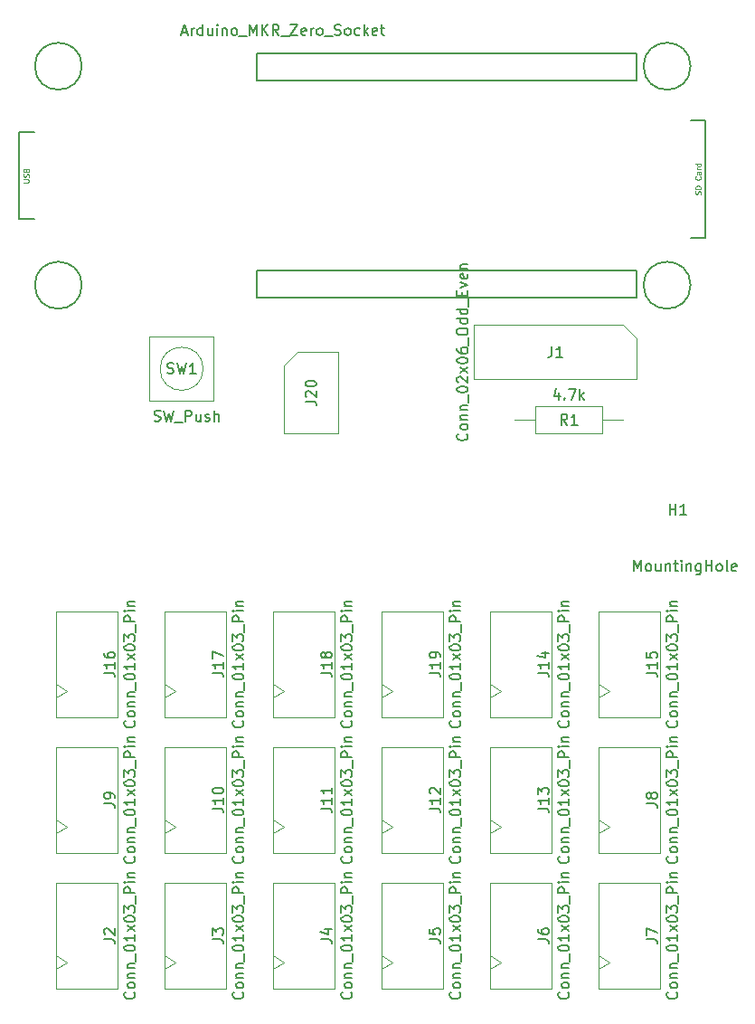
<source format=gbr>
%TF.GenerationSoftware,KiCad,Pcbnew,7.0.10-1.fc39*%
%TF.CreationDate,2024-02-14T22:36:16-06:00*%
%TF.ProjectId,mkr-sensor-shield,6d6b722d-7365-46e7-936f-722d73686965,rev?*%
%TF.SameCoordinates,Original*%
%TF.FileFunction,AssemblyDrawing,Top*%
%FSLAX46Y46*%
G04 Gerber Fmt 4.6, Leading zero omitted, Abs format (unit mm)*
G04 Created by KiCad (PCBNEW 7.0.10-1.fc39) date 2024-02-14 22:36:16*
%MOMM*%
%LPD*%
G01*
G04 APERTURE LIST*
%ADD10C,0.150000*%
%ADD11C,0.075000*%
%ADD12C,0.100000*%
G04 APERTURE END LIST*
D10*
X169069581Y-143934525D02*
X169117201Y-143982144D01*
X169117201Y-143982144D02*
X169164820Y-144125001D01*
X169164820Y-144125001D02*
X169164820Y-144220239D01*
X169164820Y-144220239D02*
X169117201Y-144363096D01*
X169117201Y-144363096D02*
X169021962Y-144458334D01*
X169021962Y-144458334D02*
X168926724Y-144505953D01*
X168926724Y-144505953D02*
X168736248Y-144553572D01*
X168736248Y-144553572D02*
X168593391Y-144553572D01*
X168593391Y-144553572D02*
X168402915Y-144505953D01*
X168402915Y-144505953D02*
X168307677Y-144458334D01*
X168307677Y-144458334D02*
X168212439Y-144363096D01*
X168212439Y-144363096D02*
X168164820Y-144220239D01*
X168164820Y-144220239D02*
X168164820Y-144125001D01*
X168164820Y-144125001D02*
X168212439Y-143982144D01*
X168212439Y-143982144D02*
X168260058Y-143934525D01*
X169164820Y-143363096D02*
X169117201Y-143458334D01*
X169117201Y-143458334D02*
X169069581Y-143505953D01*
X169069581Y-143505953D02*
X168974343Y-143553572D01*
X168974343Y-143553572D02*
X168688629Y-143553572D01*
X168688629Y-143553572D02*
X168593391Y-143505953D01*
X168593391Y-143505953D02*
X168545772Y-143458334D01*
X168545772Y-143458334D02*
X168498153Y-143363096D01*
X168498153Y-143363096D02*
X168498153Y-143220239D01*
X168498153Y-143220239D02*
X168545772Y-143125001D01*
X168545772Y-143125001D02*
X168593391Y-143077382D01*
X168593391Y-143077382D02*
X168688629Y-143029763D01*
X168688629Y-143029763D02*
X168974343Y-143029763D01*
X168974343Y-143029763D02*
X169069581Y-143077382D01*
X169069581Y-143077382D02*
X169117201Y-143125001D01*
X169117201Y-143125001D02*
X169164820Y-143220239D01*
X169164820Y-143220239D02*
X169164820Y-143363096D01*
X168498153Y-142601191D02*
X169164820Y-142601191D01*
X168593391Y-142601191D02*
X168545772Y-142553572D01*
X168545772Y-142553572D02*
X168498153Y-142458334D01*
X168498153Y-142458334D02*
X168498153Y-142315477D01*
X168498153Y-142315477D02*
X168545772Y-142220239D01*
X168545772Y-142220239D02*
X168641010Y-142172620D01*
X168641010Y-142172620D02*
X169164820Y-142172620D01*
X168498153Y-141696429D02*
X169164820Y-141696429D01*
X168593391Y-141696429D02*
X168545772Y-141648810D01*
X168545772Y-141648810D02*
X168498153Y-141553572D01*
X168498153Y-141553572D02*
X168498153Y-141410715D01*
X168498153Y-141410715D02*
X168545772Y-141315477D01*
X168545772Y-141315477D02*
X168641010Y-141267858D01*
X168641010Y-141267858D02*
X169164820Y-141267858D01*
X169260058Y-141029763D02*
X169260058Y-140267858D01*
X168164820Y-139839286D02*
X168164820Y-139744048D01*
X168164820Y-139744048D02*
X168212439Y-139648810D01*
X168212439Y-139648810D02*
X168260058Y-139601191D01*
X168260058Y-139601191D02*
X168355296Y-139553572D01*
X168355296Y-139553572D02*
X168545772Y-139505953D01*
X168545772Y-139505953D02*
X168783867Y-139505953D01*
X168783867Y-139505953D02*
X168974343Y-139553572D01*
X168974343Y-139553572D02*
X169069581Y-139601191D01*
X169069581Y-139601191D02*
X169117201Y-139648810D01*
X169117201Y-139648810D02*
X169164820Y-139744048D01*
X169164820Y-139744048D02*
X169164820Y-139839286D01*
X169164820Y-139839286D02*
X169117201Y-139934524D01*
X169117201Y-139934524D02*
X169069581Y-139982143D01*
X169069581Y-139982143D02*
X168974343Y-140029762D01*
X168974343Y-140029762D02*
X168783867Y-140077381D01*
X168783867Y-140077381D02*
X168545772Y-140077381D01*
X168545772Y-140077381D02*
X168355296Y-140029762D01*
X168355296Y-140029762D02*
X168260058Y-139982143D01*
X168260058Y-139982143D02*
X168212439Y-139934524D01*
X168212439Y-139934524D02*
X168164820Y-139839286D01*
X169164820Y-138553572D02*
X169164820Y-139125000D01*
X169164820Y-138839286D02*
X168164820Y-138839286D01*
X168164820Y-138839286D02*
X168307677Y-138934524D01*
X168307677Y-138934524D02*
X168402915Y-139029762D01*
X168402915Y-139029762D02*
X168450534Y-139125000D01*
X169164820Y-138220238D02*
X168498153Y-137696429D01*
X168498153Y-138220238D02*
X169164820Y-137696429D01*
X168164820Y-137125000D02*
X168164820Y-137029762D01*
X168164820Y-137029762D02*
X168212439Y-136934524D01*
X168212439Y-136934524D02*
X168260058Y-136886905D01*
X168260058Y-136886905D02*
X168355296Y-136839286D01*
X168355296Y-136839286D02*
X168545772Y-136791667D01*
X168545772Y-136791667D02*
X168783867Y-136791667D01*
X168783867Y-136791667D02*
X168974343Y-136839286D01*
X168974343Y-136839286D02*
X169069581Y-136886905D01*
X169069581Y-136886905D02*
X169117201Y-136934524D01*
X169117201Y-136934524D02*
X169164820Y-137029762D01*
X169164820Y-137029762D02*
X169164820Y-137125000D01*
X169164820Y-137125000D02*
X169117201Y-137220238D01*
X169117201Y-137220238D02*
X169069581Y-137267857D01*
X169069581Y-137267857D02*
X168974343Y-137315476D01*
X168974343Y-137315476D02*
X168783867Y-137363095D01*
X168783867Y-137363095D02*
X168545772Y-137363095D01*
X168545772Y-137363095D02*
X168355296Y-137315476D01*
X168355296Y-137315476D02*
X168260058Y-137267857D01*
X168260058Y-137267857D02*
X168212439Y-137220238D01*
X168212439Y-137220238D02*
X168164820Y-137125000D01*
X168164820Y-136458333D02*
X168164820Y-135839286D01*
X168164820Y-135839286D02*
X168545772Y-136172619D01*
X168545772Y-136172619D02*
X168545772Y-136029762D01*
X168545772Y-136029762D02*
X168593391Y-135934524D01*
X168593391Y-135934524D02*
X168641010Y-135886905D01*
X168641010Y-135886905D02*
X168736248Y-135839286D01*
X168736248Y-135839286D02*
X168974343Y-135839286D01*
X168974343Y-135839286D02*
X169069581Y-135886905D01*
X169069581Y-135886905D02*
X169117201Y-135934524D01*
X169117201Y-135934524D02*
X169164820Y-136029762D01*
X169164820Y-136029762D02*
X169164820Y-136315476D01*
X169164820Y-136315476D02*
X169117201Y-136410714D01*
X169117201Y-136410714D02*
X169069581Y-136458333D01*
X169260058Y-135648810D02*
X169260058Y-134886905D01*
X169164820Y-134648809D02*
X168164820Y-134648809D01*
X168164820Y-134648809D02*
X168164820Y-134267857D01*
X168164820Y-134267857D02*
X168212439Y-134172619D01*
X168212439Y-134172619D02*
X168260058Y-134125000D01*
X168260058Y-134125000D02*
X168355296Y-134077381D01*
X168355296Y-134077381D02*
X168498153Y-134077381D01*
X168498153Y-134077381D02*
X168593391Y-134125000D01*
X168593391Y-134125000D02*
X168641010Y-134172619D01*
X168641010Y-134172619D02*
X168688629Y-134267857D01*
X168688629Y-134267857D02*
X168688629Y-134648809D01*
X169164820Y-133648809D02*
X168498153Y-133648809D01*
X168164820Y-133648809D02*
X168212439Y-133696428D01*
X168212439Y-133696428D02*
X168260058Y-133648809D01*
X168260058Y-133648809D02*
X168212439Y-133601190D01*
X168212439Y-133601190D02*
X168164820Y-133648809D01*
X168164820Y-133648809D02*
X168260058Y-133648809D01*
X168498153Y-133172619D02*
X169164820Y-133172619D01*
X168593391Y-133172619D02*
X168545772Y-133125000D01*
X168545772Y-133125000D02*
X168498153Y-133029762D01*
X168498153Y-133029762D02*
X168498153Y-132886905D01*
X168498153Y-132886905D02*
X168545772Y-132791667D01*
X168545772Y-132791667D02*
X168641010Y-132744048D01*
X168641010Y-132744048D02*
X169164820Y-132744048D01*
X166264820Y-138958334D02*
X166979105Y-138958334D01*
X166979105Y-138958334D02*
X167121962Y-139005953D01*
X167121962Y-139005953D02*
X167217201Y-139101191D01*
X167217201Y-139101191D02*
X167264820Y-139244048D01*
X167264820Y-139244048D02*
X167264820Y-139339286D01*
X166264820Y-138005953D02*
X166264820Y-138482143D01*
X166264820Y-138482143D02*
X166741010Y-138529762D01*
X166741010Y-138529762D02*
X166693391Y-138482143D01*
X166693391Y-138482143D02*
X166645772Y-138386905D01*
X166645772Y-138386905D02*
X166645772Y-138148810D01*
X166645772Y-138148810D02*
X166693391Y-138053572D01*
X166693391Y-138053572D02*
X166741010Y-138005953D01*
X166741010Y-138005953D02*
X166836248Y-137958334D01*
X166836248Y-137958334D02*
X167074343Y-137958334D01*
X167074343Y-137958334D02*
X167169581Y-138005953D01*
X167169581Y-138005953D02*
X167217201Y-138053572D01*
X167217201Y-138053572D02*
X167264820Y-138148810D01*
X167264820Y-138148810D02*
X167264820Y-138386905D01*
X167264820Y-138386905D02*
X167217201Y-138482143D01*
X167217201Y-138482143D02*
X167169581Y-138529762D01*
X148749581Y-131234525D02*
X148797201Y-131282144D01*
X148797201Y-131282144D02*
X148844820Y-131425001D01*
X148844820Y-131425001D02*
X148844820Y-131520239D01*
X148844820Y-131520239D02*
X148797201Y-131663096D01*
X148797201Y-131663096D02*
X148701962Y-131758334D01*
X148701962Y-131758334D02*
X148606724Y-131805953D01*
X148606724Y-131805953D02*
X148416248Y-131853572D01*
X148416248Y-131853572D02*
X148273391Y-131853572D01*
X148273391Y-131853572D02*
X148082915Y-131805953D01*
X148082915Y-131805953D02*
X147987677Y-131758334D01*
X147987677Y-131758334D02*
X147892439Y-131663096D01*
X147892439Y-131663096D02*
X147844820Y-131520239D01*
X147844820Y-131520239D02*
X147844820Y-131425001D01*
X147844820Y-131425001D02*
X147892439Y-131282144D01*
X147892439Y-131282144D02*
X147940058Y-131234525D01*
X148844820Y-130663096D02*
X148797201Y-130758334D01*
X148797201Y-130758334D02*
X148749581Y-130805953D01*
X148749581Y-130805953D02*
X148654343Y-130853572D01*
X148654343Y-130853572D02*
X148368629Y-130853572D01*
X148368629Y-130853572D02*
X148273391Y-130805953D01*
X148273391Y-130805953D02*
X148225772Y-130758334D01*
X148225772Y-130758334D02*
X148178153Y-130663096D01*
X148178153Y-130663096D02*
X148178153Y-130520239D01*
X148178153Y-130520239D02*
X148225772Y-130425001D01*
X148225772Y-130425001D02*
X148273391Y-130377382D01*
X148273391Y-130377382D02*
X148368629Y-130329763D01*
X148368629Y-130329763D02*
X148654343Y-130329763D01*
X148654343Y-130329763D02*
X148749581Y-130377382D01*
X148749581Y-130377382D02*
X148797201Y-130425001D01*
X148797201Y-130425001D02*
X148844820Y-130520239D01*
X148844820Y-130520239D02*
X148844820Y-130663096D01*
X148178153Y-129901191D02*
X148844820Y-129901191D01*
X148273391Y-129901191D02*
X148225772Y-129853572D01*
X148225772Y-129853572D02*
X148178153Y-129758334D01*
X148178153Y-129758334D02*
X148178153Y-129615477D01*
X148178153Y-129615477D02*
X148225772Y-129520239D01*
X148225772Y-129520239D02*
X148321010Y-129472620D01*
X148321010Y-129472620D02*
X148844820Y-129472620D01*
X148178153Y-128996429D02*
X148844820Y-128996429D01*
X148273391Y-128996429D02*
X148225772Y-128948810D01*
X148225772Y-128948810D02*
X148178153Y-128853572D01*
X148178153Y-128853572D02*
X148178153Y-128710715D01*
X148178153Y-128710715D02*
X148225772Y-128615477D01*
X148225772Y-128615477D02*
X148321010Y-128567858D01*
X148321010Y-128567858D02*
X148844820Y-128567858D01*
X148940058Y-128329763D02*
X148940058Y-127567858D01*
X147844820Y-127139286D02*
X147844820Y-127044048D01*
X147844820Y-127044048D02*
X147892439Y-126948810D01*
X147892439Y-126948810D02*
X147940058Y-126901191D01*
X147940058Y-126901191D02*
X148035296Y-126853572D01*
X148035296Y-126853572D02*
X148225772Y-126805953D01*
X148225772Y-126805953D02*
X148463867Y-126805953D01*
X148463867Y-126805953D02*
X148654343Y-126853572D01*
X148654343Y-126853572D02*
X148749581Y-126901191D01*
X148749581Y-126901191D02*
X148797201Y-126948810D01*
X148797201Y-126948810D02*
X148844820Y-127044048D01*
X148844820Y-127044048D02*
X148844820Y-127139286D01*
X148844820Y-127139286D02*
X148797201Y-127234524D01*
X148797201Y-127234524D02*
X148749581Y-127282143D01*
X148749581Y-127282143D02*
X148654343Y-127329762D01*
X148654343Y-127329762D02*
X148463867Y-127377381D01*
X148463867Y-127377381D02*
X148225772Y-127377381D01*
X148225772Y-127377381D02*
X148035296Y-127329762D01*
X148035296Y-127329762D02*
X147940058Y-127282143D01*
X147940058Y-127282143D02*
X147892439Y-127234524D01*
X147892439Y-127234524D02*
X147844820Y-127139286D01*
X148844820Y-125853572D02*
X148844820Y-126425000D01*
X148844820Y-126139286D02*
X147844820Y-126139286D01*
X147844820Y-126139286D02*
X147987677Y-126234524D01*
X147987677Y-126234524D02*
X148082915Y-126329762D01*
X148082915Y-126329762D02*
X148130534Y-126425000D01*
X148844820Y-125520238D02*
X148178153Y-124996429D01*
X148178153Y-125520238D02*
X148844820Y-124996429D01*
X147844820Y-124425000D02*
X147844820Y-124329762D01*
X147844820Y-124329762D02*
X147892439Y-124234524D01*
X147892439Y-124234524D02*
X147940058Y-124186905D01*
X147940058Y-124186905D02*
X148035296Y-124139286D01*
X148035296Y-124139286D02*
X148225772Y-124091667D01*
X148225772Y-124091667D02*
X148463867Y-124091667D01*
X148463867Y-124091667D02*
X148654343Y-124139286D01*
X148654343Y-124139286D02*
X148749581Y-124186905D01*
X148749581Y-124186905D02*
X148797201Y-124234524D01*
X148797201Y-124234524D02*
X148844820Y-124329762D01*
X148844820Y-124329762D02*
X148844820Y-124425000D01*
X148844820Y-124425000D02*
X148797201Y-124520238D01*
X148797201Y-124520238D02*
X148749581Y-124567857D01*
X148749581Y-124567857D02*
X148654343Y-124615476D01*
X148654343Y-124615476D02*
X148463867Y-124663095D01*
X148463867Y-124663095D02*
X148225772Y-124663095D01*
X148225772Y-124663095D02*
X148035296Y-124615476D01*
X148035296Y-124615476D02*
X147940058Y-124567857D01*
X147940058Y-124567857D02*
X147892439Y-124520238D01*
X147892439Y-124520238D02*
X147844820Y-124425000D01*
X147844820Y-123758333D02*
X147844820Y-123139286D01*
X147844820Y-123139286D02*
X148225772Y-123472619D01*
X148225772Y-123472619D02*
X148225772Y-123329762D01*
X148225772Y-123329762D02*
X148273391Y-123234524D01*
X148273391Y-123234524D02*
X148321010Y-123186905D01*
X148321010Y-123186905D02*
X148416248Y-123139286D01*
X148416248Y-123139286D02*
X148654343Y-123139286D01*
X148654343Y-123139286D02*
X148749581Y-123186905D01*
X148749581Y-123186905D02*
X148797201Y-123234524D01*
X148797201Y-123234524D02*
X148844820Y-123329762D01*
X148844820Y-123329762D02*
X148844820Y-123615476D01*
X148844820Y-123615476D02*
X148797201Y-123710714D01*
X148797201Y-123710714D02*
X148749581Y-123758333D01*
X148940058Y-122948810D02*
X148940058Y-122186905D01*
X148844820Y-121948809D02*
X147844820Y-121948809D01*
X147844820Y-121948809D02*
X147844820Y-121567857D01*
X147844820Y-121567857D02*
X147892439Y-121472619D01*
X147892439Y-121472619D02*
X147940058Y-121425000D01*
X147940058Y-121425000D02*
X148035296Y-121377381D01*
X148035296Y-121377381D02*
X148178153Y-121377381D01*
X148178153Y-121377381D02*
X148273391Y-121425000D01*
X148273391Y-121425000D02*
X148321010Y-121472619D01*
X148321010Y-121472619D02*
X148368629Y-121567857D01*
X148368629Y-121567857D02*
X148368629Y-121948809D01*
X148844820Y-120948809D02*
X148178153Y-120948809D01*
X147844820Y-120948809D02*
X147892439Y-120996428D01*
X147892439Y-120996428D02*
X147940058Y-120948809D01*
X147940058Y-120948809D02*
X147892439Y-120901190D01*
X147892439Y-120901190D02*
X147844820Y-120948809D01*
X147844820Y-120948809D02*
X147940058Y-120948809D01*
X148178153Y-120472619D02*
X148844820Y-120472619D01*
X148273391Y-120472619D02*
X148225772Y-120425000D01*
X148225772Y-120425000D02*
X148178153Y-120329762D01*
X148178153Y-120329762D02*
X148178153Y-120186905D01*
X148178153Y-120186905D02*
X148225772Y-120091667D01*
X148225772Y-120091667D02*
X148321010Y-120044048D01*
X148321010Y-120044048D02*
X148844820Y-120044048D01*
X145944820Y-126734524D02*
X146659105Y-126734524D01*
X146659105Y-126734524D02*
X146801962Y-126782143D01*
X146801962Y-126782143D02*
X146897201Y-126877381D01*
X146897201Y-126877381D02*
X146944820Y-127020238D01*
X146944820Y-127020238D02*
X146944820Y-127115476D01*
X146944820Y-125734524D02*
X146944820Y-126305952D01*
X146944820Y-126020238D02*
X145944820Y-126020238D01*
X145944820Y-126020238D02*
X146087677Y-126115476D01*
X146087677Y-126115476D02*
X146182915Y-126210714D01*
X146182915Y-126210714D02*
X146230534Y-126305952D01*
X145944820Y-125115476D02*
X145944820Y-125020238D01*
X145944820Y-125020238D02*
X145992439Y-124925000D01*
X145992439Y-124925000D02*
X146040058Y-124877381D01*
X146040058Y-124877381D02*
X146135296Y-124829762D01*
X146135296Y-124829762D02*
X146325772Y-124782143D01*
X146325772Y-124782143D02*
X146563867Y-124782143D01*
X146563867Y-124782143D02*
X146754343Y-124829762D01*
X146754343Y-124829762D02*
X146849581Y-124877381D01*
X146849581Y-124877381D02*
X146897201Y-124925000D01*
X146897201Y-124925000D02*
X146944820Y-125020238D01*
X146944820Y-125020238D02*
X146944820Y-125115476D01*
X146944820Y-125115476D02*
X146897201Y-125210714D01*
X146897201Y-125210714D02*
X146849581Y-125258333D01*
X146849581Y-125258333D02*
X146754343Y-125305952D01*
X146754343Y-125305952D02*
X146563867Y-125353571D01*
X146563867Y-125353571D02*
X146325772Y-125353571D01*
X146325772Y-125353571D02*
X146135296Y-125305952D01*
X146135296Y-125305952D02*
X146040058Y-125258333D01*
X146040058Y-125258333D02*
X145992439Y-125210714D01*
X145992439Y-125210714D02*
X145944820Y-125115476D01*
X158909581Y-118534525D02*
X158957201Y-118582144D01*
X158957201Y-118582144D02*
X159004820Y-118725001D01*
X159004820Y-118725001D02*
X159004820Y-118820239D01*
X159004820Y-118820239D02*
X158957201Y-118963096D01*
X158957201Y-118963096D02*
X158861962Y-119058334D01*
X158861962Y-119058334D02*
X158766724Y-119105953D01*
X158766724Y-119105953D02*
X158576248Y-119153572D01*
X158576248Y-119153572D02*
X158433391Y-119153572D01*
X158433391Y-119153572D02*
X158242915Y-119105953D01*
X158242915Y-119105953D02*
X158147677Y-119058334D01*
X158147677Y-119058334D02*
X158052439Y-118963096D01*
X158052439Y-118963096D02*
X158004820Y-118820239D01*
X158004820Y-118820239D02*
X158004820Y-118725001D01*
X158004820Y-118725001D02*
X158052439Y-118582144D01*
X158052439Y-118582144D02*
X158100058Y-118534525D01*
X159004820Y-117963096D02*
X158957201Y-118058334D01*
X158957201Y-118058334D02*
X158909581Y-118105953D01*
X158909581Y-118105953D02*
X158814343Y-118153572D01*
X158814343Y-118153572D02*
X158528629Y-118153572D01*
X158528629Y-118153572D02*
X158433391Y-118105953D01*
X158433391Y-118105953D02*
X158385772Y-118058334D01*
X158385772Y-118058334D02*
X158338153Y-117963096D01*
X158338153Y-117963096D02*
X158338153Y-117820239D01*
X158338153Y-117820239D02*
X158385772Y-117725001D01*
X158385772Y-117725001D02*
X158433391Y-117677382D01*
X158433391Y-117677382D02*
X158528629Y-117629763D01*
X158528629Y-117629763D02*
X158814343Y-117629763D01*
X158814343Y-117629763D02*
X158909581Y-117677382D01*
X158909581Y-117677382D02*
X158957201Y-117725001D01*
X158957201Y-117725001D02*
X159004820Y-117820239D01*
X159004820Y-117820239D02*
X159004820Y-117963096D01*
X158338153Y-117201191D02*
X159004820Y-117201191D01*
X158433391Y-117201191D02*
X158385772Y-117153572D01*
X158385772Y-117153572D02*
X158338153Y-117058334D01*
X158338153Y-117058334D02*
X158338153Y-116915477D01*
X158338153Y-116915477D02*
X158385772Y-116820239D01*
X158385772Y-116820239D02*
X158481010Y-116772620D01*
X158481010Y-116772620D02*
X159004820Y-116772620D01*
X158338153Y-116296429D02*
X159004820Y-116296429D01*
X158433391Y-116296429D02*
X158385772Y-116248810D01*
X158385772Y-116248810D02*
X158338153Y-116153572D01*
X158338153Y-116153572D02*
X158338153Y-116010715D01*
X158338153Y-116010715D02*
X158385772Y-115915477D01*
X158385772Y-115915477D02*
X158481010Y-115867858D01*
X158481010Y-115867858D02*
X159004820Y-115867858D01*
X159100058Y-115629763D02*
X159100058Y-114867858D01*
X158004820Y-114439286D02*
X158004820Y-114344048D01*
X158004820Y-114344048D02*
X158052439Y-114248810D01*
X158052439Y-114248810D02*
X158100058Y-114201191D01*
X158100058Y-114201191D02*
X158195296Y-114153572D01*
X158195296Y-114153572D02*
X158385772Y-114105953D01*
X158385772Y-114105953D02*
X158623867Y-114105953D01*
X158623867Y-114105953D02*
X158814343Y-114153572D01*
X158814343Y-114153572D02*
X158909581Y-114201191D01*
X158909581Y-114201191D02*
X158957201Y-114248810D01*
X158957201Y-114248810D02*
X159004820Y-114344048D01*
X159004820Y-114344048D02*
X159004820Y-114439286D01*
X159004820Y-114439286D02*
X158957201Y-114534524D01*
X158957201Y-114534524D02*
X158909581Y-114582143D01*
X158909581Y-114582143D02*
X158814343Y-114629762D01*
X158814343Y-114629762D02*
X158623867Y-114677381D01*
X158623867Y-114677381D02*
X158385772Y-114677381D01*
X158385772Y-114677381D02*
X158195296Y-114629762D01*
X158195296Y-114629762D02*
X158100058Y-114582143D01*
X158100058Y-114582143D02*
X158052439Y-114534524D01*
X158052439Y-114534524D02*
X158004820Y-114439286D01*
X159004820Y-113153572D02*
X159004820Y-113725000D01*
X159004820Y-113439286D02*
X158004820Y-113439286D01*
X158004820Y-113439286D02*
X158147677Y-113534524D01*
X158147677Y-113534524D02*
X158242915Y-113629762D01*
X158242915Y-113629762D02*
X158290534Y-113725000D01*
X159004820Y-112820238D02*
X158338153Y-112296429D01*
X158338153Y-112820238D02*
X159004820Y-112296429D01*
X158004820Y-111725000D02*
X158004820Y-111629762D01*
X158004820Y-111629762D02*
X158052439Y-111534524D01*
X158052439Y-111534524D02*
X158100058Y-111486905D01*
X158100058Y-111486905D02*
X158195296Y-111439286D01*
X158195296Y-111439286D02*
X158385772Y-111391667D01*
X158385772Y-111391667D02*
X158623867Y-111391667D01*
X158623867Y-111391667D02*
X158814343Y-111439286D01*
X158814343Y-111439286D02*
X158909581Y-111486905D01*
X158909581Y-111486905D02*
X158957201Y-111534524D01*
X158957201Y-111534524D02*
X159004820Y-111629762D01*
X159004820Y-111629762D02*
X159004820Y-111725000D01*
X159004820Y-111725000D02*
X158957201Y-111820238D01*
X158957201Y-111820238D02*
X158909581Y-111867857D01*
X158909581Y-111867857D02*
X158814343Y-111915476D01*
X158814343Y-111915476D02*
X158623867Y-111963095D01*
X158623867Y-111963095D02*
X158385772Y-111963095D01*
X158385772Y-111963095D02*
X158195296Y-111915476D01*
X158195296Y-111915476D02*
X158100058Y-111867857D01*
X158100058Y-111867857D02*
X158052439Y-111820238D01*
X158052439Y-111820238D02*
X158004820Y-111725000D01*
X158004820Y-111058333D02*
X158004820Y-110439286D01*
X158004820Y-110439286D02*
X158385772Y-110772619D01*
X158385772Y-110772619D02*
X158385772Y-110629762D01*
X158385772Y-110629762D02*
X158433391Y-110534524D01*
X158433391Y-110534524D02*
X158481010Y-110486905D01*
X158481010Y-110486905D02*
X158576248Y-110439286D01*
X158576248Y-110439286D02*
X158814343Y-110439286D01*
X158814343Y-110439286D02*
X158909581Y-110486905D01*
X158909581Y-110486905D02*
X158957201Y-110534524D01*
X158957201Y-110534524D02*
X159004820Y-110629762D01*
X159004820Y-110629762D02*
X159004820Y-110915476D01*
X159004820Y-110915476D02*
X158957201Y-111010714D01*
X158957201Y-111010714D02*
X158909581Y-111058333D01*
X159100058Y-110248810D02*
X159100058Y-109486905D01*
X159004820Y-109248809D02*
X158004820Y-109248809D01*
X158004820Y-109248809D02*
X158004820Y-108867857D01*
X158004820Y-108867857D02*
X158052439Y-108772619D01*
X158052439Y-108772619D02*
X158100058Y-108725000D01*
X158100058Y-108725000D02*
X158195296Y-108677381D01*
X158195296Y-108677381D02*
X158338153Y-108677381D01*
X158338153Y-108677381D02*
X158433391Y-108725000D01*
X158433391Y-108725000D02*
X158481010Y-108772619D01*
X158481010Y-108772619D02*
X158528629Y-108867857D01*
X158528629Y-108867857D02*
X158528629Y-109248809D01*
X159004820Y-108248809D02*
X158338153Y-108248809D01*
X158004820Y-108248809D02*
X158052439Y-108296428D01*
X158052439Y-108296428D02*
X158100058Y-108248809D01*
X158100058Y-108248809D02*
X158052439Y-108201190D01*
X158052439Y-108201190D02*
X158004820Y-108248809D01*
X158004820Y-108248809D02*
X158100058Y-108248809D01*
X158338153Y-107772619D02*
X159004820Y-107772619D01*
X158433391Y-107772619D02*
X158385772Y-107725000D01*
X158385772Y-107725000D02*
X158338153Y-107629762D01*
X158338153Y-107629762D02*
X158338153Y-107486905D01*
X158338153Y-107486905D02*
X158385772Y-107391667D01*
X158385772Y-107391667D02*
X158481010Y-107344048D01*
X158481010Y-107344048D02*
X159004820Y-107344048D01*
X156104820Y-114034524D02*
X156819105Y-114034524D01*
X156819105Y-114034524D02*
X156961962Y-114082143D01*
X156961962Y-114082143D02*
X157057201Y-114177381D01*
X157057201Y-114177381D02*
X157104820Y-114320238D01*
X157104820Y-114320238D02*
X157104820Y-114415476D01*
X157104820Y-113034524D02*
X157104820Y-113605952D01*
X157104820Y-113320238D02*
X156104820Y-113320238D01*
X156104820Y-113320238D02*
X156247677Y-113415476D01*
X156247677Y-113415476D02*
X156342915Y-113510714D01*
X156342915Y-113510714D02*
X156390534Y-113605952D01*
X156533391Y-112463095D02*
X156485772Y-112558333D01*
X156485772Y-112558333D02*
X156438153Y-112605952D01*
X156438153Y-112605952D02*
X156342915Y-112653571D01*
X156342915Y-112653571D02*
X156295296Y-112653571D01*
X156295296Y-112653571D02*
X156200058Y-112605952D01*
X156200058Y-112605952D02*
X156152439Y-112558333D01*
X156152439Y-112558333D02*
X156104820Y-112463095D01*
X156104820Y-112463095D02*
X156104820Y-112272619D01*
X156104820Y-112272619D02*
X156152439Y-112177381D01*
X156152439Y-112177381D02*
X156200058Y-112129762D01*
X156200058Y-112129762D02*
X156295296Y-112082143D01*
X156295296Y-112082143D02*
X156342915Y-112082143D01*
X156342915Y-112082143D02*
X156438153Y-112129762D01*
X156438153Y-112129762D02*
X156485772Y-112177381D01*
X156485772Y-112177381D02*
X156533391Y-112272619D01*
X156533391Y-112272619D02*
X156533391Y-112463095D01*
X156533391Y-112463095D02*
X156581010Y-112558333D01*
X156581010Y-112558333D02*
X156628629Y-112605952D01*
X156628629Y-112605952D02*
X156723867Y-112653571D01*
X156723867Y-112653571D02*
X156914343Y-112653571D01*
X156914343Y-112653571D02*
X157009581Y-112605952D01*
X157009581Y-112605952D02*
X157057201Y-112558333D01*
X157057201Y-112558333D02*
X157104820Y-112463095D01*
X157104820Y-112463095D02*
X157104820Y-112272619D01*
X157104820Y-112272619D02*
X157057201Y-112177381D01*
X157057201Y-112177381D02*
X157009581Y-112129762D01*
X157009581Y-112129762D02*
X156914343Y-112082143D01*
X156914343Y-112082143D02*
X156723867Y-112082143D01*
X156723867Y-112082143D02*
X156628629Y-112129762D01*
X156628629Y-112129762D02*
X156581010Y-112177381D01*
X156581010Y-112177381D02*
X156533391Y-112272619D01*
X189389581Y-118534525D02*
X189437201Y-118582144D01*
X189437201Y-118582144D02*
X189484820Y-118725001D01*
X189484820Y-118725001D02*
X189484820Y-118820239D01*
X189484820Y-118820239D02*
X189437201Y-118963096D01*
X189437201Y-118963096D02*
X189341962Y-119058334D01*
X189341962Y-119058334D02*
X189246724Y-119105953D01*
X189246724Y-119105953D02*
X189056248Y-119153572D01*
X189056248Y-119153572D02*
X188913391Y-119153572D01*
X188913391Y-119153572D02*
X188722915Y-119105953D01*
X188722915Y-119105953D02*
X188627677Y-119058334D01*
X188627677Y-119058334D02*
X188532439Y-118963096D01*
X188532439Y-118963096D02*
X188484820Y-118820239D01*
X188484820Y-118820239D02*
X188484820Y-118725001D01*
X188484820Y-118725001D02*
X188532439Y-118582144D01*
X188532439Y-118582144D02*
X188580058Y-118534525D01*
X189484820Y-117963096D02*
X189437201Y-118058334D01*
X189437201Y-118058334D02*
X189389581Y-118105953D01*
X189389581Y-118105953D02*
X189294343Y-118153572D01*
X189294343Y-118153572D02*
X189008629Y-118153572D01*
X189008629Y-118153572D02*
X188913391Y-118105953D01*
X188913391Y-118105953D02*
X188865772Y-118058334D01*
X188865772Y-118058334D02*
X188818153Y-117963096D01*
X188818153Y-117963096D02*
X188818153Y-117820239D01*
X188818153Y-117820239D02*
X188865772Y-117725001D01*
X188865772Y-117725001D02*
X188913391Y-117677382D01*
X188913391Y-117677382D02*
X189008629Y-117629763D01*
X189008629Y-117629763D02*
X189294343Y-117629763D01*
X189294343Y-117629763D02*
X189389581Y-117677382D01*
X189389581Y-117677382D02*
X189437201Y-117725001D01*
X189437201Y-117725001D02*
X189484820Y-117820239D01*
X189484820Y-117820239D02*
X189484820Y-117963096D01*
X188818153Y-117201191D02*
X189484820Y-117201191D01*
X188913391Y-117201191D02*
X188865772Y-117153572D01*
X188865772Y-117153572D02*
X188818153Y-117058334D01*
X188818153Y-117058334D02*
X188818153Y-116915477D01*
X188818153Y-116915477D02*
X188865772Y-116820239D01*
X188865772Y-116820239D02*
X188961010Y-116772620D01*
X188961010Y-116772620D02*
X189484820Y-116772620D01*
X188818153Y-116296429D02*
X189484820Y-116296429D01*
X188913391Y-116296429D02*
X188865772Y-116248810D01*
X188865772Y-116248810D02*
X188818153Y-116153572D01*
X188818153Y-116153572D02*
X188818153Y-116010715D01*
X188818153Y-116010715D02*
X188865772Y-115915477D01*
X188865772Y-115915477D02*
X188961010Y-115867858D01*
X188961010Y-115867858D02*
X189484820Y-115867858D01*
X189580058Y-115629763D02*
X189580058Y-114867858D01*
X188484820Y-114439286D02*
X188484820Y-114344048D01*
X188484820Y-114344048D02*
X188532439Y-114248810D01*
X188532439Y-114248810D02*
X188580058Y-114201191D01*
X188580058Y-114201191D02*
X188675296Y-114153572D01*
X188675296Y-114153572D02*
X188865772Y-114105953D01*
X188865772Y-114105953D02*
X189103867Y-114105953D01*
X189103867Y-114105953D02*
X189294343Y-114153572D01*
X189294343Y-114153572D02*
X189389581Y-114201191D01*
X189389581Y-114201191D02*
X189437201Y-114248810D01*
X189437201Y-114248810D02*
X189484820Y-114344048D01*
X189484820Y-114344048D02*
X189484820Y-114439286D01*
X189484820Y-114439286D02*
X189437201Y-114534524D01*
X189437201Y-114534524D02*
X189389581Y-114582143D01*
X189389581Y-114582143D02*
X189294343Y-114629762D01*
X189294343Y-114629762D02*
X189103867Y-114677381D01*
X189103867Y-114677381D02*
X188865772Y-114677381D01*
X188865772Y-114677381D02*
X188675296Y-114629762D01*
X188675296Y-114629762D02*
X188580058Y-114582143D01*
X188580058Y-114582143D02*
X188532439Y-114534524D01*
X188532439Y-114534524D02*
X188484820Y-114439286D01*
X189484820Y-113153572D02*
X189484820Y-113725000D01*
X189484820Y-113439286D02*
X188484820Y-113439286D01*
X188484820Y-113439286D02*
X188627677Y-113534524D01*
X188627677Y-113534524D02*
X188722915Y-113629762D01*
X188722915Y-113629762D02*
X188770534Y-113725000D01*
X189484820Y-112820238D02*
X188818153Y-112296429D01*
X188818153Y-112820238D02*
X189484820Y-112296429D01*
X188484820Y-111725000D02*
X188484820Y-111629762D01*
X188484820Y-111629762D02*
X188532439Y-111534524D01*
X188532439Y-111534524D02*
X188580058Y-111486905D01*
X188580058Y-111486905D02*
X188675296Y-111439286D01*
X188675296Y-111439286D02*
X188865772Y-111391667D01*
X188865772Y-111391667D02*
X189103867Y-111391667D01*
X189103867Y-111391667D02*
X189294343Y-111439286D01*
X189294343Y-111439286D02*
X189389581Y-111486905D01*
X189389581Y-111486905D02*
X189437201Y-111534524D01*
X189437201Y-111534524D02*
X189484820Y-111629762D01*
X189484820Y-111629762D02*
X189484820Y-111725000D01*
X189484820Y-111725000D02*
X189437201Y-111820238D01*
X189437201Y-111820238D02*
X189389581Y-111867857D01*
X189389581Y-111867857D02*
X189294343Y-111915476D01*
X189294343Y-111915476D02*
X189103867Y-111963095D01*
X189103867Y-111963095D02*
X188865772Y-111963095D01*
X188865772Y-111963095D02*
X188675296Y-111915476D01*
X188675296Y-111915476D02*
X188580058Y-111867857D01*
X188580058Y-111867857D02*
X188532439Y-111820238D01*
X188532439Y-111820238D02*
X188484820Y-111725000D01*
X188484820Y-111058333D02*
X188484820Y-110439286D01*
X188484820Y-110439286D02*
X188865772Y-110772619D01*
X188865772Y-110772619D02*
X188865772Y-110629762D01*
X188865772Y-110629762D02*
X188913391Y-110534524D01*
X188913391Y-110534524D02*
X188961010Y-110486905D01*
X188961010Y-110486905D02*
X189056248Y-110439286D01*
X189056248Y-110439286D02*
X189294343Y-110439286D01*
X189294343Y-110439286D02*
X189389581Y-110486905D01*
X189389581Y-110486905D02*
X189437201Y-110534524D01*
X189437201Y-110534524D02*
X189484820Y-110629762D01*
X189484820Y-110629762D02*
X189484820Y-110915476D01*
X189484820Y-110915476D02*
X189437201Y-111010714D01*
X189437201Y-111010714D02*
X189389581Y-111058333D01*
X189580058Y-110248810D02*
X189580058Y-109486905D01*
X189484820Y-109248809D02*
X188484820Y-109248809D01*
X188484820Y-109248809D02*
X188484820Y-108867857D01*
X188484820Y-108867857D02*
X188532439Y-108772619D01*
X188532439Y-108772619D02*
X188580058Y-108725000D01*
X188580058Y-108725000D02*
X188675296Y-108677381D01*
X188675296Y-108677381D02*
X188818153Y-108677381D01*
X188818153Y-108677381D02*
X188913391Y-108725000D01*
X188913391Y-108725000D02*
X188961010Y-108772619D01*
X188961010Y-108772619D02*
X189008629Y-108867857D01*
X189008629Y-108867857D02*
X189008629Y-109248809D01*
X189484820Y-108248809D02*
X188818153Y-108248809D01*
X188484820Y-108248809D02*
X188532439Y-108296428D01*
X188532439Y-108296428D02*
X188580058Y-108248809D01*
X188580058Y-108248809D02*
X188532439Y-108201190D01*
X188532439Y-108201190D02*
X188484820Y-108248809D01*
X188484820Y-108248809D02*
X188580058Y-108248809D01*
X188818153Y-107772619D02*
X189484820Y-107772619D01*
X188913391Y-107772619D02*
X188865772Y-107725000D01*
X188865772Y-107725000D02*
X188818153Y-107629762D01*
X188818153Y-107629762D02*
X188818153Y-107486905D01*
X188818153Y-107486905D02*
X188865772Y-107391667D01*
X188865772Y-107391667D02*
X188961010Y-107344048D01*
X188961010Y-107344048D02*
X189484820Y-107344048D01*
X186584820Y-114034524D02*
X187299105Y-114034524D01*
X187299105Y-114034524D02*
X187441962Y-114082143D01*
X187441962Y-114082143D02*
X187537201Y-114177381D01*
X187537201Y-114177381D02*
X187584820Y-114320238D01*
X187584820Y-114320238D02*
X187584820Y-114415476D01*
X187584820Y-113034524D02*
X187584820Y-113605952D01*
X187584820Y-113320238D02*
X186584820Y-113320238D01*
X186584820Y-113320238D02*
X186727677Y-113415476D01*
X186727677Y-113415476D02*
X186822915Y-113510714D01*
X186822915Y-113510714D02*
X186870534Y-113605952D01*
X186584820Y-112129762D02*
X186584820Y-112605952D01*
X186584820Y-112605952D02*
X187061010Y-112653571D01*
X187061010Y-112653571D02*
X187013391Y-112605952D01*
X187013391Y-112605952D02*
X186965772Y-112510714D01*
X186965772Y-112510714D02*
X186965772Y-112272619D01*
X186965772Y-112272619D02*
X187013391Y-112177381D01*
X187013391Y-112177381D02*
X187061010Y-112129762D01*
X187061010Y-112129762D02*
X187156248Y-112082143D01*
X187156248Y-112082143D02*
X187394343Y-112082143D01*
X187394343Y-112082143D02*
X187489581Y-112129762D01*
X187489581Y-112129762D02*
X187537201Y-112177381D01*
X187537201Y-112177381D02*
X187584820Y-112272619D01*
X187584820Y-112272619D02*
X187584820Y-112510714D01*
X187584820Y-112510714D02*
X187537201Y-112605952D01*
X187537201Y-112605952D02*
X187489581Y-112653571D01*
X185424286Y-104519820D02*
X185424286Y-103519820D01*
X185424286Y-103519820D02*
X185757619Y-104234105D01*
X185757619Y-104234105D02*
X186090952Y-103519820D01*
X186090952Y-103519820D02*
X186090952Y-104519820D01*
X186710000Y-104519820D02*
X186614762Y-104472201D01*
X186614762Y-104472201D02*
X186567143Y-104424581D01*
X186567143Y-104424581D02*
X186519524Y-104329343D01*
X186519524Y-104329343D02*
X186519524Y-104043629D01*
X186519524Y-104043629D02*
X186567143Y-103948391D01*
X186567143Y-103948391D02*
X186614762Y-103900772D01*
X186614762Y-103900772D02*
X186710000Y-103853153D01*
X186710000Y-103853153D02*
X186852857Y-103853153D01*
X186852857Y-103853153D02*
X186948095Y-103900772D01*
X186948095Y-103900772D02*
X186995714Y-103948391D01*
X186995714Y-103948391D02*
X187043333Y-104043629D01*
X187043333Y-104043629D02*
X187043333Y-104329343D01*
X187043333Y-104329343D02*
X186995714Y-104424581D01*
X186995714Y-104424581D02*
X186948095Y-104472201D01*
X186948095Y-104472201D02*
X186852857Y-104519820D01*
X186852857Y-104519820D02*
X186710000Y-104519820D01*
X187900476Y-103853153D02*
X187900476Y-104519820D01*
X187471905Y-103853153D02*
X187471905Y-104376962D01*
X187471905Y-104376962D02*
X187519524Y-104472201D01*
X187519524Y-104472201D02*
X187614762Y-104519820D01*
X187614762Y-104519820D02*
X187757619Y-104519820D01*
X187757619Y-104519820D02*
X187852857Y-104472201D01*
X187852857Y-104472201D02*
X187900476Y-104424581D01*
X188376667Y-103853153D02*
X188376667Y-104519820D01*
X188376667Y-103948391D02*
X188424286Y-103900772D01*
X188424286Y-103900772D02*
X188519524Y-103853153D01*
X188519524Y-103853153D02*
X188662381Y-103853153D01*
X188662381Y-103853153D02*
X188757619Y-103900772D01*
X188757619Y-103900772D02*
X188805238Y-103996010D01*
X188805238Y-103996010D02*
X188805238Y-104519820D01*
X189138572Y-103853153D02*
X189519524Y-103853153D01*
X189281429Y-103519820D02*
X189281429Y-104376962D01*
X189281429Y-104376962D02*
X189329048Y-104472201D01*
X189329048Y-104472201D02*
X189424286Y-104519820D01*
X189424286Y-104519820D02*
X189519524Y-104519820D01*
X189852858Y-104519820D02*
X189852858Y-103853153D01*
X189852858Y-103519820D02*
X189805239Y-103567439D01*
X189805239Y-103567439D02*
X189852858Y-103615058D01*
X189852858Y-103615058D02*
X189900477Y-103567439D01*
X189900477Y-103567439D02*
X189852858Y-103519820D01*
X189852858Y-103519820D02*
X189852858Y-103615058D01*
X190329048Y-103853153D02*
X190329048Y-104519820D01*
X190329048Y-103948391D02*
X190376667Y-103900772D01*
X190376667Y-103900772D02*
X190471905Y-103853153D01*
X190471905Y-103853153D02*
X190614762Y-103853153D01*
X190614762Y-103853153D02*
X190710000Y-103900772D01*
X190710000Y-103900772D02*
X190757619Y-103996010D01*
X190757619Y-103996010D02*
X190757619Y-104519820D01*
X191662381Y-103853153D02*
X191662381Y-104662677D01*
X191662381Y-104662677D02*
X191614762Y-104757915D01*
X191614762Y-104757915D02*
X191567143Y-104805534D01*
X191567143Y-104805534D02*
X191471905Y-104853153D01*
X191471905Y-104853153D02*
X191329048Y-104853153D01*
X191329048Y-104853153D02*
X191233810Y-104805534D01*
X191662381Y-104472201D02*
X191567143Y-104519820D01*
X191567143Y-104519820D02*
X191376667Y-104519820D01*
X191376667Y-104519820D02*
X191281429Y-104472201D01*
X191281429Y-104472201D02*
X191233810Y-104424581D01*
X191233810Y-104424581D02*
X191186191Y-104329343D01*
X191186191Y-104329343D02*
X191186191Y-104043629D01*
X191186191Y-104043629D02*
X191233810Y-103948391D01*
X191233810Y-103948391D02*
X191281429Y-103900772D01*
X191281429Y-103900772D02*
X191376667Y-103853153D01*
X191376667Y-103853153D02*
X191567143Y-103853153D01*
X191567143Y-103853153D02*
X191662381Y-103900772D01*
X192138572Y-104519820D02*
X192138572Y-103519820D01*
X192138572Y-103996010D02*
X192710000Y-103996010D01*
X192710000Y-104519820D02*
X192710000Y-103519820D01*
X193329048Y-104519820D02*
X193233810Y-104472201D01*
X193233810Y-104472201D02*
X193186191Y-104424581D01*
X193186191Y-104424581D02*
X193138572Y-104329343D01*
X193138572Y-104329343D02*
X193138572Y-104043629D01*
X193138572Y-104043629D02*
X193186191Y-103948391D01*
X193186191Y-103948391D02*
X193233810Y-103900772D01*
X193233810Y-103900772D02*
X193329048Y-103853153D01*
X193329048Y-103853153D02*
X193471905Y-103853153D01*
X193471905Y-103853153D02*
X193567143Y-103900772D01*
X193567143Y-103900772D02*
X193614762Y-103948391D01*
X193614762Y-103948391D02*
X193662381Y-104043629D01*
X193662381Y-104043629D02*
X193662381Y-104329343D01*
X193662381Y-104329343D02*
X193614762Y-104424581D01*
X193614762Y-104424581D02*
X193567143Y-104472201D01*
X193567143Y-104472201D02*
X193471905Y-104519820D01*
X193471905Y-104519820D02*
X193329048Y-104519820D01*
X194233810Y-104519820D02*
X194138572Y-104472201D01*
X194138572Y-104472201D02*
X194090953Y-104376962D01*
X194090953Y-104376962D02*
X194090953Y-103519820D01*
X194995715Y-104472201D02*
X194900477Y-104519820D01*
X194900477Y-104519820D02*
X194710001Y-104519820D01*
X194710001Y-104519820D02*
X194614763Y-104472201D01*
X194614763Y-104472201D02*
X194567144Y-104376962D01*
X194567144Y-104376962D02*
X194567144Y-103996010D01*
X194567144Y-103996010D02*
X194614763Y-103900772D01*
X194614763Y-103900772D02*
X194710001Y-103853153D01*
X194710001Y-103853153D02*
X194900477Y-103853153D01*
X194900477Y-103853153D02*
X194995715Y-103900772D01*
X194995715Y-103900772D02*
X195043334Y-103996010D01*
X195043334Y-103996010D02*
X195043334Y-104091248D01*
X195043334Y-104091248D02*
X194567144Y-104186486D01*
X188748096Y-99219820D02*
X188748096Y-98219820D01*
X188748096Y-98696010D02*
X189319524Y-98696010D01*
X189319524Y-99219820D02*
X189319524Y-98219820D01*
X190319524Y-99219820D02*
X189748096Y-99219820D01*
X190033810Y-99219820D02*
X190033810Y-98219820D01*
X190033810Y-98219820D02*
X189938572Y-98362677D01*
X189938572Y-98362677D02*
X189843334Y-98457915D01*
X189843334Y-98457915D02*
X189748096Y-98505534D01*
X140507182Y-90442201D02*
X140650039Y-90489820D01*
X140650039Y-90489820D02*
X140888134Y-90489820D01*
X140888134Y-90489820D02*
X140983372Y-90442201D01*
X140983372Y-90442201D02*
X141030991Y-90394581D01*
X141030991Y-90394581D02*
X141078610Y-90299343D01*
X141078610Y-90299343D02*
X141078610Y-90204105D01*
X141078610Y-90204105D02*
X141030991Y-90108867D01*
X141030991Y-90108867D02*
X140983372Y-90061248D01*
X140983372Y-90061248D02*
X140888134Y-90013629D01*
X140888134Y-90013629D02*
X140697658Y-89966010D01*
X140697658Y-89966010D02*
X140602420Y-89918391D01*
X140602420Y-89918391D02*
X140554801Y-89870772D01*
X140554801Y-89870772D02*
X140507182Y-89775534D01*
X140507182Y-89775534D02*
X140507182Y-89680296D01*
X140507182Y-89680296D02*
X140554801Y-89585058D01*
X140554801Y-89585058D02*
X140602420Y-89537439D01*
X140602420Y-89537439D02*
X140697658Y-89489820D01*
X140697658Y-89489820D02*
X140935753Y-89489820D01*
X140935753Y-89489820D02*
X141078610Y-89537439D01*
X141411944Y-89489820D02*
X141650039Y-90489820D01*
X141650039Y-90489820D02*
X141840515Y-89775534D01*
X141840515Y-89775534D02*
X142030991Y-90489820D01*
X142030991Y-90489820D02*
X142269087Y-89489820D01*
X142411944Y-90585058D02*
X143173848Y-90585058D01*
X143411944Y-90489820D02*
X143411944Y-89489820D01*
X143411944Y-89489820D02*
X143792896Y-89489820D01*
X143792896Y-89489820D02*
X143888134Y-89537439D01*
X143888134Y-89537439D02*
X143935753Y-89585058D01*
X143935753Y-89585058D02*
X143983372Y-89680296D01*
X143983372Y-89680296D02*
X143983372Y-89823153D01*
X143983372Y-89823153D02*
X143935753Y-89918391D01*
X143935753Y-89918391D02*
X143888134Y-89966010D01*
X143888134Y-89966010D02*
X143792896Y-90013629D01*
X143792896Y-90013629D02*
X143411944Y-90013629D01*
X144840515Y-89823153D02*
X144840515Y-90489820D01*
X144411944Y-89823153D02*
X144411944Y-90346962D01*
X144411944Y-90346962D02*
X144459563Y-90442201D01*
X144459563Y-90442201D02*
X144554801Y-90489820D01*
X144554801Y-90489820D02*
X144697658Y-90489820D01*
X144697658Y-90489820D02*
X144792896Y-90442201D01*
X144792896Y-90442201D02*
X144840515Y-90394581D01*
X145269087Y-90442201D02*
X145364325Y-90489820D01*
X145364325Y-90489820D02*
X145554801Y-90489820D01*
X145554801Y-90489820D02*
X145650039Y-90442201D01*
X145650039Y-90442201D02*
X145697658Y-90346962D01*
X145697658Y-90346962D02*
X145697658Y-90299343D01*
X145697658Y-90299343D02*
X145650039Y-90204105D01*
X145650039Y-90204105D02*
X145554801Y-90156486D01*
X145554801Y-90156486D02*
X145411944Y-90156486D01*
X145411944Y-90156486D02*
X145316706Y-90108867D01*
X145316706Y-90108867D02*
X145269087Y-90013629D01*
X145269087Y-90013629D02*
X145269087Y-89966010D01*
X145269087Y-89966010D02*
X145316706Y-89870772D01*
X145316706Y-89870772D02*
X145411944Y-89823153D01*
X145411944Y-89823153D02*
X145554801Y-89823153D01*
X145554801Y-89823153D02*
X145650039Y-89870772D01*
X146126230Y-90489820D02*
X146126230Y-89489820D01*
X146554801Y-90489820D02*
X146554801Y-89966010D01*
X146554801Y-89966010D02*
X146507182Y-89870772D01*
X146507182Y-89870772D02*
X146411944Y-89823153D01*
X146411944Y-89823153D02*
X146269087Y-89823153D01*
X146269087Y-89823153D02*
X146173849Y-89870772D01*
X146173849Y-89870772D02*
X146126230Y-89918391D01*
X141721468Y-85992201D02*
X141864325Y-86039820D01*
X141864325Y-86039820D02*
X142102420Y-86039820D01*
X142102420Y-86039820D02*
X142197658Y-85992201D01*
X142197658Y-85992201D02*
X142245277Y-85944581D01*
X142245277Y-85944581D02*
X142292896Y-85849343D01*
X142292896Y-85849343D02*
X142292896Y-85754105D01*
X142292896Y-85754105D02*
X142245277Y-85658867D01*
X142245277Y-85658867D02*
X142197658Y-85611248D01*
X142197658Y-85611248D02*
X142102420Y-85563629D01*
X142102420Y-85563629D02*
X141911944Y-85516010D01*
X141911944Y-85516010D02*
X141816706Y-85468391D01*
X141816706Y-85468391D02*
X141769087Y-85420772D01*
X141769087Y-85420772D02*
X141721468Y-85325534D01*
X141721468Y-85325534D02*
X141721468Y-85230296D01*
X141721468Y-85230296D02*
X141769087Y-85135058D01*
X141769087Y-85135058D02*
X141816706Y-85087439D01*
X141816706Y-85087439D02*
X141911944Y-85039820D01*
X141911944Y-85039820D02*
X142150039Y-85039820D01*
X142150039Y-85039820D02*
X142292896Y-85087439D01*
X142626230Y-85039820D02*
X142864325Y-86039820D01*
X142864325Y-86039820D02*
X143054801Y-85325534D01*
X143054801Y-85325534D02*
X143245277Y-86039820D01*
X143245277Y-86039820D02*
X143483373Y-85039820D01*
X144388134Y-86039820D02*
X143816706Y-86039820D01*
X144102420Y-86039820D02*
X144102420Y-85039820D01*
X144102420Y-85039820D02*
X144007182Y-85182677D01*
X144007182Y-85182677D02*
X143911944Y-85277915D01*
X143911944Y-85277915D02*
X143816706Y-85325534D01*
X189389581Y-143934525D02*
X189437201Y-143982144D01*
X189437201Y-143982144D02*
X189484820Y-144125001D01*
X189484820Y-144125001D02*
X189484820Y-144220239D01*
X189484820Y-144220239D02*
X189437201Y-144363096D01*
X189437201Y-144363096D02*
X189341962Y-144458334D01*
X189341962Y-144458334D02*
X189246724Y-144505953D01*
X189246724Y-144505953D02*
X189056248Y-144553572D01*
X189056248Y-144553572D02*
X188913391Y-144553572D01*
X188913391Y-144553572D02*
X188722915Y-144505953D01*
X188722915Y-144505953D02*
X188627677Y-144458334D01*
X188627677Y-144458334D02*
X188532439Y-144363096D01*
X188532439Y-144363096D02*
X188484820Y-144220239D01*
X188484820Y-144220239D02*
X188484820Y-144125001D01*
X188484820Y-144125001D02*
X188532439Y-143982144D01*
X188532439Y-143982144D02*
X188580058Y-143934525D01*
X189484820Y-143363096D02*
X189437201Y-143458334D01*
X189437201Y-143458334D02*
X189389581Y-143505953D01*
X189389581Y-143505953D02*
X189294343Y-143553572D01*
X189294343Y-143553572D02*
X189008629Y-143553572D01*
X189008629Y-143553572D02*
X188913391Y-143505953D01*
X188913391Y-143505953D02*
X188865772Y-143458334D01*
X188865772Y-143458334D02*
X188818153Y-143363096D01*
X188818153Y-143363096D02*
X188818153Y-143220239D01*
X188818153Y-143220239D02*
X188865772Y-143125001D01*
X188865772Y-143125001D02*
X188913391Y-143077382D01*
X188913391Y-143077382D02*
X189008629Y-143029763D01*
X189008629Y-143029763D02*
X189294343Y-143029763D01*
X189294343Y-143029763D02*
X189389581Y-143077382D01*
X189389581Y-143077382D02*
X189437201Y-143125001D01*
X189437201Y-143125001D02*
X189484820Y-143220239D01*
X189484820Y-143220239D02*
X189484820Y-143363096D01*
X188818153Y-142601191D02*
X189484820Y-142601191D01*
X188913391Y-142601191D02*
X188865772Y-142553572D01*
X188865772Y-142553572D02*
X188818153Y-142458334D01*
X188818153Y-142458334D02*
X188818153Y-142315477D01*
X188818153Y-142315477D02*
X188865772Y-142220239D01*
X188865772Y-142220239D02*
X188961010Y-142172620D01*
X188961010Y-142172620D02*
X189484820Y-142172620D01*
X188818153Y-141696429D02*
X189484820Y-141696429D01*
X188913391Y-141696429D02*
X188865772Y-141648810D01*
X188865772Y-141648810D02*
X188818153Y-141553572D01*
X188818153Y-141553572D02*
X188818153Y-141410715D01*
X188818153Y-141410715D02*
X188865772Y-141315477D01*
X188865772Y-141315477D02*
X188961010Y-141267858D01*
X188961010Y-141267858D02*
X189484820Y-141267858D01*
X189580058Y-141029763D02*
X189580058Y-140267858D01*
X188484820Y-139839286D02*
X188484820Y-139744048D01*
X188484820Y-139744048D02*
X188532439Y-139648810D01*
X188532439Y-139648810D02*
X188580058Y-139601191D01*
X188580058Y-139601191D02*
X188675296Y-139553572D01*
X188675296Y-139553572D02*
X188865772Y-139505953D01*
X188865772Y-139505953D02*
X189103867Y-139505953D01*
X189103867Y-139505953D02*
X189294343Y-139553572D01*
X189294343Y-139553572D02*
X189389581Y-139601191D01*
X189389581Y-139601191D02*
X189437201Y-139648810D01*
X189437201Y-139648810D02*
X189484820Y-139744048D01*
X189484820Y-139744048D02*
X189484820Y-139839286D01*
X189484820Y-139839286D02*
X189437201Y-139934524D01*
X189437201Y-139934524D02*
X189389581Y-139982143D01*
X189389581Y-139982143D02*
X189294343Y-140029762D01*
X189294343Y-140029762D02*
X189103867Y-140077381D01*
X189103867Y-140077381D02*
X188865772Y-140077381D01*
X188865772Y-140077381D02*
X188675296Y-140029762D01*
X188675296Y-140029762D02*
X188580058Y-139982143D01*
X188580058Y-139982143D02*
X188532439Y-139934524D01*
X188532439Y-139934524D02*
X188484820Y-139839286D01*
X189484820Y-138553572D02*
X189484820Y-139125000D01*
X189484820Y-138839286D02*
X188484820Y-138839286D01*
X188484820Y-138839286D02*
X188627677Y-138934524D01*
X188627677Y-138934524D02*
X188722915Y-139029762D01*
X188722915Y-139029762D02*
X188770534Y-139125000D01*
X189484820Y-138220238D02*
X188818153Y-137696429D01*
X188818153Y-138220238D02*
X189484820Y-137696429D01*
X188484820Y-137125000D02*
X188484820Y-137029762D01*
X188484820Y-137029762D02*
X188532439Y-136934524D01*
X188532439Y-136934524D02*
X188580058Y-136886905D01*
X188580058Y-136886905D02*
X188675296Y-136839286D01*
X188675296Y-136839286D02*
X188865772Y-136791667D01*
X188865772Y-136791667D02*
X189103867Y-136791667D01*
X189103867Y-136791667D02*
X189294343Y-136839286D01*
X189294343Y-136839286D02*
X189389581Y-136886905D01*
X189389581Y-136886905D02*
X189437201Y-136934524D01*
X189437201Y-136934524D02*
X189484820Y-137029762D01*
X189484820Y-137029762D02*
X189484820Y-137125000D01*
X189484820Y-137125000D02*
X189437201Y-137220238D01*
X189437201Y-137220238D02*
X189389581Y-137267857D01*
X189389581Y-137267857D02*
X189294343Y-137315476D01*
X189294343Y-137315476D02*
X189103867Y-137363095D01*
X189103867Y-137363095D02*
X188865772Y-137363095D01*
X188865772Y-137363095D02*
X188675296Y-137315476D01*
X188675296Y-137315476D02*
X188580058Y-137267857D01*
X188580058Y-137267857D02*
X188532439Y-137220238D01*
X188532439Y-137220238D02*
X188484820Y-137125000D01*
X188484820Y-136458333D02*
X188484820Y-135839286D01*
X188484820Y-135839286D02*
X188865772Y-136172619D01*
X188865772Y-136172619D02*
X188865772Y-136029762D01*
X188865772Y-136029762D02*
X188913391Y-135934524D01*
X188913391Y-135934524D02*
X188961010Y-135886905D01*
X188961010Y-135886905D02*
X189056248Y-135839286D01*
X189056248Y-135839286D02*
X189294343Y-135839286D01*
X189294343Y-135839286D02*
X189389581Y-135886905D01*
X189389581Y-135886905D02*
X189437201Y-135934524D01*
X189437201Y-135934524D02*
X189484820Y-136029762D01*
X189484820Y-136029762D02*
X189484820Y-136315476D01*
X189484820Y-136315476D02*
X189437201Y-136410714D01*
X189437201Y-136410714D02*
X189389581Y-136458333D01*
X189580058Y-135648810D02*
X189580058Y-134886905D01*
X189484820Y-134648809D02*
X188484820Y-134648809D01*
X188484820Y-134648809D02*
X188484820Y-134267857D01*
X188484820Y-134267857D02*
X188532439Y-134172619D01*
X188532439Y-134172619D02*
X188580058Y-134125000D01*
X188580058Y-134125000D02*
X188675296Y-134077381D01*
X188675296Y-134077381D02*
X188818153Y-134077381D01*
X188818153Y-134077381D02*
X188913391Y-134125000D01*
X188913391Y-134125000D02*
X188961010Y-134172619D01*
X188961010Y-134172619D02*
X189008629Y-134267857D01*
X189008629Y-134267857D02*
X189008629Y-134648809D01*
X189484820Y-133648809D02*
X188818153Y-133648809D01*
X188484820Y-133648809D02*
X188532439Y-133696428D01*
X188532439Y-133696428D02*
X188580058Y-133648809D01*
X188580058Y-133648809D02*
X188532439Y-133601190D01*
X188532439Y-133601190D02*
X188484820Y-133648809D01*
X188484820Y-133648809D02*
X188580058Y-133648809D01*
X188818153Y-133172619D02*
X189484820Y-133172619D01*
X188913391Y-133172619D02*
X188865772Y-133125000D01*
X188865772Y-133125000D02*
X188818153Y-133029762D01*
X188818153Y-133029762D02*
X188818153Y-132886905D01*
X188818153Y-132886905D02*
X188865772Y-132791667D01*
X188865772Y-132791667D02*
X188961010Y-132744048D01*
X188961010Y-132744048D02*
X189484820Y-132744048D01*
X186584820Y-138958334D02*
X187299105Y-138958334D01*
X187299105Y-138958334D02*
X187441962Y-139005953D01*
X187441962Y-139005953D02*
X187537201Y-139101191D01*
X187537201Y-139101191D02*
X187584820Y-139244048D01*
X187584820Y-139244048D02*
X187584820Y-139339286D01*
X186584820Y-138577381D02*
X186584820Y-137910715D01*
X186584820Y-137910715D02*
X187584820Y-138339286D01*
X138589581Y-131234525D02*
X138637201Y-131282144D01*
X138637201Y-131282144D02*
X138684820Y-131425001D01*
X138684820Y-131425001D02*
X138684820Y-131520239D01*
X138684820Y-131520239D02*
X138637201Y-131663096D01*
X138637201Y-131663096D02*
X138541962Y-131758334D01*
X138541962Y-131758334D02*
X138446724Y-131805953D01*
X138446724Y-131805953D02*
X138256248Y-131853572D01*
X138256248Y-131853572D02*
X138113391Y-131853572D01*
X138113391Y-131853572D02*
X137922915Y-131805953D01*
X137922915Y-131805953D02*
X137827677Y-131758334D01*
X137827677Y-131758334D02*
X137732439Y-131663096D01*
X137732439Y-131663096D02*
X137684820Y-131520239D01*
X137684820Y-131520239D02*
X137684820Y-131425001D01*
X137684820Y-131425001D02*
X137732439Y-131282144D01*
X137732439Y-131282144D02*
X137780058Y-131234525D01*
X138684820Y-130663096D02*
X138637201Y-130758334D01*
X138637201Y-130758334D02*
X138589581Y-130805953D01*
X138589581Y-130805953D02*
X138494343Y-130853572D01*
X138494343Y-130853572D02*
X138208629Y-130853572D01*
X138208629Y-130853572D02*
X138113391Y-130805953D01*
X138113391Y-130805953D02*
X138065772Y-130758334D01*
X138065772Y-130758334D02*
X138018153Y-130663096D01*
X138018153Y-130663096D02*
X138018153Y-130520239D01*
X138018153Y-130520239D02*
X138065772Y-130425001D01*
X138065772Y-130425001D02*
X138113391Y-130377382D01*
X138113391Y-130377382D02*
X138208629Y-130329763D01*
X138208629Y-130329763D02*
X138494343Y-130329763D01*
X138494343Y-130329763D02*
X138589581Y-130377382D01*
X138589581Y-130377382D02*
X138637201Y-130425001D01*
X138637201Y-130425001D02*
X138684820Y-130520239D01*
X138684820Y-130520239D02*
X138684820Y-130663096D01*
X138018153Y-129901191D02*
X138684820Y-129901191D01*
X138113391Y-129901191D02*
X138065772Y-129853572D01*
X138065772Y-129853572D02*
X138018153Y-129758334D01*
X138018153Y-129758334D02*
X138018153Y-129615477D01*
X138018153Y-129615477D02*
X138065772Y-129520239D01*
X138065772Y-129520239D02*
X138161010Y-129472620D01*
X138161010Y-129472620D02*
X138684820Y-129472620D01*
X138018153Y-128996429D02*
X138684820Y-128996429D01*
X138113391Y-128996429D02*
X138065772Y-128948810D01*
X138065772Y-128948810D02*
X138018153Y-128853572D01*
X138018153Y-128853572D02*
X138018153Y-128710715D01*
X138018153Y-128710715D02*
X138065772Y-128615477D01*
X138065772Y-128615477D02*
X138161010Y-128567858D01*
X138161010Y-128567858D02*
X138684820Y-128567858D01*
X138780058Y-128329763D02*
X138780058Y-127567858D01*
X137684820Y-127139286D02*
X137684820Y-127044048D01*
X137684820Y-127044048D02*
X137732439Y-126948810D01*
X137732439Y-126948810D02*
X137780058Y-126901191D01*
X137780058Y-126901191D02*
X137875296Y-126853572D01*
X137875296Y-126853572D02*
X138065772Y-126805953D01*
X138065772Y-126805953D02*
X138303867Y-126805953D01*
X138303867Y-126805953D02*
X138494343Y-126853572D01*
X138494343Y-126853572D02*
X138589581Y-126901191D01*
X138589581Y-126901191D02*
X138637201Y-126948810D01*
X138637201Y-126948810D02*
X138684820Y-127044048D01*
X138684820Y-127044048D02*
X138684820Y-127139286D01*
X138684820Y-127139286D02*
X138637201Y-127234524D01*
X138637201Y-127234524D02*
X138589581Y-127282143D01*
X138589581Y-127282143D02*
X138494343Y-127329762D01*
X138494343Y-127329762D02*
X138303867Y-127377381D01*
X138303867Y-127377381D02*
X138065772Y-127377381D01*
X138065772Y-127377381D02*
X137875296Y-127329762D01*
X137875296Y-127329762D02*
X137780058Y-127282143D01*
X137780058Y-127282143D02*
X137732439Y-127234524D01*
X137732439Y-127234524D02*
X137684820Y-127139286D01*
X138684820Y-125853572D02*
X138684820Y-126425000D01*
X138684820Y-126139286D02*
X137684820Y-126139286D01*
X137684820Y-126139286D02*
X137827677Y-126234524D01*
X137827677Y-126234524D02*
X137922915Y-126329762D01*
X137922915Y-126329762D02*
X137970534Y-126425000D01*
X138684820Y-125520238D02*
X138018153Y-124996429D01*
X138018153Y-125520238D02*
X138684820Y-124996429D01*
X137684820Y-124425000D02*
X137684820Y-124329762D01*
X137684820Y-124329762D02*
X137732439Y-124234524D01*
X137732439Y-124234524D02*
X137780058Y-124186905D01*
X137780058Y-124186905D02*
X137875296Y-124139286D01*
X137875296Y-124139286D02*
X138065772Y-124091667D01*
X138065772Y-124091667D02*
X138303867Y-124091667D01*
X138303867Y-124091667D02*
X138494343Y-124139286D01*
X138494343Y-124139286D02*
X138589581Y-124186905D01*
X138589581Y-124186905D02*
X138637201Y-124234524D01*
X138637201Y-124234524D02*
X138684820Y-124329762D01*
X138684820Y-124329762D02*
X138684820Y-124425000D01*
X138684820Y-124425000D02*
X138637201Y-124520238D01*
X138637201Y-124520238D02*
X138589581Y-124567857D01*
X138589581Y-124567857D02*
X138494343Y-124615476D01*
X138494343Y-124615476D02*
X138303867Y-124663095D01*
X138303867Y-124663095D02*
X138065772Y-124663095D01*
X138065772Y-124663095D02*
X137875296Y-124615476D01*
X137875296Y-124615476D02*
X137780058Y-124567857D01*
X137780058Y-124567857D02*
X137732439Y-124520238D01*
X137732439Y-124520238D02*
X137684820Y-124425000D01*
X137684820Y-123758333D02*
X137684820Y-123139286D01*
X137684820Y-123139286D02*
X138065772Y-123472619D01*
X138065772Y-123472619D02*
X138065772Y-123329762D01*
X138065772Y-123329762D02*
X138113391Y-123234524D01*
X138113391Y-123234524D02*
X138161010Y-123186905D01*
X138161010Y-123186905D02*
X138256248Y-123139286D01*
X138256248Y-123139286D02*
X138494343Y-123139286D01*
X138494343Y-123139286D02*
X138589581Y-123186905D01*
X138589581Y-123186905D02*
X138637201Y-123234524D01*
X138637201Y-123234524D02*
X138684820Y-123329762D01*
X138684820Y-123329762D02*
X138684820Y-123615476D01*
X138684820Y-123615476D02*
X138637201Y-123710714D01*
X138637201Y-123710714D02*
X138589581Y-123758333D01*
X138780058Y-122948810D02*
X138780058Y-122186905D01*
X138684820Y-121948809D02*
X137684820Y-121948809D01*
X137684820Y-121948809D02*
X137684820Y-121567857D01*
X137684820Y-121567857D02*
X137732439Y-121472619D01*
X137732439Y-121472619D02*
X137780058Y-121425000D01*
X137780058Y-121425000D02*
X137875296Y-121377381D01*
X137875296Y-121377381D02*
X138018153Y-121377381D01*
X138018153Y-121377381D02*
X138113391Y-121425000D01*
X138113391Y-121425000D02*
X138161010Y-121472619D01*
X138161010Y-121472619D02*
X138208629Y-121567857D01*
X138208629Y-121567857D02*
X138208629Y-121948809D01*
X138684820Y-120948809D02*
X138018153Y-120948809D01*
X137684820Y-120948809D02*
X137732439Y-120996428D01*
X137732439Y-120996428D02*
X137780058Y-120948809D01*
X137780058Y-120948809D02*
X137732439Y-120901190D01*
X137732439Y-120901190D02*
X137684820Y-120948809D01*
X137684820Y-120948809D02*
X137780058Y-120948809D01*
X138018153Y-120472619D02*
X138684820Y-120472619D01*
X138113391Y-120472619D02*
X138065772Y-120425000D01*
X138065772Y-120425000D02*
X138018153Y-120329762D01*
X138018153Y-120329762D02*
X138018153Y-120186905D01*
X138018153Y-120186905D02*
X138065772Y-120091667D01*
X138065772Y-120091667D02*
X138161010Y-120044048D01*
X138161010Y-120044048D02*
X138684820Y-120044048D01*
X135784820Y-126258334D02*
X136499105Y-126258334D01*
X136499105Y-126258334D02*
X136641962Y-126305953D01*
X136641962Y-126305953D02*
X136737201Y-126401191D01*
X136737201Y-126401191D02*
X136784820Y-126544048D01*
X136784820Y-126544048D02*
X136784820Y-126639286D01*
X136784820Y-125734524D02*
X136784820Y-125544048D01*
X136784820Y-125544048D02*
X136737201Y-125448810D01*
X136737201Y-125448810D02*
X136689581Y-125401191D01*
X136689581Y-125401191D02*
X136546724Y-125305953D01*
X136546724Y-125305953D02*
X136356248Y-125258334D01*
X136356248Y-125258334D02*
X135975296Y-125258334D01*
X135975296Y-125258334D02*
X135880058Y-125305953D01*
X135880058Y-125305953D02*
X135832439Y-125353572D01*
X135832439Y-125353572D02*
X135784820Y-125448810D01*
X135784820Y-125448810D02*
X135784820Y-125639286D01*
X135784820Y-125639286D02*
X135832439Y-125734524D01*
X135832439Y-125734524D02*
X135880058Y-125782143D01*
X135880058Y-125782143D02*
X135975296Y-125829762D01*
X135975296Y-125829762D02*
X136213391Y-125829762D01*
X136213391Y-125829762D02*
X136308629Y-125782143D01*
X136308629Y-125782143D02*
X136356248Y-125734524D01*
X136356248Y-125734524D02*
X136403867Y-125639286D01*
X136403867Y-125639286D02*
X136403867Y-125448810D01*
X136403867Y-125448810D02*
X136356248Y-125353572D01*
X136356248Y-125353572D02*
X136308629Y-125305953D01*
X136308629Y-125305953D02*
X136213391Y-125258334D01*
X138589581Y-118534525D02*
X138637201Y-118582144D01*
X138637201Y-118582144D02*
X138684820Y-118725001D01*
X138684820Y-118725001D02*
X138684820Y-118820239D01*
X138684820Y-118820239D02*
X138637201Y-118963096D01*
X138637201Y-118963096D02*
X138541962Y-119058334D01*
X138541962Y-119058334D02*
X138446724Y-119105953D01*
X138446724Y-119105953D02*
X138256248Y-119153572D01*
X138256248Y-119153572D02*
X138113391Y-119153572D01*
X138113391Y-119153572D02*
X137922915Y-119105953D01*
X137922915Y-119105953D02*
X137827677Y-119058334D01*
X137827677Y-119058334D02*
X137732439Y-118963096D01*
X137732439Y-118963096D02*
X137684820Y-118820239D01*
X137684820Y-118820239D02*
X137684820Y-118725001D01*
X137684820Y-118725001D02*
X137732439Y-118582144D01*
X137732439Y-118582144D02*
X137780058Y-118534525D01*
X138684820Y-117963096D02*
X138637201Y-118058334D01*
X138637201Y-118058334D02*
X138589581Y-118105953D01*
X138589581Y-118105953D02*
X138494343Y-118153572D01*
X138494343Y-118153572D02*
X138208629Y-118153572D01*
X138208629Y-118153572D02*
X138113391Y-118105953D01*
X138113391Y-118105953D02*
X138065772Y-118058334D01*
X138065772Y-118058334D02*
X138018153Y-117963096D01*
X138018153Y-117963096D02*
X138018153Y-117820239D01*
X138018153Y-117820239D02*
X138065772Y-117725001D01*
X138065772Y-117725001D02*
X138113391Y-117677382D01*
X138113391Y-117677382D02*
X138208629Y-117629763D01*
X138208629Y-117629763D02*
X138494343Y-117629763D01*
X138494343Y-117629763D02*
X138589581Y-117677382D01*
X138589581Y-117677382D02*
X138637201Y-117725001D01*
X138637201Y-117725001D02*
X138684820Y-117820239D01*
X138684820Y-117820239D02*
X138684820Y-117963096D01*
X138018153Y-117201191D02*
X138684820Y-117201191D01*
X138113391Y-117201191D02*
X138065772Y-117153572D01*
X138065772Y-117153572D02*
X138018153Y-117058334D01*
X138018153Y-117058334D02*
X138018153Y-116915477D01*
X138018153Y-116915477D02*
X138065772Y-116820239D01*
X138065772Y-116820239D02*
X138161010Y-116772620D01*
X138161010Y-116772620D02*
X138684820Y-116772620D01*
X138018153Y-116296429D02*
X138684820Y-116296429D01*
X138113391Y-116296429D02*
X138065772Y-116248810D01*
X138065772Y-116248810D02*
X138018153Y-116153572D01*
X138018153Y-116153572D02*
X138018153Y-116010715D01*
X138018153Y-116010715D02*
X138065772Y-115915477D01*
X138065772Y-115915477D02*
X138161010Y-115867858D01*
X138161010Y-115867858D02*
X138684820Y-115867858D01*
X138780058Y-115629763D02*
X138780058Y-114867858D01*
X137684820Y-114439286D02*
X137684820Y-114344048D01*
X137684820Y-114344048D02*
X137732439Y-114248810D01*
X137732439Y-114248810D02*
X137780058Y-114201191D01*
X137780058Y-114201191D02*
X137875296Y-114153572D01*
X137875296Y-114153572D02*
X138065772Y-114105953D01*
X138065772Y-114105953D02*
X138303867Y-114105953D01*
X138303867Y-114105953D02*
X138494343Y-114153572D01*
X138494343Y-114153572D02*
X138589581Y-114201191D01*
X138589581Y-114201191D02*
X138637201Y-114248810D01*
X138637201Y-114248810D02*
X138684820Y-114344048D01*
X138684820Y-114344048D02*
X138684820Y-114439286D01*
X138684820Y-114439286D02*
X138637201Y-114534524D01*
X138637201Y-114534524D02*
X138589581Y-114582143D01*
X138589581Y-114582143D02*
X138494343Y-114629762D01*
X138494343Y-114629762D02*
X138303867Y-114677381D01*
X138303867Y-114677381D02*
X138065772Y-114677381D01*
X138065772Y-114677381D02*
X137875296Y-114629762D01*
X137875296Y-114629762D02*
X137780058Y-114582143D01*
X137780058Y-114582143D02*
X137732439Y-114534524D01*
X137732439Y-114534524D02*
X137684820Y-114439286D01*
X138684820Y-113153572D02*
X138684820Y-113725000D01*
X138684820Y-113439286D02*
X137684820Y-113439286D01*
X137684820Y-113439286D02*
X137827677Y-113534524D01*
X137827677Y-113534524D02*
X137922915Y-113629762D01*
X137922915Y-113629762D02*
X137970534Y-113725000D01*
X138684820Y-112820238D02*
X138018153Y-112296429D01*
X138018153Y-112820238D02*
X138684820Y-112296429D01*
X137684820Y-111725000D02*
X137684820Y-111629762D01*
X137684820Y-111629762D02*
X137732439Y-111534524D01*
X137732439Y-111534524D02*
X137780058Y-111486905D01*
X137780058Y-111486905D02*
X137875296Y-111439286D01*
X137875296Y-111439286D02*
X138065772Y-111391667D01*
X138065772Y-111391667D02*
X138303867Y-111391667D01*
X138303867Y-111391667D02*
X138494343Y-111439286D01*
X138494343Y-111439286D02*
X138589581Y-111486905D01*
X138589581Y-111486905D02*
X138637201Y-111534524D01*
X138637201Y-111534524D02*
X138684820Y-111629762D01*
X138684820Y-111629762D02*
X138684820Y-111725000D01*
X138684820Y-111725000D02*
X138637201Y-111820238D01*
X138637201Y-111820238D02*
X138589581Y-111867857D01*
X138589581Y-111867857D02*
X138494343Y-111915476D01*
X138494343Y-111915476D02*
X138303867Y-111963095D01*
X138303867Y-111963095D02*
X138065772Y-111963095D01*
X138065772Y-111963095D02*
X137875296Y-111915476D01*
X137875296Y-111915476D02*
X137780058Y-111867857D01*
X137780058Y-111867857D02*
X137732439Y-111820238D01*
X137732439Y-111820238D02*
X137684820Y-111725000D01*
X137684820Y-111058333D02*
X137684820Y-110439286D01*
X137684820Y-110439286D02*
X138065772Y-110772619D01*
X138065772Y-110772619D02*
X138065772Y-110629762D01*
X138065772Y-110629762D02*
X138113391Y-110534524D01*
X138113391Y-110534524D02*
X138161010Y-110486905D01*
X138161010Y-110486905D02*
X138256248Y-110439286D01*
X138256248Y-110439286D02*
X138494343Y-110439286D01*
X138494343Y-110439286D02*
X138589581Y-110486905D01*
X138589581Y-110486905D02*
X138637201Y-110534524D01*
X138637201Y-110534524D02*
X138684820Y-110629762D01*
X138684820Y-110629762D02*
X138684820Y-110915476D01*
X138684820Y-110915476D02*
X138637201Y-111010714D01*
X138637201Y-111010714D02*
X138589581Y-111058333D01*
X138780058Y-110248810D02*
X138780058Y-109486905D01*
X138684820Y-109248809D02*
X137684820Y-109248809D01*
X137684820Y-109248809D02*
X137684820Y-108867857D01*
X137684820Y-108867857D02*
X137732439Y-108772619D01*
X137732439Y-108772619D02*
X137780058Y-108725000D01*
X137780058Y-108725000D02*
X137875296Y-108677381D01*
X137875296Y-108677381D02*
X138018153Y-108677381D01*
X138018153Y-108677381D02*
X138113391Y-108725000D01*
X138113391Y-108725000D02*
X138161010Y-108772619D01*
X138161010Y-108772619D02*
X138208629Y-108867857D01*
X138208629Y-108867857D02*
X138208629Y-109248809D01*
X138684820Y-108248809D02*
X138018153Y-108248809D01*
X137684820Y-108248809D02*
X137732439Y-108296428D01*
X137732439Y-108296428D02*
X137780058Y-108248809D01*
X137780058Y-108248809D02*
X137732439Y-108201190D01*
X137732439Y-108201190D02*
X137684820Y-108248809D01*
X137684820Y-108248809D02*
X137780058Y-108248809D01*
X138018153Y-107772619D02*
X138684820Y-107772619D01*
X138113391Y-107772619D02*
X138065772Y-107725000D01*
X138065772Y-107725000D02*
X138018153Y-107629762D01*
X138018153Y-107629762D02*
X138018153Y-107486905D01*
X138018153Y-107486905D02*
X138065772Y-107391667D01*
X138065772Y-107391667D02*
X138161010Y-107344048D01*
X138161010Y-107344048D02*
X138684820Y-107344048D01*
X135784820Y-114034524D02*
X136499105Y-114034524D01*
X136499105Y-114034524D02*
X136641962Y-114082143D01*
X136641962Y-114082143D02*
X136737201Y-114177381D01*
X136737201Y-114177381D02*
X136784820Y-114320238D01*
X136784820Y-114320238D02*
X136784820Y-114415476D01*
X136784820Y-113034524D02*
X136784820Y-113605952D01*
X136784820Y-113320238D02*
X135784820Y-113320238D01*
X135784820Y-113320238D02*
X135927677Y-113415476D01*
X135927677Y-113415476D02*
X136022915Y-113510714D01*
X136022915Y-113510714D02*
X136070534Y-113605952D01*
X135784820Y-112177381D02*
X135784820Y-112367857D01*
X135784820Y-112367857D02*
X135832439Y-112463095D01*
X135832439Y-112463095D02*
X135880058Y-112510714D01*
X135880058Y-112510714D02*
X136022915Y-112605952D01*
X136022915Y-112605952D02*
X136213391Y-112653571D01*
X136213391Y-112653571D02*
X136594343Y-112653571D01*
X136594343Y-112653571D02*
X136689581Y-112605952D01*
X136689581Y-112605952D02*
X136737201Y-112558333D01*
X136737201Y-112558333D02*
X136784820Y-112463095D01*
X136784820Y-112463095D02*
X136784820Y-112272619D01*
X136784820Y-112272619D02*
X136737201Y-112177381D01*
X136737201Y-112177381D02*
X136689581Y-112129762D01*
X136689581Y-112129762D02*
X136594343Y-112082143D01*
X136594343Y-112082143D02*
X136356248Y-112082143D01*
X136356248Y-112082143D02*
X136261010Y-112129762D01*
X136261010Y-112129762D02*
X136213391Y-112177381D01*
X136213391Y-112177381D02*
X136165772Y-112272619D01*
X136165772Y-112272619D02*
X136165772Y-112463095D01*
X136165772Y-112463095D02*
X136213391Y-112558333D01*
X136213391Y-112558333D02*
X136261010Y-112605952D01*
X136261010Y-112605952D02*
X136356248Y-112653571D01*
X179229581Y-143934525D02*
X179277201Y-143982144D01*
X179277201Y-143982144D02*
X179324820Y-144125001D01*
X179324820Y-144125001D02*
X179324820Y-144220239D01*
X179324820Y-144220239D02*
X179277201Y-144363096D01*
X179277201Y-144363096D02*
X179181962Y-144458334D01*
X179181962Y-144458334D02*
X179086724Y-144505953D01*
X179086724Y-144505953D02*
X178896248Y-144553572D01*
X178896248Y-144553572D02*
X178753391Y-144553572D01*
X178753391Y-144553572D02*
X178562915Y-144505953D01*
X178562915Y-144505953D02*
X178467677Y-144458334D01*
X178467677Y-144458334D02*
X178372439Y-144363096D01*
X178372439Y-144363096D02*
X178324820Y-144220239D01*
X178324820Y-144220239D02*
X178324820Y-144125001D01*
X178324820Y-144125001D02*
X178372439Y-143982144D01*
X178372439Y-143982144D02*
X178420058Y-143934525D01*
X179324820Y-143363096D02*
X179277201Y-143458334D01*
X179277201Y-143458334D02*
X179229581Y-143505953D01*
X179229581Y-143505953D02*
X179134343Y-143553572D01*
X179134343Y-143553572D02*
X178848629Y-143553572D01*
X178848629Y-143553572D02*
X178753391Y-143505953D01*
X178753391Y-143505953D02*
X178705772Y-143458334D01*
X178705772Y-143458334D02*
X178658153Y-143363096D01*
X178658153Y-143363096D02*
X178658153Y-143220239D01*
X178658153Y-143220239D02*
X178705772Y-143125001D01*
X178705772Y-143125001D02*
X178753391Y-143077382D01*
X178753391Y-143077382D02*
X178848629Y-143029763D01*
X178848629Y-143029763D02*
X179134343Y-143029763D01*
X179134343Y-143029763D02*
X179229581Y-143077382D01*
X179229581Y-143077382D02*
X179277201Y-143125001D01*
X179277201Y-143125001D02*
X179324820Y-143220239D01*
X179324820Y-143220239D02*
X179324820Y-143363096D01*
X178658153Y-142601191D02*
X179324820Y-142601191D01*
X178753391Y-142601191D02*
X178705772Y-142553572D01*
X178705772Y-142553572D02*
X178658153Y-142458334D01*
X178658153Y-142458334D02*
X178658153Y-142315477D01*
X178658153Y-142315477D02*
X178705772Y-142220239D01*
X178705772Y-142220239D02*
X178801010Y-142172620D01*
X178801010Y-142172620D02*
X179324820Y-142172620D01*
X178658153Y-141696429D02*
X179324820Y-141696429D01*
X178753391Y-141696429D02*
X178705772Y-141648810D01*
X178705772Y-141648810D02*
X178658153Y-141553572D01*
X178658153Y-141553572D02*
X178658153Y-141410715D01*
X178658153Y-141410715D02*
X178705772Y-141315477D01*
X178705772Y-141315477D02*
X178801010Y-141267858D01*
X178801010Y-141267858D02*
X179324820Y-141267858D01*
X179420058Y-141029763D02*
X179420058Y-140267858D01*
X178324820Y-139839286D02*
X178324820Y-139744048D01*
X178324820Y-139744048D02*
X178372439Y-139648810D01*
X178372439Y-139648810D02*
X178420058Y-139601191D01*
X178420058Y-139601191D02*
X178515296Y-139553572D01*
X178515296Y-139553572D02*
X178705772Y-139505953D01*
X178705772Y-139505953D02*
X178943867Y-139505953D01*
X178943867Y-139505953D02*
X179134343Y-139553572D01*
X179134343Y-139553572D02*
X179229581Y-139601191D01*
X179229581Y-139601191D02*
X179277201Y-139648810D01*
X179277201Y-139648810D02*
X179324820Y-139744048D01*
X179324820Y-139744048D02*
X179324820Y-139839286D01*
X179324820Y-139839286D02*
X179277201Y-139934524D01*
X179277201Y-139934524D02*
X179229581Y-139982143D01*
X179229581Y-139982143D02*
X179134343Y-140029762D01*
X179134343Y-140029762D02*
X178943867Y-140077381D01*
X178943867Y-140077381D02*
X178705772Y-140077381D01*
X178705772Y-140077381D02*
X178515296Y-140029762D01*
X178515296Y-140029762D02*
X178420058Y-139982143D01*
X178420058Y-139982143D02*
X178372439Y-139934524D01*
X178372439Y-139934524D02*
X178324820Y-139839286D01*
X179324820Y-138553572D02*
X179324820Y-139125000D01*
X179324820Y-138839286D02*
X178324820Y-138839286D01*
X178324820Y-138839286D02*
X178467677Y-138934524D01*
X178467677Y-138934524D02*
X178562915Y-139029762D01*
X178562915Y-139029762D02*
X178610534Y-139125000D01*
X179324820Y-138220238D02*
X178658153Y-137696429D01*
X178658153Y-138220238D02*
X179324820Y-137696429D01*
X178324820Y-137125000D02*
X178324820Y-137029762D01*
X178324820Y-137029762D02*
X178372439Y-136934524D01*
X178372439Y-136934524D02*
X178420058Y-136886905D01*
X178420058Y-136886905D02*
X178515296Y-136839286D01*
X178515296Y-136839286D02*
X178705772Y-136791667D01*
X178705772Y-136791667D02*
X178943867Y-136791667D01*
X178943867Y-136791667D02*
X179134343Y-136839286D01*
X179134343Y-136839286D02*
X179229581Y-136886905D01*
X179229581Y-136886905D02*
X179277201Y-136934524D01*
X179277201Y-136934524D02*
X179324820Y-137029762D01*
X179324820Y-137029762D02*
X179324820Y-137125000D01*
X179324820Y-137125000D02*
X179277201Y-137220238D01*
X179277201Y-137220238D02*
X179229581Y-137267857D01*
X179229581Y-137267857D02*
X179134343Y-137315476D01*
X179134343Y-137315476D02*
X178943867Y-137363095D01*
X178943867Y-137363095D02*
X178705772Y-137363095D01*
X178705772Y-137363095D02*
X178515296Y-137315476D01*
X178515296Y-137315476D02*
X178420058Y-137267857D01*
X178420058Y-137267857D02*
X178372439Y-137220238D01*
X178372439Y-137220238D02*
X178324820Y-137125000D01*
X178324820Y-136458333D02*
X178324820Y-135839286D01*
X178324820Y-135839286D02*
X178705772Y-136172619D01*
X178705772Y-136172619D02*
X178705772Y-136029762D01*
X178705772Y-136029762D02*
X178753391Y-135934524D01*
X178753391Y-135934524D02*
X178801010Y-135886905D01*
X178801010Y-135886905D02*
X178896248Y-135839286D01*
X178896248Y-135839286D02*
X179134343Y-135839286D01*
X179134343Y-135839286D02*
X179229581Y-135886905D01*
X179229581Y-135886905D02*
X179277201Y-135934524D01*
X179277201Y-135934524D02*
X179324820Y-136029762D01*
X179324820Y-136029762D02*
X179324820Y-136315476D01*
X179324820Y-136315476D02*
X179277201Y-136410714D01*
X179277201Y-136410714D02*
X179229581Y-136458333D01*
X179420058Y-135648810D02*
X179420058Y-134886905D01*
X179324820Y-134648809D02*
X178324820Y-134648809D01*
X178324820Y-134648809D02*
X178324820Y-134267857D01*
X178324820Y-134267857D02*
X178372439Y-134172619D01*
X178372439Y-134172619D02*
X178420058Y-134125000D01*
X178420058Y-134125000D02*
X178515296Y-134077381D01*
X178515296Y-134077381D02*
X178658153Y-134077381D01*
X178658153Y-134077381D02*
X178753391Y-134125000D01*
X178753391Y-134125000D02*
X178801010Y-134172619D01*
X178801010Y-134172619D02*
X178848629Y-134267857D01*
X178848629Y-134267857D02*
X178848629Y-134648809D01*
X179324820Y-133648809D02*
X178658153Y-133648809D01*
X178324820Y-133648809D02*
X178372439Y-133696428D01*
X178372439Y-133696428D02*
X178420058Y-133648809D01*
X178420058Y-133648809D02*
X178372439Y-133601190D01*
X178372439Y-133601190D02*
X178324820Y-133648809D01*
X178324820Y-133648809D02*
X178420058Y-133648809D01*
X178658153Y-133172619D02*
X179324820Y-133172619D01*
X178753391Y-133172619D02*
X178705772Y-133125000D01*
X178705772Y-133125000D02*
X178658153Y-133029762D01*
X178658153Y-133029762D02*
X178658153Y-132886905D01*
X178658153Y-132886905D02*
X178705772Y-132791667D01*
X178705772Y-132791667D02*
X178801010Y-132744048D01*
X178801010Y-132744048D02*
X179324820Y-132744048D01*
X176424820Y-138958334D02*
X177139105Y-138958334D01*
X177139105Y-138958334D02*
X177281962Y-139005953D01*
X177281962Y-139005953D02*
X177377201Y-139101191D01*
X177377201Y-139101191D02*
X177424820Y-139244048D01*
X177424820Y-139244048D02*
X177424820Y-139339286D01*
X176424820Y-138053572D02*
X176424820Y-138244048D01*
X176424820Y-138244048D02*
X176472439Y-138339286D01*
X176472439Y-138339286D02*
X176520058Y-138386905D01*
X176520058Y-138386905D02*
X176662915Y-138482143D01*
X176662915Y-138482143D02*
X176853391Y-138529762D01*
X176853391Y-138529762D02*
X177234343Y-138529762D01*
X177234343Y-138529762D02*
X177329581Y-138482143D01*
X177329581Y-138482143D02*
X177377201Y-138434524D01*
X177377201Y-138434524D02*
X177424820Y-138339286D01*
X177424820Y-138339286D02*
X177424820Y-138148810D01*
X177424820Y-138148810D02*
X177377201Y-138053572D01*
X177377201Y-138053572D02*
X177329581Y-138005953D01*
X177329581Y-138005953D02*
X177234343Y-137958334D01*
X177234343Y-137958334D02*
X176996248Y-137958334D01*
X176996248Y-137958334D02*
X176901010Y-138005953D01*
X176901010Y-138005953D02*
X176853391Y-138053572D01*
X176853391Y-138053572D02*
X176805772Y-138148810D01*
X176805772Y-138148810D02*
X176805772Y-138339286D01*
X176805772Y-138339286D02*
X176853391Y-138434524D01*
X176853391Y-138434524D02*
X176901010Y-138482143D01*
X176901010Y-138482143D02*
X176996248Y-138529762D01*
X143057619Y-54084105D02*
X143533809Y-54084105D01*
X142962381Y-54369820D02*
X143295714Y-53369820D01*
X143295714Y-53369820D02*
X143629047Y-54369820D01*
X143962381Y-54369820D02*
X143962381Y-53703153D01*
X143962381Y-53893629D02*
X144010000Y-53798391D01*
X144010000Y-53798391D02*
X144057619Y-53750772D01*
X144057619Y-53750772D02*
X144152857Y-53703153D01*
X144152857Y-53703153D02*
X144248095Y-53703153D01*
X145010000Y-54369820D02*
X145010000Y-53369820D01*
X145010000Y-54322201D02*
X144914762Y-54369820D01*
X144914762Y-54369820D02*
X144724286Y-54369820D01*
X144724286Y-54369820D02*
X144629048Y-54322201D01*
X144629048Y-54322201D02*
X144581429Y-54274581D01*
X144581429Y-54274581D02*
X144533810Y-54179343D01*
X144533810Y-54179343D02*
X144533810Y-53893629D01*
X144533810Y-53893629D02*
X144581429Y-53798391D01*
X144581429Y-53798391D02*
X144629048Y-53750772D01*
X144629048Y-53750772D02*
X144724286Y-53703153D01*
X144724286Y-53703153D02*
X144914762Y-53703153D01*
X144914762Y-53703153D02*
X145010000Y-53750772D01*
X145914762Y-53703153D02*
X145914762Y-54369820D01*
X145486191Y-53703153D02*
X145486191Y-54226962D01*
X145486191Y-54226962D02*
X145533810Y-54322201D01*
X145533810Y-54322201D02*
X145629048Y-54369820D01*
X145629048Y-54369820D02*
X145771905Y-54369820D01*
X145771905Y-54369820D02*
X145867143Y-54322201D01*
X145867143Y-54322201D02*
X145914762Y-54274581D01*
X146390953Y-54369820D02*
X146390953Y-53703153D01*
X146390953Y-53369820D02*
X146343334Y-53417439D01*
X146343334Y-53417439D02*
X146390953Y-53465058D01*
X146390953Y-53465058D02*
X146438572Y-53417439D01*
X146438572Y-53417439D02*
X146390953Y-53369820D01*
X146390953Y-53369820D02*
X146390953Y-53465058D01*
X146867143Y-53703153D02*
X146867143Y-54369820D01*
X146867143Y-53798391D02*
X146914762Y-53750772D01*
X146914762Y-53750772D02*
X147010000Y-53703153D01*
X147010000Y-53703153D02*
X147152857Y-53703153D01*
X147152857Y-53703153D02*
X147248095Y-53750772D01*
X147248095Y-53750772D02*
X147295714Y-53846010D01*
X147295714Y-53846010D02*
X147295714Y-54369820D01*
X147914762Y-54369820D02*
X147819524Y-54322201D01*
X147819524Y-54322201D02*
X147771905Y-54274581D01*
X147771905Y-54274581D02*
X147724286Y-54179343D01*
X147724286Y-54179343D02*
X147724286Y-53893629D01*
X147724286Y-53893629D02*
X147771905Y-53798391D01*
X147771905Y-53798391D02*
X147819524Y-53750772D01*
X147819524Y-53750772D02*
X147914762Y-53703153D01*
X147914762Y-53703153D02*
X148057619Y-53703153D01*
X148057619Y-53703153D02*
X148152857Y-53750772D01*
X148152857Y-53750772D02*
X148200476Y-53798391D01*
X148200476Y-53798391D02*
X148248095Y-53893629D01*
X148248095Y-53893629D02*
X148248095Y-54179343D01*
X148248095Y-54179343D02*
X148200476Y-54274581D01*
X148200476Y-54274581D02*
X148152857Y-54322201D01*
X148152857Y-54322201D02*
X148057619Y-54369820D01*
X148057619Y-54369820D02*
X147914762Y-54369820D01*
X148438572Y-54465058D02*
X149200476Y-54465058D01*
X149438572Y-54369820D02*
X149438572Y-53369820D01*
X149438572Y-53369820D02*
X149771905Y-54084105D01*
X149771905Y-54084105D02*
X150105238Y-53369820D01*
X150105238Y-53369820D02*
X150105238Y-54369820D01*
X150581429Y-54369820D02*
X150581429Y-53369820D01*
X151152857Y-54369820D02*
X150724286Y-53798391D01*
X151152857Y-53369820D02*
X150581429Y-53941248D01*
X152152857Y-54369820D02*
X151819524Y-53893629D01*
X151581429Y-54369820D02*
X151581429Y-53369820D01*
X151581429Y-53369820D02*
X151962381Y-53369820D01*
X151962381Y-53369820D02*
X152057619Y-53417439D01*
X152057619Y-53417439D02*
X152105238Y-53465058D01*
X152105238Y-53465058D02*
X152152857Y-53560296D01*
X152152857Y-53560296D02*
X152152857Y-53703153D01*
X152152857Y-53703153D02*
X152105238Y-53798391D01*
X152105238Y-53798391D02*
X152057619Y-53846010D01*
X152057619Y-53846010D02*
X151962381Y-53893629D01*
X151962381Y-53893629D02*
X151581429Y-53893629D01*
X152343334Y-54465058D02*
X153105238Y-54465058D01*
X153248096Y-53369820D02*
X153914762Y-53369820D01*
X153914762Y-53369820D02*
X153248096Y-54369820D01*
X153248096Y-54369820D02*
X153914762Y-54369820D01*
X154676667Y-54322201D02*
X154581429Y-54369820D01*
X154581429Y-54369820D02*
X154390953Y-54369820D01*
X154390953Y-54369820D02*
X154295715Y-54322201D01*
X154295715Y-54322201D02*
X154248096Y-54226962D01*
X154248096Y-54226962D02*
X154248096Y-53846010D01*
X154248096Y-53846010D02*
X154295715Y-53750772D01*
X154295715Y-53750772D02*
X154390953Y-53703153D01*
X154390953Y-53703153D02*
X154581429Y-53703153D01*
X154581429Y-53703153D02*
X154676667Y-53750772D01*
X154676667Y-53750772D02*
X154724286Y-53846010D01*
X154724286Y-53846010D02*
X154724286Y-53941248D01*
X154724286Y-53941248D02*
X154248096Y-54036486D01*
X155152858Y-54369820D02*
X155152858Y-53703153D01*
X155152858Y-53893629D02*
X155200477Y-53798391D01*
X155200477Y-53798391D02*
X155248096Y-53750772D01*
X155248096Y-53750772D02*
X155343334Y-53703153D01*
X155343334Y-53703153D02*
X155438572Y-53703153D01*
X155914763Y-54369820D02*
X155819525Y-54322201D01*
X155819525Y-54322201D02*
X155771906Y-54274581D01*
X155771906Y-54274581D02*
X155724287Y-54179343D01*
X155724287Y-54179343D02*
X155724287Y-53893629D01*
X155724287Y-53893629D02*
X155771906Y-53798391D01*
X155771906Y-53798391D02*
X155819525Y-53750772D01*
X155819525Y-53750772D02*
X155914763Y-53703153D01*
X155914763Y-53703153D02*
X156057620Y-53703153D01*
X156057620Y-53703153D02*
X156152858Y-53750772D01*
X156152858Y-53750772D02*
X156200477Y-53798391D01*
X156200477Y-53798391D02*
X156248096Y-53893629D01*
X156248096Y-53893629D02*
X156248096Y-54179343D01*
X156248096Y-54179343D02*
X156200477Y-54274581D01*
X156200477Y-54274581D02*
X156152858Y-54322201D01*
X156152858Y-54322201D02*
X156057620Y-54369820D01*
X156057620Y-54369820D02*
X155914763Y-54369820D01*
X156438573Y-54465058D02*
X157200477Y-54465058D01*
X157390954Y-54322201D02*
X157533811Y-54369820D01*
X157533811Y-54369820D02*
X157771906Y-54369820D01*
X157771906Y-54369820D02*
X157867144Y-54322201D01*
X157867144Y-54322201D02*
X157914763Y-54274581D01*
X157914763Y-54274581D02*
X157962382Y-54179343D01*
X157962382Y-54179343D02*
X157962382Y-54084105D01*
X157962382Y-54084105D02*
X157914763Y-53988867D01*
X157914763Y-53988867D02*
X157867144Y-53941248D01*
X157867144Y-53941248D02*
X157771906Y-53893629D01*
X157771906Y-53893629D02*
X157581430Y-53846010D01*
X157581430Y-53846010D02*
X157486192Y-53798391D01*
X157486192Y-53798391D02*
X157438573Y-53750772D01*
X157438573Y-53750772D02*
X157390954Y-53655534D01*
X157390954Y-53655534D02*
X157390954Y-53560296D01*
X157390954Y-53560296D02*
X157438573Y-53465058D01*
X157438573Y-53465058D02*
X157486192Y-53417439D01*
X157486192Y-53417439D02*
X157581430Y-53369820D01*
X157581430Y-53369820D02*
X157819525Y-53369820D01*
X157819525Y-53369820D02*
X157962382Y-53417439D01*
X158533811Y-54369820D02*
X158438573Y-54322201D01*
X158438573Y-54322201D02*
X158390954Y-54274581D01*
X158390954Y-54274581D02*
X158343335Y-54179343D01*
X158343335Y-54179343D02*
X158343335Y-53893629D01*
X158343335Y-53893629D02*
X158390954Y-53798391D01*
X158390954Y-53798391D02*
X158438573Y-53750772D01*
X158438573Y-53750772D02*
X158533811Y-53703153D01*
X158533811Y-53703153D02*
X158676668Y-53703153D01*
X158676668Y-53703153D02*
X158771906Y-53750772D01*
X158771906Y-53750772D02*
X158819525Y-53798391D01*
X158819525Y-53798391D02*
X158867144Y-53893629D01*
X158867144Y-53893629D02*
X158867144Y-54179343D01*
X158867144Y-54179343D02*
X158819525Y-54274581D01*
X158819525Y-54274581D02*
X158771906Y-54322201D01*
X158771906Y-54322201D02*
X158676668Y-54369820D01*
X158676668Y-54369820D02*
X158533811Y-54369820D01*
X159724287Y-54322201D02*
X159629049Y-54369820D01*
X159629049Y-54369820D02*
X159438573Y-54369820D01*
X159438573Y-54369820D02*
X159343335Y-54322201D01*
X159343335Y-54322201D02*
X159295716Y-54274581D01*
X159295716Y-54274581D02*
X159248097Y-54179343D01*
X159248097Y-54179343D02*
X159248097Y-53893629D01*
X159248097Y-53893629D02*
X159295716Y-53798391D01*
X159295716Y-53798391D02*
X159343335Y-53750772D01*
X159343335Y-53750772D02*
X159438573Y-53703153D01*
X159438573Y-53703153D02*
X159629049Y-53703153D01*
X159629049Y-53703153D02*
X159724287Y-53750772D01*
X160152859Y-54369820D02*
X160152859Y-53369820D01*
X160248097Y-53988867D02*
X160533811Y-54369820D01*
X160533811Y-53703153D02*
X160152859Y-54084105D01*
X161343335Y-54322201D02*
X161248097Y-54369820D01*
X161248097Y-54369820D02*
X161057621Y-54369820D01*
X161057621Y-54369820D02*
X160962383Y-54322201D01*
X160962383Y-54322201D02*
X160914764Y-54226962D01*
X160914764Y-54226962D02*
X160914764Y-53846010D01*
X160914764Y-53846010D02*
X160962383Y-53750772D01*
X160962383Y-53750772D02*
X161057621Y-53703153D01*
X161057621Y-53703153D02*
X161248097Y-53703153D01*
X161248097Y-53703153D02*
X161343335Y-53750772D01*
X161343335Y-53750772D02*
X161390954Y-53846010D01*
X161390954Y-53846010D02*
X161390954Y-53941248D01*
X161390954Y-53941248D02*
X160914764Y-54036486D01*
X161676669Y-53703153D02*
X162057621Y-53703153D01*
X161819526Y-53369820D02*
X161819526Y-54226962D01*
X161819526Y-54226962D02*
X161867145Y-54322201D01*
X161867145Y-54322201D02*
X161962383Y-54369820D01*
X161962383Y-54369820D02*
X162057621Y-54369820D01*
D11*
X128262410Y-68145953D02*
X128667172Y-68145953D01*
X128667172Y-68145953D02*
X128714791Y-68122143D01*
X128714791Y-68122143D02*
X128738601Y-68098334D01*
X128738601Y-68098334D02*
X128762410Y-68050715D01*
X128762410Y-68050715D02*
X128762410Y-67955477D01*
X128762410Y-67955477D02*
X128738601Y-67907858D01*
X128738601Y-67907858D02*
X128714791Y-67884048D01*
X128714791Y-67884048D02*
X128667172Y-67860239D01*
X128667172Y-67860239D02*
X128262410Y-67860239D01*
X128738601Y-67645952D02*
X128762410Y-67574524D01*
X128762410Y-67574524D02*
X128762410Y-67455476D01*
X128762410Y-67455476D02*
X128738601Y-67407857D01*
X128738601Y-67407857D02*
X128714791Y-67384048D01*
X128714791Y-67384048D02*
X128667172Y-67360238D01*
X128667172Y-67360238D02*
X128619553Y-67360238D01*
X128619553Y-67360238D02*
X128571934Y-67384048D01*
X128571934Y-67384048D02*
X128548124Y-67407857D01*
X128548124Y-67407857D02*
X128524315Y-67455476D01*
X128524315Y-67455476D02*
X128500505Y-67550714D01*
X128500505Y-67550714D02*
X128476696Y-67598333D01*
X128476696Y-67598333D02*
X128452886Y-67622143D01*
X128452886Y-67622143D02*
X128405267Y-67645952D01*
X128405267Y-67645952D02*
X128357648Y-67645952D01*
X128357648Y-67645952D02*
X128310029Y-67622143D01*
X128310029Y-67622143D02*
X128286220Y-67598333D01*
X128286220Y-67598333D02*
X128262410Y-67550714D01*
X128262410Y-67550714D02*
X128262410Y-67431667D01*
X128262410Y-67431667D02*
X128286220Y-67360238D01*
X128500505Y-66979286D02*
X128524315Y-66907858D01*
X128524315Y-66907858D02*
X128548124Y-66884048D01*
X128548124Y-66884048D02*
X128595743Y-66860239D01*
X128595743Y-66860239D02*
X128667172Y-66860239D01*
X128667172Y-66860239D02*
X128714791Y-66884048D01*
X128714791Y-66884048D02*
X128738601Y-66907858D01*
X128738601Y-66907858D02*
X128762410Y-66955477D01*
X128762410Y-66955477D02*
X128762410Y-67145953D01*
X128762410Y-67145953D02*
X128262410Y-67145953D01*
X128262410Y-67145953D02*
X128262410Y-66979286D01*
X128262410Y-66979286D02*
X128286220Y-66931667D01*
X128286220Y-66931667D02*
X128310029Y-66907858D01*
X128310029Y-66907858D02*
X128357648Y-66884048D01*
X128357648Y-66884048D02*
X128405267Y-66884048D01*
X128405267Y-66884048D02*
X128452886Y-66907858D01*
X128452886Y-66907858D02*
X128476696Y-66931667D01*
X128476696Y-66931667D02*
X128500505Y-66979286D01*
X128500505Y-66979286D02*
X128500505Y-67145953D01*
X191638601Y-69251476D02*
X191662410Y-69180048D01*
X191662410Y-69180048D02*
X191662410Y-69061000D01*
X191662410Y-69061000D02*
X191638601Y-69013381D01*
X191638601Y-69013381D02*
X191614791Y-68989572D01*
X191614791Y-68989572D02*
X191567172Y-68965762D01*
X191567172Y-68965762D02*
X191519553Y-68965762D01*
X191519553Y-68965762D02*
X191471934Y-68989572D01*
X191471934Y-68989572D02*
X191448124Y-69013381D01*
X191448124Y-69013381D02*
X191424315Y-69061000D01*
X191424315Y-69061000D02*
X191400505Y-69156238D01*
X191400505Y-69156238D02*
X191376696Y-69203857D01*
X191376696Y-69203857D02*
X191352886Y-69227667D01*
X191352886Y-69227667D02*
X191305267Y-69251476D01*
X191305267Y-69251476D02*
X191257648Y-69251476D01*
X191257648Y-69251476D02*
X191210029Y-69227667D01*
X191210029Y-69227667D02*
X191186220Y-69203857D01*
X191186220Y-69203857D02*
X191162410Y-69156238D01*
X191162410Y-69156238D02*
X191162410Y-69037191D01*
X191162410Y-69037191D02*
X191186220Y-68965762D01*
X191662410Y-68751477D02*
X191162410Y-68751477D01*
X191162410Y-68751477D02*
X191162410Y-68632429D01*
X191162410Y-68632429D02*
X191186220Y-68561001D01*
X191186220Y-68561001D02*
X191233839Y-68513382D01*
X191233839Y-68513382D02*
X191281458Y-68489572D01*
X191281458Y-68489572D02*
X191376696Y-68465763D01*
X191376696Y-68465763D02*
X191448124Y-68465763D01*
X191448124Y-68465763D02*
X191543362Y-68489572D01*
X191543362Y-68489572D02*
X191590981Y-68513382D01*
X191590981Y-68513382D02*
X191638601Y-68561001D01*
X191638601Y-68561001D02*
X191662410Y-68632429D01*
X191662410Y-68632429D02*
X191662410Y-68751477D01*
X191614791Y-67584811D02*
X191638601Y-67608620D01*
X191638601Y-67608620D02*
X191662410Y-67680049D01*
X191662410Y-67680049D02*
X191662410Y-67727668D01*
X191662410Y-67727668D02*
X191638601Y-67799096D01*
X191638601Y-67799096D02*
X191590981Y-67846715D01*
X191590981Y-67846715D02*
X191543362Y-67870525D01*
X191543362Y-67870525D02*
X191448124Y-67894334D01*
X191448124Y-67894334D02*
X191376696Y-67894334D01*
X191376696Y-67894334D02*
X191281458Y-67870525D01*
X191281458Y-67870525D02*
X191233839Y-67846715D01*
X191233839Y-67846715D02*
X191186220Y-67799096D01*
X191186220Y-67799096D02*
X191162410Y-67727668D01*
X191162410Y-67727668D02*
X191162410Y-67680049D01*
X191162410Y-67680049D02*
X191186220Y-67608620D01*
X191186220Y-67608620D02*
X191210029Y-67584811D01*
X191662410Y-67156239D02*
X191400505Y-67156239D01*
X191400505Y-67156239D02*
X191352886Y-67180049D01*
X191352886Y-67180049D02*
X191329077Y-67227668D01*
X191329077Y-67227668D02*
X191329077Y-67322906D01*
X191329077Y-67322906D02*
X191352886Y-67370525D01*
X191638601Y-67156239D02*
X191662410Y-67203858D01*
X191662410Y-67203858D02*
X191662410Y-67322906D01*
X191662410Y-67322906D02*
X191638601Y-67370525D01*
X191638601Y-67370525D02*
X191590981Y-67394334D01*
X191590981Y-67394334D02*
X191543362Y-67394334D01*
X191543362Y-67394334D02*
X191495743Y-67370525D01*
X191495743Y-67370525D02*
X191471934Y-67322906D01*
X191471934Y-67322906D02*
X191471934Y-67203858D01*
X191471934Y-67203858D02*
X191448124Y-67156239D01*
X191662410Y-66918144D02*
X191329077Y-66918144D01*
X191424315Y-66918144D02*
X191376696Y-66894334D01*
X191376696Y-66894334D02*
X191352886Y-66870525D01*
X191352886Y-66870525D02*
X191329077Y-66822906D01*
X191329077Y-66822906D02*
X191329077Y-66775287D01*
X191662410Y-66394334D02*
X191162410Y-66394334D01*
X191638601Y-66394334D02*
X191662410Y-66441953D01*
X191662410Y-66441953D02*
X191662410Y-66537191D01*
X191662410Y-66537191D02*
X191638601Y-66584810D01*
X191638601Y-66584810D02*
X191614791Y-66608620D01*
X191614791Y-66608620D02*
X191567172Y-66632429D01*
X191567172Y-66632429D02*
X191424315Y-66632429D01*
X191424315Y-66632429D02*
X191376696Y-66608620D01*
X191376696Y-66608620D02*
X191352886Y-66584810D01*
X191352886Y-66584810D02*
X191329077Y-66537191D01*
X191329077Y-66537191D02*
X191329077Y-66441953D01*
X191329077Y-66441953D02*
X191352886Y-66394334D01*
D10*
X148749581Y-118534525D02*
X148797201Y-118582144D01*
X148797201Y-118582144D02*
X148844820Y-118725001D01*
X148844820Y-118725001D02*
X148844820Y-118820239D01*
X148844820Y-118820239D02*
X148797201Y-118963096D01*
X148797201Y-118963096D02*
X148701962Y-119058334D01*
X148701962Y-119058334D02*
X148606724Y-119105953D01*
X148606724Y-119105953D02*
X148416248Y-119153572D01*
X148416248Y-119153572D02*
X148273391Y-119153572D01*
X148273391Y-119153572D02*
X148082915Y-119105953D01*
X148082915Y-119105953D02*
X147987677Y-119058334D01*
X147987677Y-119058334D02*
X147892439Y-118963096D01*
X147892439Y-118963096D02*
X147844820Y-118820239D01*
X147844820Y-118820239D02*
X147844820Y-118725001D01*
X147844820Y-118725001D02*
X147892439Y-118582144D01*
X147892439Y-118582144D02*
X147940058Y-118534525D01*
X148844820Y-117963096D02*
X148797201Y-118058334D01*
X148797201Y-118058334D02*
X148749581Y-118105953D01*
X148749581Y-118105953D02*
X148654343Y-118153572D01*
X148654343Y-118153572D02*
X148368629Y-118153572D01*
X148368629Y-118153572D02*
X148273391Y-118105953D01*
X148273391Y-118105953D02*
X148225772Y-118058334D01*
X148225772Y-118058334D02*
X148178153Y-117963096D01*
X148178153Y-117963096D02*
X148178153Y-117820239D01*
X148178153Y-117820239D02*
X148225772Y-117725001D01*
X148225772Y-117725001D02*
X148273391Y-117677382D01*
X148273391Y-117677382D02*
X148368629Y-117629763D01*
X148368629Y-117629763D02*
X148654343Y-117629763D01*
X148654343Y-117629763D02*
X148749581Y-117677382D01*
X148749581Y-117677382D02*
X148797201Y-117725001D01*
X148797201Y-117725001D02*
X148844820Y-117820239D01*
X148844820Y-117820239D02*
X148844820Y-117963096D01*
X148178153Y-117201191D02*
X148844820Y-117201191D01*
X148273391Y-117201191D02*
X148225772Y-117153572D01*
X148225772Y-117153572D02*
X148178153Y-117058334D01*
X148178153Y-117058334D02*
X148178153Y-116915477D01*
X148178153Y-116915477D02*
X148225772Y-116820239D01*
X148225772Y-116820239D02*
X148321010Y-116772620D01*
X148321010Y-116772620D02*
X148844820Y-116772620D01*
X148178153Y-116296429D02*
X148844820Y-116296429D01*
X148273391Y-116296429D02*
X148225772Y-116248810D01*
X148225772Y-116248810D02*
X148178153Y-116153572D01*
X148178153Y-116153572D02*
X148178153Y-116010715D01*
X148178153Y-116010715D02*
X148225772Y-115915477D01*
X148225772Y-115915477D02*
X148321010Y-115867858D01*
X148321010Y-115867858D02*
X148844820Y-115867858D01*
X148940058Y-115629763D02*
X148940058Y-114867858D01*
X147844820Y-114439286D02*
X147844820Y-114344048D01*
X147844820Y-114344048D02*
X147892439Y-114248810D01*
X147892439Y-114248810D02*
X147940058Y-114201191D01*
X147940058Y-114201191D02*
X148035296Y-114153572D01*
X148035296Y-114153572D02*
X148225772Y-114105953D01*
X148225772Y-114105953D02*
X148463867Y-114105953D01*
X148463867Y-114105953D02*
X148654343Y-114153572D01*
X148654343Y-114153572D02*
X148749581Y-114201191D01*
X148749581Y-114201191D02*
X148797201Y-114248810D01*
X148797201Y-114248810D02*
X148844820Y-114344048D01*
X148844820Y-114344048D02*
X148844820Y-114439286D01*
X148844820Y-114439286D02*
X148797201Y-114534524D01*
X148797201Y-114534524D02*
X148749581Y-114582143D01*
X148749581Y-114582143D02*
X148654343Y-114629762D01*
X148654343Y-114629762D02*
X148463867Y-114677381D01*
X148463867Y-114677381D02*
X148225772Y-114677381D01*
X148225772Y-114677381D02*
X148035296Y-114629762D01*
X148035296Y-114629762D02*
X147940058Y-114582143D01*
X147940058Y-114582143D02*
X147892439Y-114534524D01*
X147892439Y-114534524D02*
X147844820Y-114439286D01*
X148844820Y-113153572D02*
X148844820Y-113725000D01*
X148844820Y-113439286D02*
X147844820Y-113439286D01*
X147844820Y-113439286D02*
X147987677Y-113534524D01*
X147987677Y-113534524D02*
X148082915Y-113629762D01*
X148082915Y-113629762D02*
X148130534Y-113725000D01*
X148844820Y-112820238D02*
X148178153Y-112296429D01*
X148178153Y-112820238D02*
X148844820Y-112296429D01*
X147844820Y-111725000D02*
X147844820Y-111629762D01*
X147844820Y-111629762D02*
X147892439Y-111534524D01*
X147892439Y-111534524D02*
X147940058Y-111486905D01*
X147940058Y-111486905D02*
X148035296Y-111439286D01*
X148035296Y-111439286D02*
X148225772Y-111391667D01*
X148225772Y-111391667D02*
X148463867Y-111391667D01*
X148463867Y-111391667D02*
X148654343Y-111439286D01*
X148654343Y-111439286D02*
X148749581Y-111486905D01*
X148749581Y-111486905D02*
X148797201Y-111534524D01*
X148797201Y-111534524D02*
X148844820Y-111629762D01*
X148844820Y-111629762D02*
X148844820Y-111725000D01*
X148844820Y-111725000D02*
X148797201Y-111820238D01*
X148797201Y-111820238D02*
X148749581Y-111867857D01*
X148749581Y-111867857D02*
X148654343Y-111915476D01*
X148654343Y-111915476D02*
X148463867Y-111963095D01*
X148463867Y-111963095D02*
X148225772Y-111963095D01*
X148225772Y-111963095D02*
X148035296Y-111915476D01*
X148035296Y-111915476D02*
X147940058Y-111867857D01*
X147940058Y-111867857D02*
X147892439Y-111820238D01*
X147892439Y-111820238D02*
X147844820Y-111725000D01*
X147844820Y-111058333D02*
X147844820Y-110439286D01*
X147844820Y-110439286D02*
X148225772Y-110772619D01*
X148225772Y-110772619D02*
X148225772Y-110629762D01*
X148225772Y-110629762D02*
X148273391Y-110534524D01*
X148273391Y-110534524D02*
X148321010Y-110486905D01*
X148321010Y-110486905D02*
X148416248Y-110439286D01*
X148416248Y-110439286D02*
X148654343Y-110439286D01*
X148654343Y-110439286D02*
X148749581Y-110486905D01*
X148749581Y-110486905D02*
X148797201Y-110534524D01*
X148797201Y-110534524D02*
X148844820Y-110629762D01*
X148844820Y-110629762D02*
X148844820Y-110915476D01*
X148844820Y-110915476D02*
X148797201Y-111010714D01*
X148797201Y-111010714D02*
X148749581Y-111058333D01*
X148940058Y-110248810D02*
X148940058Y-109486905D01*
X148844820Y-109248809D02*
X147844820Y-109248809D01*
X147844820Y-109248809D02*
X147844820Y-108867857D01*
X147844820Y-108867857D02*
X147892439Y-108772619D01*
X147892439Y-108772619D02*
X147940058Y-108725000D01*
X147940058Y-108725000D02*
X148035296Y-108677381D01*
X148035296Y-108677381D02*
X148178153Y-108677381D01*
X148178153Y-108677381D02*
X148273391Y-108725000D01*
X148273391Y-108725000D02*
X148321010Y-108772619D01*
X148321010Y-108772619D02*
X148368629Y-108867857D01*
X148368629Y-108867857D02*
X148368629Y-109248809D01*
X148844820Y-108248809D02*
X148178153Y-108248809D01*
X147844820Y-108248809D02*
X147892439Y-108296428D01*
X147892439Y-108296428D02*
X147940058Y-108248809D01*
X147940058Y-108248809D02*
X147892439Y-108201190D01*
X147892439Y-108201190D02*
X147844820Y-108248809D01*
X147844820Y-108248809D02*
X147940058Y-108248809D01*
X148178153Y-107772619D02*
X148844820Y-107772619D01*
X148273391Y-107772619D02*
X148225772Y-107725000D01*
X148225772Y-107725000D02*
X148178153Y-107629762D01*
X148178153Y-107629762D02*
X148178153Y-107486905D01*
X148178153Y-107486905D02*
X148225772Y-107391667D01*
X148225772Y-107391667D02*
X148321010Y-107344048D01*
X148321010Y-107344048D02*
X148844820Y-107344048D01*
X145944820Y-114034524D02*
X146659105Y-114034524D01*
X146659105Y-114034524D02*
X146801962Y-114082143D01*
X146801962Y-114082143D02*
X146897201Y-114177381D01*
X146897201Y-114177381D02*
X146944820Y-114320238D01*
X146944820Y-114320238D02*
X146944820Y-114415476D01*
X146944820Y-113034524D02*
X146944820Y-113605952D01*
X146944820Y-113320238D02*
X145944820Y-113320238D01*
X145944820Y-113320238D02*
X146087677Y-113415476D01*
X146087677Y-113415476D02*
X146182915Y-113510714D01*
X146182915Y-113510714D02*
X146230534Y-113605952D01*
X145944820Y-112701190D02*
X145944820Y-112034524D01*
X145944820Y-112034524D02*
X146944820Y-112463095D01*
X148749581Y-143934525D02*
X148797201Y-143982144D01*
X148797201Y-143982144D02*
X148844820Y-144125001D01*
X148844820Y-144125001D02*
X148844820Y-144220239D01*
X148844820Y-144220239D02*
X148797201Y-144363096D01*
X148797201Y-144363096D02*
X148701962Y-144458334D01*
X148701962Y-144458334D02*
X148606724Y-144505953D01*
X148606724Y-144505953D02*
X148416248Y-144553572D01*
X148416248Y-144553572D02*
X148273391Y-144553572D01*
X148273391Y-144553572D02*
X148082915Y-144505953D01*
X148082915Y-144505953D02*
X147987677Y-144458334D01*
X147987677Y-144458334D02*
X147892439Y-144363096D01*
X147892439Y-144363096D02*
X147844820Y-144220239D01*
X147844820Y-144220239D02*
X147844820Y-144125001D01*
X147844820Y-144125001D02*
X147892439Y-143982144D01*
X147892439Y-143982144D02*
X147940058Y-143934525D01*
X148844820Y-143363096D02*
X148797201Y-143458334D01*
X148797201Y-143458334D02*
X148749581Y-143505953D01*
X148749581Y-143505953D02*
X148654343Y-143553572D01*
X148654343Y-143553572D02*
X148368629Y-143553572D01*
X148368629Y-143553572D02*
X148273391Y-143505953D01*
X148273391Y-143505953D02*
X148225772Y-143458334D01*
X148225772Y-143458334D02*
X148178153Y-143363096D01*
X148178153Y-143363096D02*
X148178153Y-143220239D01*
X148178153Y-143220239D02*
X148225772Y-143125001D01*
X148225772Y-143125001D02*
X148273391Y-143077382D01*
X148273391Y-143077382D02*
X148368629Y-143029763D01*
X148368629Y-143029763D02*
X148654343Y-143029763D01*
X148654343Y-143029763D02*
X148749581Y-143077382D01*
X148749581Y-143077382D02*
X148797201Y-143125001D01*
X148797201Y-143125001D02*
X148844820Y-143220239D01*
X148844820Y-143220239D02*
X148844820Y-143363096D01*
X148178153Y-142601191D02*
X148844820Y-142601191D01*
X148273391Y-142601191D02*
X148225772Y-142553572D01*
X148225772Y-142553572D02*
X148178153Y-142458334D01*
X148178153Y-142458334D02*
X148178153Y-142315477D01*
X148178153Y-142315477D02*
X148225772Y-142220239D01*
X148225772Y-142220239D02*
X148321010Y-142172620D01*
X148321010Y-142172620D02*
X148844820Y-142172620D01*
X148178153Y-141696429D02*
X148844820Y-141696429D01*
X148273391Y-141696429D02*
X148225772Y-141648810D01*
X148225772Y-141648810D02*
X148178153Y-141553572D01*
X148178153Y-141553572D02*
X148178153Y-141410715D01*
X148178153Y-141410715D02*
X148225772Y-141315477D01*
X148225772Y-141315477D02*
X148321010Y-141267858D01*
X148321010Y-141267858D02*
X148844820Y-141267858D01*
X148940058Y-141029763D02*
X148940058Y-140267858D01*
X147844820Y-139839286D02*
X147844820Y-139744048D01*
X147844820Y-139744048D02*
X147892439Y-139648810D01*
X147892439Y-139648810D02*
X147940058Y-139601191D01*
X147940058Y-139601191D02*
X148035296Y-139553572D01*
X148035296Y-139553572D02*
X148225772Y-139505953D01*
X148225772Y-139505953D02*
X148463867Y-139505953D01*
X148463867Y-139505953D02*
X148654343Y-139553572D01*
X148654343Y-139553572D02*
X148749581Y-139601191D01*
X148749581Y-139601191D02*
X148797201Y-139648810D01*
X148797201Y-139648810D02*
X148844820Y-139744048D01*
X148844820Y-139744048D02*
X148844820Y-139839286D01*
X148844820Y-139839286D02*
X148797201Y-139934524D01*
X148797201Y-139934524D02*
X148749581Y-139982143D01*
X148749581Y-139982143D02*
X148654343Y-140029762D01*
X148654343Y-140029762D02*
X148463867Y-140077381D01*
X148463867Y-140077381D02*
X148225772Y-140077381D01*
X148225772Y-140077381D02*
X148035296Y-140029762D01*
X148035296Y-140029762D02*
X147940058Y-139982143D01*
X147940058Y-139982143D02*
X147892439Y-139934524D01*
X147892439Y-139934524D02*
X147844820Y-139839286D01*
X148844820Y-138553572D02*
X148844820Y-139125000D01*
X148844820Y-138839286D02*
X147844820Y-138839286D01*
X147844820Y-138839286D02*
X147987677Y-138934524D01*
X147987677Y-138934524D02*
X148082915Y-139029762D01*
X148082915Y-139029762D02*
X148130534Y-139125000D01*
X148844820Y-138220238D02*
X148178153Y-137696429D01*
X148178153Y-138220238D02*
X148844820Y-137696429D01*
X147844820Y-137125000D02*
X147844820Y-137029762D01*
X147844820Y-137029762D02*
X147892439Y-136934524D01*
X147892439Y-136934524D02*
X147940058Y-136886905D01*
X147940058Y-136886905D02*
X148035296Y-136839286D01*
X148035296Y-136839286D02*
X148225772Y-136791667D01*
X148225772Y-136791667D02*
X148463867Y-136791667D01*
X148463867Y-136791667D02*
X148654343Y-136839286D01*
X148654343Y-136839286D02*
X148749581Y-136886905D01*
X148749581Y-136886905D02*
X148797201Y-136934524D01*
X148797201Y-136934524D02*
X148844820Y-137029762D01*
X148844820Y-137029762D02*
X148844820Y-137125000D01*
X148844820Y-137125000D02*
X148797201Y-137220238D01*
X148797201Y-137220238D02*
X148749581Y-137267857D01*
X148749581Y-137267857D02*
X148654343Y-137315476D01*
X148654343Y-137315476D02*
X148463867Y-137363095D01*
X148463867Y-137363095D02*
X148225772Y-137363095D01*
X148225772Y-137363095D02*
X148035296Y-137315476D01*
X148035296Y-137315476D02*
X147940058Y-137267857D01*
X147940058Y-137267857D02*
X147892439Y-137220238D01*
X147892439Y-137220238D02*
X147844820Y-137125000D01*
X147844820Y-136458333D02*
X147844820Y-135839286D01*
X147844820Y-135839286D02*
X148225772Y-136172619D01*
X148225772Y-136172619D02*
X148225772Y-136029762D01*
X148225772Y-136029762D02*
X148273391Y-135934524D01*
X148273391Y-135934524D02*
X148321010Y-135886905D01*
X148321010Y-135886905D02*
X148416248Y-135839286D01*
X148416248Y-135839286D02*
X148654343Y-135839286D01*
X148654343Y-135839286D02*
X148749581Y-135886905D01*
X148749581Y-135886905D02*
X148797201Y-135934524D01*
X148797201Y-135934524D02*
X148844820Y-136029762D01*
X148844820Y-136029762D02*
X148844820Y-136315476D01*
X148844820Y-136315476D02*
X148797201Y-136410714D01*
X148797201Y-136410714D02*
X148749581Y-136458333D01*
X148940058Y-135648810D02*
X148940058Y-134886905D01*
X148844820Y-134648809D02*
X147844820Y-134648809D01*
X147844820Y-134648809D02*
X147844820Y-134267857D01*
X147844820Y-134267857D02*
X147892439Y-134172619D01*
X147892439Y-134172619D02*
X147940058Y-134125000D01*
X147940058Y-134125000D02*
X148035296Y-134077381D01*
X148035296Y-134077381D02*
X148178153Y-134077381D01*
X148178153Y-134077381D02*
X148273391Y-134125000D01*
X148273391Y-134125000D02*
X148321010Y-134172619D01*
X148321010Y-134172619D02*
X148368629Y-134267857D01*
X148368629Y-134267857D02*
X148368629Y-134648809D01*
X148844820Y-133648809D02*
X148178153Y-133648809D01*
X147844820Y-133648809D02*
X147892439Y-133696428D01*
X147892439Y-133696428D02*
X147940058Y-133648809D01*
X147940058Y-133648809D02*
X147892439Y-133601190D01*
X147892439Y-133601190D02*
X147844820Y-133648809D01*
X147844820Y-133648809D02*
X147940058Y-133648809D01*
X148178153Y-133172619D02*
X148844820Y-133172619D01*
X148273391Y-133172619D02*
X148225772Y-133125000D01*
X148225772Y-133125000D02*
X148178153Y-133029762D01*
X148178153Y-133029762D02*
X148178153Y-132886905D01*
X148178153Y-132886905D02*
X148225772Y-132791667D01*
X148225772Y-132791667D02*
X148321010Y-132744048D01*
X148321010Y-132744048D02*
X148844820Y-132744048D01*
X145944820Y-138958334D02*
X146659105Y-138958334D01*
X146659105Y-138958334D02*
X146801962Y-139005953D01*
X146801962Y-139005953D02*
X146897201Y-139101191D01*
X146897201Y-139101191D02*
X146944820Y-139244048D01*
X146944820Y-139244048D02*
X146944820Y-139339286D01*
X145944820Y-138577381D02*
X145944820Y-137958334D01*
X145944820Y-137958334D02*
X146325772Y-138291667D01*
X146325772Y-138291667D02*
X146325772Y-138148810D01*
X146325772Y-138148810D02*
X146373391Y-138053572D01*
X146373391Y-138053572D02*
X146421010Y-138005953D01*
X146421010Y-138005953D02*
X146516248Y-137958334D01*
X146516248Y-137958334D02*
X146754343Y-137958334D01*
X146754343Y-137958334D02*
X146849581Y-138005953D01*
X146849581Y-138005953D02*
X146897201Y-138053572D01*
X146897201Y-138053572D02*
X146944820Y-138148810D01*
X146944820Y-138148810D02*
X146944820Y-138434524D01*
X146944820Y-138434524D02*
X146897201Y-138529762D01*
X146897201Y-138529762D02*
X146849581Y-138577381D01*
X189389581Y-131234525D02*
X189437201Y-131282144D01*
X189437201Y-131282144D02*
X189484820Y-131425001D01*
X189484820Y-131425001D02*
X189484820Y-131520239D01*
X189484820Y-131520239D02*
X189437201Y-131663096D01*
X189437201Y-131663096D02*
X189341962Y-131758334D01*
X189341962Y-131758334D02*
X189246724Y-131805953D01*
X189246724Y-131805953D02*
X189056248Y-131853572D01*
X189056248Y-131853572D02*
X188913391Y-131853572D01*
X188913391Y-131853572D02*
X188722915Y-131805953D01*
X188722915Y-131805953D02*
X188627677Y-131758334D01*
X188627677Y-131758334D02*
X188532439Y-131663096D01*
X188532439Y-131663096D02*
X188484820Y-131520239D01*
X188484820Y-131520239D02*
X188484820Y-131425001D01*
X188484820Y-131425001D02*
X188532439Y-131282144D01*
X188532439Y-131282144D02*
X188580058Y-131234525D01*
X189484820Y-130663096D02*
X189437201Y-130758334D01*
X189437201Y-130758334D02*
X189389581Y-130805953D01*
X189389581Y-130805953D02*
X189294343Y-130853572D01*
X189294343Y-130853572D02*
X189008629Y-130853572D01*
X189008629Y-130853572D02*
X188913391Y-130805953D01*
X188913391Y-130805953D02*
X188865772Y-130758334D01*
X188865772Y-130758334D02*
X188818153Y-130663096D01*
X188818153Y-130663096D02*
X188818153Y-130520239D01*
X188818153Y-130520239D02*
X188865772Y-130425001D01*
X188865772Y-130425001D02*
X188913391Y-130377382D01*
X188913391Y-130377382D02*
X189008629Y-130329763D01*
X189008629Y-130329763D02*
X189294343Y-130329763D01*
X189294343Y-130329763D02*
X189389581Y-130377382D01*
X189389581Y-130377382D02*
X189437201Y-130425001D01*
X189437201Y-130425001D02*
X189484820Y-130520239D01*
X189484820Y-130520239D02*
X189484820Y-130663096D01*
X188818153Y-129901191D02*
X189484820Y-129901191D01*
X188913391Y-129901191D02*
X188865772Y-129853572D01*
X188865772Y-129853572D02*
X188818153Y-129758334D01*
X188818153Y-129758334D02*
X188818153Y-129615477D01*
X188818153Y-129615477D02*
X188865772Y-129520239D01*
X188865772Y-129520239D02*
X188961010Y-129472620D01*
X188961010Y-129472620D02*
X189484820Y-129472620D01*
X188818153Y-128996429D02*
X189484820Y-128996429D01*
X188913391Y-128996429D02*
X188865772Y-128948810D01*
X188865772Y-128948810D02*
X188818153Y-128853572D01*
X188818153Y-128853572D02*
X188818153Y-128710715D01*
X188818153Y-128710715D02*
X188865772Y-128615477D01*
X188865772Y-128615477D02*
X188961010Y-128567858D01*
X188961010Y-128567858D02*
X189484820Y-128567858D01*
X189580058Y-128329763D02*
X189580058Y-127567858D01*
X188484820Y-127139286D02*
X188484820Y-127044048D01*
X188484820Y-127044048D02*
X188532439Y-126948810D01*
X188532439Y-126948810D02*
X188580058Y-126901191D01*
X188580058Y-126901191D02*
X188675296Y-126853572D01*
X188675296Y-126853572D02*
X188865772Y-126805953D01*
X188865772Y-126805953D02*
X189103867Y-126805953D01*
X189103867Y-126805953D02*
X189294343Y-126853572D01*
X189294343Y-126853572D02*
X189389581Y-126901191D01*
X189389581Y-126901191D02*
X189437201Y-126948810D01*
X189437201Y-126948810D02*
X189484820Y-127044048D01*
X189484820Y-127044048D02*
X189484820Y-127139286D01*
X189484820Y-127139286D02*
X189437201Y-127234524D01*
X189437201Y-127234524D02*
X189389581Y-127282143D01*
X189389581Y-127282143D02*
X189294343Y-127329762D01*
X189294343Y-127329762D02*
X189103867Y-127377381D01*
X189103867Y-127377381D02*
X188865772Y-127377381D01*
X188865772Y-127377381D02*
X188675296Y-127329762D01*
X188675296Y-127329762D02*
X188580058Y-127282143D01*
X188580058Y-127282143D02*
X188532439Y-127234524D01*
X188532439Y-127234524D02*
X188484820Y-127139286D01*
X189484820Y-125853572D02*
X189484820Y-126425000D01*
X189484820Y-126139286D02*
X188484820Y-126139286D01*
X188484820Y-126139286D02*
X188627677Y-126234524D01*
X188627677Y-126234524D02*
X188722915Y-126329762D01*
X188722915Y-126329762D02*
X188770534Y-126425000D01*
X189484820Y-125520238D02*
X188818153Y-124996429D01*
X188818153Y-125520238D02*
X189484820Y-124996429D01*
X188484820Y-124425000D02*
X188484820Y-124329762D01*
X188484820Y-124329762D02*
X188532439Y-124234524D01*
X188532439Y-124234524D02*
X188580058Y-124186905D01*
X188580058Y-124186905D02*
X188675296Y-124139286D01*
X188675296Y-124139286D02*
X188865772Y-124091667D01*
X188865772Y-124091667D02*
X189103867Y-124091667D01*
X189103867Y-124091667D02*
X189294343Y-124139286D01*
X189294343Y-124139286D02*
X189389581Y-124186905D01*
X189389581Y-124186905D02*
X189437201Y-124234524D01*
X189437201Y-124234524D02*
X189484820Y-124329762D01*
X189484820Y-124329762D02*
X189484820Y-124425000D01*
X189484820Y-124425000D02*
X189437201Y-124520238D01*
X189437201Y-124520238D02*
X189389581Y-124567857D01*
X189389581Y-124567857D02*
X189294343Y-124615476D01*
X189294343Y-124615476D02*
X189103867Y-124663095D01*
X189103867Y-124663095D02*
X188865772Y-124663095D01*
X188865772Y-124663095D02*
X188675296Y-124615476D01*
X188675296Y-124615476D02*
X188580058Y-124567857D01*
X188580058Y-124567857D02*
X188532439Y-124520238D01*
X188532439Y-124520238D02*
X188484820Y-124425000D01*
X188484820Y-123758333D02*
X188484820Y-123139286D01*
X188484820Y-123139286D02*
X188865772Y-123472619D01*
X188865772Y-123472619D02*
X188865772Y-123329762D01*
X188865772Y-123329762D02*
X188913391Y-123234524D01*
X188913391Y-123234524D02*
X188961010Y-123186905D01*
X188961010Y-123186905D02*
X189056248Y-123139286D01*
X189056248Y-123139286D02*
X189294343Y-123139286D01*
X189294343Y-123139286D02*
X189389581Y-123186905D01*
X189389581Y-123186905D02*
X189437201Y-123234524D01*
X189437201Y-123234524D02*
X189484820Y-123329762D01*
X189484820Y-123329762D02*
X189484820Y-123615476D01*
X189484820Y-123615476D02*
X189437201Y-123710714D01*
X189437201Y-123710714D02*
X189389581Y-123758333D01*
X189580058Y-122948810D02*
X189580058Y-122186905D01*
X189484820Y-121948809D02*
X188484820Y-121948809D01*
X188484820Y-121948809D02*
X188484820Y-121567857D01*
X188484820Y-121567857D02*
X188532439Y-121472619D01*
X188532439Y-121472619D02*
X188580058Y-121425000D01*
X188580058Y-121425000D02*
X188675296Y-121377381D01*
X188675296Y-121377381D02*
X188818153Y-121377381D01*
X188818153Y-121377381D02*
X188913391Y-121425000D01*
X188913391Y-121425000D02*
X188961010Y-121472619D01*
X188961010Y-121472619D02*
X189008629Y-121567857D01*
X189008629Y-121567857D02*
X189008629Y-121948809D01*
X189484820Y-120948809D02*
X188818153Y-120948809D01*
X188484820Y-120948809D02*
X188532439Y-120996428D01*
X188532439Y-120996428D02*
X188580058Y-120948809D01*
X188580058Y-120948809D02*
X188532439Y-120901190D01*
X188532439Y-120901190D02*
X188484820Y-120948809D01*
X188484820Y-120948809D02*
X188580058Y-120948809D01*
X188818153Y-120472619D02*
X189484820Y-120472619D01*
X188913391Y-120472619D02*
X188865772Y-120425000D01*
X188865772Y-120425000D02*
X188818153Y-120329762D01*
X188818153Y-120329762D02*
X188818153Y-120186905D01*
X188818153Y-120186905D02*
X188865772Y-120091667D01*
X188865772Y-120091667D02*
X188961010Y-120044048D01*
X188961010Y-120044048D02*
X189484820Y-120044048D01*
X186584820Y-126258334D02*
X187299105Y-126258334D01*
X187299105Y-126258334D02*
X187441962Y-126305953D01*
X187441962Y-126305953D02*
X187537201Y-126401191D01*
X187537201Y-126401191D02*
X187584820Y-126544048D01*
X187584820Y-126544048D02*
X187584820Y-126639286D01*
X187013391Y-125639286D02*
X186965772Y-125734524D01*
X186965772Y-125734524D02*
X186918153Y-125782143D01*
X186918153Y-125782143D02*
X186822915Y-125829762D01*
X186822915Y-125829762D02*
X186775296Y-125829762D01*
X186775296Y-125829762D02*
X186680058Y-125782143D01*
X186680058Y-125782143D02*
X186632439Y-125734524D01*
X186632439Y-125734524D02*
X186584820Y-125639286D01*
X186584820Y-125639286D02*
X186584820Y-125448810D01*
X186584820Y-125448810D02*
X186632439Y-125353572D01*
X186632439Y-125353572D02*
X186680058Y-125305953D01*
X186680058Y-125305953D02*
X186775296Y-125258334D01*
X186775296Y-125258334D02*
X186822915Y-125258334D01*
X186822915Y-125258334D02*
X186918153Y-125305953D01*
X186918153Y-125305953D02*
X186965772Y-125353572D01*
X186965772Y-125353572D02*
X187013391Y-125448810D01*
X187013391Y-125448810D02*
X187013391Y-125639286D01*
X187013391Y-125639286D02*
X187061010Y-125734524D01*
X187061010Y-125734524D02*
X187108629Y-125782143D01*
X187108629Y-125782143D02*
X187203867Y-125829762D01*
X187203867Y-125829762D02*
X187394343Y-125829762D01*
X187394343Y-125829762D02*
X187489581Y-125782143D01*
X187489581Y-125782143D02*
X187537201Y-125734524D01*
X187537201Y-125734524D02*
X187584820Y-125639286D01*
X187584820Y-125639286D02*
X187584820Y-125448810D01*
X187584820Y-125448810D02*
X187537201Y-125353572D01*
X187537201Y-125353572D02*
X187489581Y-125305953D01*
X187489581Y-125305953D02*
X187394343Y-125258334D01*
X187394343Y-125258334D02*
X187203867Y-125258334D01*
X187203867Y-125258334D02*
X187108629Y-125305953D01*
X187108629Y-125305953D02*
X187061010Y-125353572D01*
X187061010Y-125353572D02*
X187013391Y-125448810D01*
X138589581Y-143934525D02*
X138637201Y-143982144D01*
X138637201Y-143982144D02*
X138684820Y-144125001D01*
X138684820Y-144125001D02*
X138684820Y-144220239D01*
X138684820Y-144220239D02*
X138637201Y-144363096D01*
X138637201Y-144363096D02*
X138541962Y-144458334D01*
X138541962Y-144458334D02*
X138446724Y-144505953D01*
X138446724Y-144505953D02*
X138256248Y-144553572D01*
X138256248Y-144553572D02*
X138113391Y-144553572D01*
X138113391Y-144553572D02*
X137922915Y-144505953D01*
X137922915Y-144505953D02*
X137827677Y-144458334D01*
X137827677Y-144458334D02*
X137732439Y-144363096D01*
X137732439Y-144363096D02*
X137684820Y-144220239D01*
X137684820Y-144220239D02*
X137684820Y-144125001D01*
X137684820Y-144125001D02*
X137732439Y-143982144D01*
X137732439Y-143982144D02*
X137780058Y-143934525D01*
X138684820Y-143363096D02*
X138637201Y-143458334D01*
X138637201Y-143458334D02*
X138589581Y-143505953D01*
X138589581Y-143505953D02*
X138494343Y-143553572D01*
X138494343Y-143553572D02*
X138208629Y-143553572D01*
X138208629Y-143553572D02*
X138113391Y-143505953D01*
X138113391Y-143505953D02*
X138065772Y-143458334D01*
X138065772Y-143458334D02*
X138018153Y-143363096D01*
X138018153Y-143363096D02*
X138018153Y-143220239D01*
X138018153Y-143220239D02*
X138065772Y-143125001D01*
X138065772Y-143125001D02*
X138113391Y-143077382D01*
X138113391Y-143077382D02*
X138208629Y-143029763D01*
X138208629Y-143029763D02*
X138494343Y-143029763D01*
X138494343Y-143029763D02*
X138589581Y-143077382D01*
X138589581Y-143077382D02*
X138637201Y-143125001D01*
X138637201Y-143125001D02*
X138684820Y-143220239D01*
X138684820Y-143220239D02*
X138684820Y-143363096D01*
X138018153Y-142601191D02*
X138684820Y-142601191D01*
X138113391Y-142601191D02*
X138065772Y-142553572D01*
X138065772Y-142553572D02*
X138018153Y-142458334D01*
X138018153Y-142458334D02*
X138018153Y-142315477D01*
X138018153Y-142315477D02*
X138065772Y-142220239D01*
X138065772Y-142220239D02*
X138161010Y-142172620D01*
X138161010Y-142172620D02*
X138684820Y-142172620D01*
X138018153Y-141696429D02*
X138684820Y-141696429D01*
X138113391Y-141696429D02*
X138065772Y-141648810D01*
X138065772Y-141648810D02*
X138018153Y-141553572D01*
X138018153Y-141553572D02*
X138018153Y-141410715D01*
X138018153Y-141410715D02*
X138065772Y-141315477D01*
X138065772Y-141315477D02*
X138161010Y-141267858D01*
X138161010Y-141267858D02*
X138684820Y-141267858D01*
X138780058Y-141029763D02*
X138780058Y-140267858D01*
X137684820Y-139839286D02*
X137684820Y-139744048D01*
X137684820Y-139744048D02*
X137732439Y-139648810D01*
X137732439Y-139648810D02*
X137780058Y-139601191D01*
X137780058Y-139601191D02*
X137875296Y-139553572D01*
X137875296Y-139553572D02*
X138065772Y-139505953D01*
X138065772Y-139505953D02*
X138303867Y-139505953D01*
X138303867Y-139505953D02*
X138494343Y-139553572D01*
X138494343Y-139553572D02*
X138589581Y-139601191D01*
X138589581Y-139601191D02*
X138637201Y-139648810D01*
X138637201Y-139648810D02*
X138684820Y-139744048D01*
X138684820Y-139744048D02*
X138684820Y-139839286D01*
X138684820Y-139839286D02*
X138637201Y-139934524D01*
X138637201Y-139934524D02*
X138589581Y-139982143D01*
X138589581Y-139982143D02*
X138494343Y-140029762D01*
X138494343Y-140029762D02*
X138303867Y-140077381D01*
X138303867Y-140077381D02*
X138065772Y-140077381D01*
X138065772Y-140077381D02*
X137875296Y-140029762D01*
X137875296Y-140029762D02*
X137780058Y-139982143D01*
X137780058Y-139982143D02*
X137732439Y-139934524D01*
X137732439Y-139934524D02*
X137684820Y-139839286D01*
X138684820Y-138553572D02*
X138684820Y-139125000D01*
X138684820Y-138839286D02*
X137684820Y-138839286D01*
X137684820Y-138839286D02*
X137827677Y-138934524D01*
X137827677Y-138934524D02*
X137922915Y-139029762D01*
X137922915Y-139029762D02*
X137970534Y-139125000D01*
X138684820Y-138220238D02*
X138018153Y-137696429D01*
X138018153Y-138220238D02*
X138684820Y-137696429D01*
X137684820Y-137125000D02*
X137684820Y-137029762D01*
X137684820Y-137029762D02*
X137732439Y-136934524D01*
X137732439Y-136934524D02*
X137780058Y-136886905D01*
X137780058Y-136886905D02*
X137875296Y-136839286D01*
X137875296Y-136839286D02*
X138065772Y-136791667D01*
X138065772Y-136791667D02*
X138303867Y-136791667D01*
X138303867Y-136791667D02*
X138494343Y-136839286D01*
X138494343Y-136839286D02*
X138589581Y-136886905D01*
X138589581Y-136886905D02*
X138637201Y-136934524D01*
X138637201Y-136934524D02*
X138684820Y-137029762D01*
X138684820Y-137029762D02*
X138684820Y-137125000D01*
X138684820Y-137125000D02*
X138637201Y-137220238D01*
X138637201Y-137220238D02*
X138589581Y-137267857D01*
X138589581Y-137267857D02*
X138494343Y-137315476D01*
X138494343Y-137315476D02*
X138303867Y-137363095D01*
X138303867Y-137363095D02*
X138065772Y-137363095D01*
X138065772Y-137363095D02*
X137875296Y-137315476D01*
X137875296Y-137315476D02*
X137780058Y-137267857D01*
X137780058Y-137267857D02*
X137732439Y-137220238D01*
X137732439Y-137220238D02*
X137684820Y-137125000D01*
X137684820Y-136458333D02*
X137684820Y-135839286D01*
X137684820Y-135839286D02*
X138065772Y-136172619D01*
X138065772Y-136172619D02*
X138065772Y-136029762D01*
X138065772Y-136029762D02*
X138113391Y-135934524D01*
X138113391Y-135934524D02*
X138161010Y-135886905D01*
X138161010Y-135886905D02*
X138256248Y-135839286D01*
X138256248Y-135839286D02*
X138494343Y-135839286D01*
X138494343Y-135839286D02*
X138589581Y-135886905D01*
X138589581Y-135886905D02*
X138637201Y-135934524D01*
X138637201Y-135934524D02*
X138684820Y-136029762D01*
X138684820Y-136029762D02*
X138684820Y-136315476D01*
X138684820Y-136315476D02*
X138637201Y-136410714D01*
X138637201Y-136410714D02*
X138589581Y-136458333D01*
X138780058Y-135648810D02*
X138780058Y-134886905D01*
X138684820Y-134648809D02*
X137684820Y-134648809D01*
X137684820Y-134648809D02*
X137684820Y-134267857D01*
X137684820Y-134267857D02*
X137732439Y-134172619D01*
X137732439Y-134172619D02*
X137780058Y-134125000D01*
X137780058Y-134125000D02*
X137875296Y-134077381D01*
X137875296Y-134077381D02*
X138018153Y-134077381D01*
X138018153Y-134077381D02*
X138113391Y-134125000D01*
X138113391Y-134125000D02*
X138161010Y-134172619D01*
X138161010Y-134172619D02*
X138208629Y-134267857D01*
X138208629Y-134267857D02*
X138208629Y-134648809D01*
X138684820Y-133648809D02*
X138018153Y-133648809D01*
X137684820Y-133648809D02*
X137732439Y-133696428D01*
X137732439Y-133696428D02*
X137780058Y-133648809D01*
X137780058Y-133648809D02*
X137732439Y-133601190D01*
X137732439Y-133601190D02*
X137684820Y-133648809D01*
X137684820Y-133648809D02*
X137780058Y-133648809D01*
X138018153Y-133172619D02*
X138684820Y-133172619D01*
X138113391Y-133172619D02*
X138065772Y-133125000D01*
X138065772Y-133125000D02*
X138018153Y-133029762D01*
X138018153Y-133029762D02*
X138018153Y-132886905D01*
X138018153Y-132886905D02*
X138065772Y-132791667D01*
X138065772Y-132791667D02*
X138161010Y-132744048D01*
X138161010Y-132744048D02*
X138684820Y-132744048D01*
X135784820Y-138958334D02*
X136499105Y-138958334D01*
X136499105Y-138958334D02*
X136641962Y-139005953D01*
X136641962Y-139005953D02*
X136737201Y-139101191D01*
X136737201Y-139101191D02*
X136784820Y-139244048D01*
X136784820Y-139244048D02*
X136784820Y-139339286D01*
X135880058Y-138529762D02*
X135832439Y-138482143D01*
X135832439Y-138482143D02*
X135784820Y-138386905D01*
X135784820Y-138386905D02*
X135784820Y-138148810D01*
X135784820Y-138148810D02*
X135832439Y-138053572D01*
X135832439Y-138053572D02*
X135880058Y-138005953D01*
X135880058Y-138005953D02*
X135975296Y-137958334D01*
X135975296Y-137958334D02*
X136070534Y-137958334D01*
X136070534Y-137958334D02*
X136213391Y-138005953D01*
X136213391Y-138005953D02*
X136784820Y-138577381D01*
X136784820Y-138577381D02*
X136784820Y-137958334D01*
X179229581Y-118534525D02*
X179277201Y-118582144D01*
X179277201Y-118582144D02*
X179324820Y-118725001D01*
X179324820Y-118725001D02*
X179324820Y-118820239D01*
X179324820Y-118820239D02*
X179277201Y-118963096D01*
X179277201Y-118963096D02*
X179181962Y-119058334D01*
X179181962Y-119058334D02*
X179086724Y-119105953D01*
X179086724Y-119105953D02*
X178896248Y-119153572D01*
X178896248Y-119153572D02*
X178753391Y-119153572D01*
X178753391Y-119153572D02*
X178562915Y-119105953D01*
X178562915Y-119105953D02*
X178467677Y-119058334D01*
X178467677Y-119058334D02*
X178372439Y-118963096D01*
X178372439Y-118963096D02*
X178324820Y-118820239D01*
X178324820Y-118820239D02*
X178324820Y-118725001D01*
X178324820Y-118725001D02*
X178372439Y-118582144D01*
X178372439Y-118582144D02*
X178420058Y-118534525D01*
X179324820Y-117963096D02*
X179277201Y-118058334D01*
X179277201Y-118058334D02*
X179229581Y-118105953D01*
X179229581Y-118105953D02*
X179134343Y-118153572D01*
X179134343Y-118153572D02*
X178848629Y-118153572D01*
X178848629Y-118153572D02*
X178753391Y-118105953D01*
X178753391Y-118105953D02*
X178705772Y-118058334D01*
X178705772Y-118058334D02*
X178658153Y-117963096D01*
X178658153Y-117963096D02*
X178658153Y-117820239D01*
X178658153Y-117820239D02*
X178705772Y-117725001D01*
X178705772Y-117725001D02*
X178753391Y-117677382D01*
X178753391Y-117677382D02*
X178848629Y-117629763D01*
X178848629Y-117629763D02*
X179134343Y-117629763D01*
X179134343Y-117629763D02*
X179229581Y-117677382D01*
X179229581Y-117677382D02*
X179277201Y-117725001D01*
X179277201Y-117725001D02*
X179324820Y-117820239D01*
X179324820Y-117820239D02*
X179324820Y-117963096D01*
X178658153Y-117201191D02*
X179324820Y-117201191D01*
X178753391Y-117201191D02*
X178705772Y-117153572D01*
X178705772Y-117153572D02*
X178658153Y-117058334D01*
X178658153Y-117058334D02*
X178658153Y-116915477D01*
X178658153Y-116915477D02*
X178705772Y-116820239D01*
X178705772Y-116820239D02*
X178801010Y-116772620D01*
X178801010Y-116772620D02*
X179324820Y-116772620D01*
X178658153Y-116296429D02*
X179324820Y-116296429D01*
X178753391Y-116296429D02*
X178705772Y-116248810D01*
X178705772Y-116248810D02*
X178658153Y-116153572D01*
X178658153Y-116153572D02*
X178658153Y-116010715D01*
X178658153Y-116010715D02*
X178705772Y-115915477D01*
X178705772Y-115915477D02*
X178801010Y-115867858D01*
X178801010Y-115867858D02*
X179324820Y-115867858D01*
X179420058Y-115629763D02*
X179420058Y-114867858D01*
X178324820Y-114439286D02*
X178324820Y-114344048D01*
X178324820Y-114344048D02*
X178372439Y-114248810D01*
X178372439Y-114248810D02*
X178420058Y-114201191D01*
X178420058Y-114201191D02*
X178515296Y-114153572D01*
X178515296Y-114153572D02*
X178705772Y-114105953D01*
X178705772Y-114105953D02*
X178943867Y-114105953D01*
X178943867Y-114105953D02*
X179134343Y-114153572D01*
X179134343Y-114153572D02*
X179229581Y-114201191D01*
X179229581Y-114201191D02*
X179277201Y-114248810D01*
X179277201Y-114248810D02*
X179324820Y-114344048D01*
X179324820Y-114344048D02*
X179324820Y-114439286D01*
X179324820Y-114439286D02*
X179277201Y-114534524D01*
X179277201Y-114534524D02*
X179229581Y-114582143D01*
X179229581Y-114582143D02*
X179134343Y-114629762D01*
X179134343Y-114629762D02*
X178943867Y-114677381D01*
X178943867Y-114677381D02*
X178705772Y-114677381D01*
X178705772Y-114677381D02*
X178515296Y-114629762D01*
X178515296Y-114629762D02*
X178420058Y-114582143D01*
X178420058Y-114582143D02*
X178372439Y-114534524D01*
X178372439Y-114534524D02*
X178324820Y-114439286D01*
X179324820Y-113153572D02*
X179324820Y-113725000D01*
X179324820Y-113439286D02*
X178324820Y-113439286D01*
X178324820Y-113439286D02*
X178467677Y-113534524D01*
X178467677Y-113534524D02*
X178562915Y-113629762D01*
X178562915Y-113629762D02*
X178610534Y-113725000D01*
X179324820Y-112820238D02*
X178658153Y-112296429D01*
X178658153Y-112820238D02*
X179324820Y-112296429D01*
X178324820Y-111725000D02*
X178324820Y-111629762D01*
X178324820Y-111629762D02*
X178372439Y-111534524D01*
X178372439Y-111534524D02*
X178420058Y-111486905D01*
X178420058Y-111486905D02*
X178515296Y-111439286D01*
X178515296Y-111439286D02*
X178705772Y-111391667D01*
X178705772Y-111391667D02*
X178943867Y-111391667D01*
X178943867Y-111391667D02*
X179134343Y-111439286D01*
X179134343Y-111439286D02*
X179229581Y-111486905D01*
X179229581Y-111486905D02*
X179277201Y-111534524D01*
X179277201Y-111534524D02*
X179324820Y-111629762D01*
X179324820Y-111629762D02*
X179324820Y-111725000D01*
X179324820Y-111725000D02*
X179277201Y-111820238D01*
X179277201Y-111820238D02*
X179229581Y-111867857D01*
X179229581Y-111867857D02*
X179134343Y-111915476D01*
X179134343Y-111915476D02*
X178943867Y-111963095D01*
X178943867Y-111963095D02*
X178705772Y-111963095D01*
X178705772Y-111963095D02*
X178515296Y-111915476D01*
X178515296Y-111915476D02*
X178420058Y-111867857D01*
X178420058Y-111867857D02*
X178372439Y-111820238D01*
X178372439Y-111820238D02*
X178324820Y-111725000D01*
X178324820Y-111058333D02*
X178324820Y-110439286D01*
X178324820Y-110439286D02*
X178705772Y-110772619D01*
X178705772Y-110772619D02*
X178705772Y-110629762D01*
X178705772Y-110629762D02*
X178753391Y-110534524D01*
X178753391Y-110534524D02*
X178801010Y-110486905D01*
X178801010Y-110486905D02*
X178896248Y-110439286D01*
X178896248Y-110439286D02*
X179134343Y-110439286D01*
X179134343Y-110439286D02*
X179229581Y-110486905D01*
X179229581Y-110486905D02*
X179277201Y-110534524D01*
X179277201Y-110534524D02*
X179324820Y-110629762D01*
X179324820Y-110629762D02*
X179324820Y-110915476D01*
X179324820Y-110915476D02*
X179277201Y-111010714D01*
X179277201Y-111010714D02*
X179229581Y-111058333D01*
X179420058Y-110248810D02*
X179420058Y-109486905D01*
X179324820Y-109248809D02*
X178324820Y-109248809D01*
X178324820Y-109248809D02*
X178324820Y-108867857D01*
X178324820Y-108867857D02*
X178372439Y-108772619D01*
X178372439Y-108772619D02*
X178420058Y-108725000D01*
X178420058Y-108725000D02*
X178515296Y-108677381D01*
X178515296Y-108677381D02*
X178658153Y-108677381D01*
X178658153Y-108677381D02*
X178753391Y-108725000D01*
X178753391Y-108725000D02*
X178801010Y-108772619D01*
X178801010Y-108772619D02*
X178848629Y-108867857D01*
X178848629Y-108867857D02*
X178848629Y-109248809D01*
X179324820Y-108248809D02*
X178658153Y-108248809D01*
X178324820Y-108248809D02*
X178372439Y-108296428D01*
X178372439Y-108296428D02*
X178420058Y-108248809D01*
X178420058Y-108248809D02*
X178372439Y-108201190D01*
X178372439Y-108201190D02*
X178324820Y-108248809D01*
X178324820Y-108248809D02*
X178420058Y-108248809D01*
X178658153Y-107772619D02*
X179324820Y-107772619D01*
X178753391Y-107772619D02*
X178705772Y-107725000D01*
X178705772Y-107725000D02*
X178658153Y-107629762D01*
X178658153Y-107629762D02*
X178658153Y-107486905D01*
X178658153Y-107486905D02*
X178705772Y-107391667D01*
X178705772Y-107391667D02*
X178801010Y-107344048D01*
X178801010Y-107344048D02*
X179324820Y-107344048D01*
X176424820Y-114034524D02*
X177139105Y-114034524D01*
X177139105Y-114034524D02*
X177281962Y-114082143D01*
X177281962Y-114082143D02*
X177377201Y-114177381D01*
X177377201Y-114177381D02*
X177424820Y-114320238D01*
X177424820Y-114320238D02*
X177424820Y-114415476D01*
X177424820Y-113034524D02*
X177424820Y-113605952D01*
X177424820Y-113320238D02*
X176424820Y-113320238D01*
X176424820Y-113320238D02*
X176567677Y-113415476D01*
X176567677Y-113415476D02*
X176662915Y-113510714D01*
X176662915Y-113510714D02*
X176710534Y-113605952D01*
X176758153Y-112177381D02*
X177424820Y-112177381D01*
X176377201Y-112415476D02*
X177091486Y-112653571D01*
X177091486Y-112653571D02*
X177091486Y-112034524D01*
X169069581Y-118534525D02*
X169117201Y-118582144D01*
X169117201Y-118582144D02*
X169164820Y-118725001D01*
X169164820Y-118725001D02*
X169164820Y-118820239D01*
X169164820Y-118820239D02*
X169117201Y-118963096D01*
X169117201Y-118963096D02*
X169021962Y-119058334D01*
X169021962Y-119058334D02*
X168926724Y-119105953D01*
X168926724Y-119105953D02*
X168736248Y-119153572D01*
X168736248Y-119153572D02*
X168593391Y-119153572D01*
X168593391Y-119153572D02*
X168402915Y-119105953D01*
X168402915Y-119105953D02*
X168307677Y-119058334D01*
X168307677Y-119058334D02*
X168212439Y-118963096D01*
X168212439Y-118963096D02*
X168164820Y-118820239D01*
X168164820Y-118820239D02*
X168164820Y-118725001D01*
X168164820Y-118725001D02*
X168212439Y-118582144D01*
X168212439Y-118582144D02*
X168260058Y-118534525D01*
X169164820Y-117963096D02*
X169117201Y-118058334D01*
X169117201Y-118058334D02*
X169069581Y-118105953D01*
X169069581Y-118105953D02*
X168974343Y-118153572D01*
X168974343Y-118153572D02*
X168688629Y-118153572D01*
X168688629Y-118153572D02*
X168593391Y-118105953D01*
X168593391Y-118105953D02*
X168545772Y-118058334D01*
X168545772Y-118058334D02*
X168498153Y-117963096D01*
X168498153Y-117963096D02*
X168498153Y-117820239D01*
X168498153Y-117820239D02*
X168545772Y-117725001D01*
X168545772Y-117725001D02*
X168593391Y-117677382D01*
X168593391Y-117677382D02*
X168688629Y-117629763D01*
X168688629Y-117629763D02*
X168974343Y-117629763D01*
X168974343Y-117629763D02*
X169069581Y-117677382D01*
X169069581Y-117677382D02*
X169117201Y-117725001D01*
X169117201Y-117725001D02*
X169164820Y-117820239D01*
X169164820Y-117820239D02*
X169164820Y-117963096D01*
X168498153Y-117201191D02*
X169164820Y-117201191D01*
X168593391Y-117201191D02*
X168545772Y-117153572D01*
X168545772Y-117153572D02*
X168498153Y-117058334D01*
X168498153Y-117058334D02*
X168498153Y-116915477D01*
X168498153Y-116915477D02*
X168545772Y-116820239D01*
X168545772Y-116820239D02*
X168641010Y-116772620D01*
X168641010Y-116772620D02*
X169164820Y-116772620D01*
X168498153Y-116296429D02*
X169164820Y-116296429D01*
X168593391Y-116296429D02*
X168545772Y-116248810D01*
X168545772Y-116248810D02*
X168498153Y-116153572D01*
X168498153Y-116153572D02*
X168498153Y-116010715D01*
X168498153Y-116010715D02*
X168545772Y-115915477D01*
X168545772Y-115915477D02*
X168641010Y-115867858D01*
X168641010Y-115867858D02*
X169164820Y-115867858D01*
X169260058Y-115629763D02*
X169260058Y-114867858D01*
X168164820Y-114439286D02*
X168164820Y-114344048D01*
X168164820Y-114344048D02*
X168212439Y-114248810D01*
X168212439Y-114248810D02*
X168260058Y-114201191D01*
X168260058Y-114201191D02*
X168355296Y-114153572D01*
X168355296Y-114153572D02*
X168545772Y-114105953D01*
X168545772Y-114105953D02*
X168783867Y-114105953D01*
X168783867Y-114105953D02*
X168974343Y-114153572D01*
X168974343Y-114153572D02*
X169069581Y-114201191D01*
X169069581Y-114201191D02*
X169117201Y-114248810D01*
X169117201Y-114248810D02*
X169164820Y-114344048D01*
X169164820Y-114344048D02*
X169164820Y-114439286D01*
X169164820Y-114439286D02*
X169117201Y-114534524D01*
X169117201Y-114534524D02*
X169069581Y-114582143D01*
X169069581Y-114582143D02*
X168974343Y-114629762D01*
X168974343Y-114629762D02*
X168783867Y-114677381D01*
X168783867Y-114677381D02*
X168545772Y-114677381D01*
X168545772Y-114677381D02*
X168355296Y-114629762D01*
X168355296Y-114629762D02*
X168260058Y-114582143D01*
X168260058Y-114582143D02*
X168212439Y-114534524D01*
X168212439Y-114534524D02*
X168164820Y-114439286D01*
X169164820Y-113153572D02*
X169164820Y-113725000D01*
X169164820Y-113439286D02*
X168164820Y-113439286D01*
X168164820Y-113439286D02*
X168307677Y-113534524D01*
X168307677Y-113534524D02*
X168402915Y-113629762D01*
X168402915Y-113629762D02*
X168450534Y-113725000D01*
X169164820Y-112820238D02*
X168498153Y-112296429D01*
X168498153Y-112820238D02*
X169164820Y-112296429D01*
X168164820Y-111725000D02*
X168164820Y-111629762D01*
X168164820Y-111629762D02*
X168212439Y-111534524D01*
X168212439Y-111534524D02*
X168260058Y-111486905D01*
X168260058Y-111486905D02*
X168355296Y-111439286D01*
X168355296Y-111439286D02*
X168545772Y-111391667D01*
X168545772Y-111391667D02*
X168783867Y-111391667D01*
X168783867Y-111391667D02*
X168974343Y-111439286D01*
X168974343Y-111439286D02*
X169069581Y-111486905D01*
X169069581Y-111486905D02*
X169117201Y-111534524D01*
X169117201Y-111534524D02*
X169164820Y-111629762D01*
X169164820Y-111629762D02*
X169164820Y-111725000D01*
X169164820Y-111725000D02*
X169117201Y-111820238D01*
X169117201Y-111820238D02*
X169069581Y-111867857D01*
X169069581Y-111867857D02*
X168974343Y-111915476D01*
X168974343Y-111915476D02*
X168783867Y-111963095D01*
X168783867Y-111963095D02*
X168545772Y-111963095D01*
X168545772Y-111963095D02*
X168355296Y-111915476D01*
X168355296Y-111915476D02*
X168260058Y-111867857D01*
X168260058Y-111867857D02*
X168212439Y-111820238D01*
X168212439Y-111820238D02*
X168164820Y-111725000D01*
X168164820Y-111058333D02*
X168164820Y-110439286D01*
X168164820Y-110439286D02*
X168545772Y-110772619D01*
X168545772Y-110772619D02*
X168545772Y-110629762D01*
X168545772Y-110629762D02*
X168593391Y-110534524D01*
X168593391Y-110534524D02*
X168641010Y-110486905D01*
X168641010Y-110486905D02*
X168736248Y-110439286D01*
X168736248Y-110439286D02*
X168974343Y-110439286D01*
X168974343Y-110439286D02*
X169069581Y-110486905D01*
X169069581Y-110486905D02*
X169117201Y-110534524D01*
X169117201Y-110534524D02*
X169164820Y-110629762D01*
X169164820Y-110629762D02*
X169164820Y-110915476D01*
X169164820Y-110915476D02*
X169117201Y-111010714D01*
X169117201Y-111010714D02*
X169069581Y-111058333D01*
X169260058Y-110248810D02*
X169260058Y-109486905D01*
X169164820Y-109248809D02*
X168164820Y-109248809D01*
X168164820Y-109248809D02*
X168164820Y-108867857D01*
X168164820Y-108867857D02*
X168212439Y-108772619D01*
X168212439Y-108772619D02*
X168260058Y-108725000D01*
X168260058Y-108725000D02*
X168355296Y-108677381D01*
X168355296Y-108677381D02*
X168498153Y-108677381D01*
X168498153Y-108677381D02*
X168593391Y-108725000D01*
X168593391Y-108725000D02*
X168641010Y-108772619D01*
X168641010Y-108772619D02*
X168688629Y-108867857D01*
X168688629Y-108867857D02*
X168688629Y-109248809D01*
X169164820Y-108248809D02*
X168498153Y-108248809D01*
X168164820Y-108248809D02*
X168212439Y-108296428D01*
X168212439Y-108296428D02*
X168260058Y-108248809D01*
X168260058Y-108248809D02*
X168212439Y-108201190D01*
X168212439Y-108201190D02*
X168164820Y-108248809D01*
X168164820Y-108248809D02*
X168260058Y-108248809D01*
X168498153Y-107772619D02*
X169164820Y-107772619D01*
X168593391Y-107772619D02*
X168545772Y-107725000D01*
X168545772Y-107725000D02*
X168498153Y-107629762D01*
X168498153Y-107629762D02*
X168498153Y-107486905D01*
X168498153Y-107486905D02*
X168545772Y-107391667D01*
X168545772Y-107391667D02*
X168641010Y-107344048D01*
X168641010Y-107344048D02*
X169164820Y-107344048D01*
X166264820Y-114034524D02*
X166979105Y-114034524D01*
X166979105Y-114034524D02*
X167121962Y-114082143D01*
X167121962Y-114082143D02*
X167217201Y-114177381D01*
X167217201Y-114177381D02*
X167264820Y-114320238D01*
X167264820Y-114320238D02*
X167264820Y-114415476D01*
X167264820Y-113034524D02*
X167264820Y-113605952D01*
X167264820Y-113320238D02*
X166264820Y-113320238D01*
X166264820Y-113320238D02*
X166407677Y-113415476D01*
X166407677Y-113415476D02*
X166502915Y-113510714D01*
X166502915Y-113510714D02*
X166550534Y-113605952D01*
X167264820Y-112558333D02*
X167264820Y-112367857D01*
X167264820Y-112367857D02*
X167217201Y-112272619D01*
X167217201Y-112272619D02*
X167169581Y-112225000D01*
X167169581Y-112225000D02*
X167026724Y-112129762D01*
X167026724Y-112129762D02*
X166836248Y-112082143D01*
X166836248Y-112082143D02*
X166455296Y-112082143D01*
X166455296Y-112082143D02*
X166360058Y-112129762D01*
X166360058Y-112129762D02*
X166312439Y-112177381D01*
X166312439Y-112177381D02*
X166264820Y-112272619D01*
X166264820Y-112272619D02*
X166264820Y-112463095D01*
X166264820Y-112463095D02*
X166312439Y-112558333D01*
X166312439Y-112558333D02*
X166360058Y-112605952D01*
X166360058Y-112605952D02*
X166455296Y-112653571D01*
X166455296Y-112653571D02*
X166693391Y-112653571D01*
X166693391Y-112653571D02*
X166788629Y-112605952D01*
X166788629Y-112605952D02*
X166836248Y-112558333D01*
X166836248Y-112558333D02*
X166883867Y-112463095D01*
X166883867Y-112463095D02*
X166883867Y-112272619D01*
X166883867Y-112272619D02*
X166836248Y-112177381D01*
X166836248Y-112177381D02*
X166788629Y-112129762D01*
X166788629Y-112129762D02*
X166693391Y-112082143D01*
X169744381Y-91667859D02*
X169792001Y-91715478D01*
X169792001Y-91715478D02*
X169839620Y-91858335D01*
X169839620Y-91858335D02*
X169839620Y-91953573D01*
X169839620Y-91953573D02*
X169792001Y-92096430D01*
X169792001Y-92096430D02*
X169696762Y-92191668D01*
X169696762Y-92191668D02*
X169601524Y-92239287D01*
X169601524Y-92239287D02*
X169411048Y-92286906D01*
X169411048Y-92286906D02*
X169268191Y-92286906D01*
X169268191Y-92286906D02*
X169077715Y-92239287D01*
X169077715Y-92239287D02*
X168982477Y-92191668D01*
X168982477Y-92191668D02*
X168887239Y-92096430D01*
X168887239Y-92096430D02*
X168839620Y-91953573D01*
X168839620Y-91953573D02*
X168839620Y-91858335D01*
X168839620Y-91858335D02*
X168887239Y-91715478D01*
X168887239Y-91715478D02*
X168934858Y-91667859D01*
X169839620Y-91096430D02*
X169792001Y-91191668D01*
X169792001Y-91191668D02*
X169744381Y-91239287D01*
X169744381Y-91239287D02*
X169649143Y-91286906D01*
X169649143Y-91286906D02*
X169363429Y-91286906D01*
X169363429Y-91286906D02*
X169268191Y-91239287D01*
X169268191Y-91239287D02*
X169220572Y-91191668D01*
X169220572Y-91191668D02*
X169172953Y-91096430D01*
X169172953Y-91096430D02*
X169172953Y-90953573D01*
X169172953Y-90953573D02*
X169220572Y-90858335D01*
X169220572Y-90858335D02*
X169268191Y-90810716D01*
X169268191Y-90810716D02*
X169363429Y-90763097D01*
X169363429Y-90763097D02*
X169649143Y-90763097D01*
X169649143Y-90763097D02*
X169744381Y-90810716D01*
X169744381Y-90810716D02*
X169792001Y-90858335D01*
X169792001Y-90858335D02*
X169839620Y-90953573D01*
X169839620Y-90953573D02*
X169839620Y-91096430D01*
X169172953Y-90334525D02*
X169839620Y-90334525D01*
X169268191Y-90334525D02*
X169220572Y-90286906D01*
X169220572Y-90286906D02*
X169172953Y-90191668D01*
X169172953Y-90191668D02*
X169172953Y-90048811D01*
X169172953Y-90048811D02*
X169220572Y-89953573D01*
X169220572Y-89953573D02*
X169315810Y-89905954D01*
X169315810Y-89905954D02*
X169839620Y-89905954D01*
X169172953Y-89429763D02*
X169839620Y-89429763D01*
X169268191Y-89429763D02*
X169220572Y-89382144D01*
X169220572Y-89382144D02*
X169172953Y-89286906D01*
X169172953Y-89286906D02*
X169172953Y-89144049D01*
X169172953Y-89144049D02*
X169220572Y-89048811D01*
X169220572Y-89048811D02*
X169315810Y-89001192D01*
X169315810Y-89001192D02*
X169839620Y-89001192D01*
X169934858Y-88763097D02*
X169934858Y-88001192D01*
X168839620Y-87572620D02*
X168839620Y-87477382D01*
X168839620Y-87477382D02*
X168887239Y-87382144D01*
X168887239Y-87382144D02*
X168934858Y-87334525D01*
X168934858Y-87334525D02*
X169030096Y-87286906D01*
X169030096Y-87286906D02*
X169220572Y-87239287D01*
X169220572Y-87239287D02*
X169458667Y-87239287D01*
X169458667Y-87239287D02*
X169649143Y-87286906D01*
X169649143Y-87286906D02*
X169744381Y-87334525D01*
X169744381Y-87334525D02*
X169792001Y-87382144D01*
X169792001Y-87382144D02*
X169839620Y-87477382D01*
X169839620Y-87477382D02*
X169839620Y-87572620D01*
X169839620Y-87572620D02*
X169792001Y-87667858D01*
X169792001Y-87667858D02*
X169744381Y-87715477D01*
X169744381Y-87715477D02*
X169649143Y-87763096D01*
X169649143Y-87763096D02*
X169458667Y-87810715D01*
X169458667Y-87810715D02*
X169220572Y-87810715D01*
X169220572Y-87810715D02*
X169030096Y-87763096D01*
X169030096Y-87763096D02*
X168934858Y-87715477D01*
X168934858Y-87715477D02*
X168887239Y-87667858D01*
X168887239Y-87667858D02*
X168839620Y-87572620D01*
X168934858Y-86858334D02*
X168887239Y-86810715D01*
X168887239Y-86810715D02*
X168839620Y-86715477D01*
X168839620Y-86715477D02*
X168839620Y-86477382D01*
X168839620Y-86477382D02*
X168887239Y-86382144D01*
X168887239Y-86382144D02*
X168934858Y-86334525D01*
X168934858Y-86334525D02*
X169030096Y-86286906D01*
X169030096Y-86286906D02*
X169125334Y-86286906D01*
X169125334Y-86286906D02*
X169268191Y-86334525D01*
X169268191Y-86334525D02*
X169839620Y-86905953D01*
X169839620Y-86905953D02*
X169839620Y-86286906D01*
X169839620Y-85953572D02*
X169172953Y-85429763D01*
X169172953Y-85953572D02*
X169839620Y-85429763D01*
X168839620Y-84858334D02*
X168839620Y-84763096D01*
X168839620Y-84763096D02*
X168887239Y-84667858D01*
X168887239Y-84667858D02*
X168934858Y-84620239D01*
X168934858Y-84620239D02*
X169030096Y-84572620D01*
X169030096Y-84572620D02*
X169220572Y-84525001D01*
X169220572Y-84525001D02*
X169458667Y-84525001D01*
X169458667Y-84525001D02*
X169649143Y-84572620D01*
X169649143Y-84572620D02*
X169744381Y-84620239D01*
X169744381Y-84620239D02*
X169792001Y-84667858D01*
X169792001Y-84667858D02*
X169839620Y-84763096D01*
X169839620Y-84763096D02*
X169839620Y-84858334D01*
X169839620Y-84858334D02*
X169792001Y-84953572D01*
X169792001Y-84953572D02*
X169744381Y-85001191D01*
X169744381Y-85001191D02*
X169649143Y-85048810D01*
X169649143Y-85048810D02*
X169458667Y-85096429D01*
X169458667Y-85096429D02*
X169220572Y-85096429D01*
X169220572Y-85096429D02*
X169030096Y-85048810D01*
X169030096Y-85048810D02*
X168934858Y-85001191D01*
X168934858Y-85001191D02*
X168887239Y-84953572D01*
X168887239Y-84953572D02*
X168839620Y-84858334D01*
X168839620Y-83667858D02*
X168839620Y-83858334D01*
X168839620Y-83858334D02*
X168887239Y-83953572D01*
X168887239Y-83953572D02*
X168934858Y-84001191D01*
X168934858Y-84001191D02*
X169077715Y-84096429D01*
X169077715Y-84096429D02*
X169268191Y-84144048D01*
X169268191Y-84144048D02*
X169649143Y-84144048D01*
X169649143Y-84144048D02*
X169744381Y-84096429D01*
X169744381Y-84096429D02*
X169792001Y-84048810D01*
X169792001Y-84048810D02*
X169839620Y-83953572D01*
X169839620Y-83953572D02*
X169839620Y-83763096D01*
X169839620Y-83763096D02*
X169792001Y-83667858D01*
X169792001Y-83667858D02*
X169744381Y-83620239D01*
X169744381Y-83620239D02*
X169649143Y-83572620D01*
X169649143Y-83572620D02*
X169411048Y-83572620D01*
X169411048Y-83572620D02*
X169315810Y-83620239D01*
X169315810Y-83620239D02*
X169268191Y-83667858D01*
X169268191Y-83667858D02*
X169220572Y-83763096D01*
X169220572Y-83763096D02*
X169220572Y-83953572D01*
X169220572Y-83953572D02*
X169268191Y-84048810D01*
X169268191Y-84048810D02*
X169315810Y-84096429D01*
X169315810Y-84096429D02*
X169411048Y-84144048D01*
X169934858Y-83382144D02*
X169934858Y-82620239D01*
X168839620Y-82191667D02*
X168839620Y-82001191D01*
X168839620Y-82001191D02*
X168887239Y-81905953D01*
X168887239Y-81905953D02*
X168982477Y-81810715D01*
X168982477Y-81810715D02*
X169172953Y-81763096D01*
X169172953Y-81763096D02*
X169506286Y-81763096D01*
X169506286Y-81763096D02*
X169696762Y-81810715D01*
X169696762Y-81810715D02*
X169792001Y-81905953D01*
X169792001Y-81905953D02*
X169839620Y-82001191D01*
X169839620Y-82001191D02*
X169839620Y-82191667D01*
X169839620Y-82191667D02*
X169792001Y-82286905D01*
X169792001Y-82286905D02*
X169696762Y-82382143D01*
X169696762Y-82382143D02*
X169506286Y-82429762D01*
X169506286Y-82429762D02*
X169172953Y-82429762D01*
X169172953Y-82429762D02*
X168982477Y-82382143D01*
X168982477Y-82382143D02*
X168887239Y-82286905D01*
X168887239Y-82286905D02*
X168839620Y-82191667D01*
X169839620Y-80905953D02*
X168839620Y-80905953D01*
X169792001Y-80905953D02*
X169839620Y-81001191D01*
X169839620Y-81001191D02*
X169839620Y-81191667D01*
X169839620Y-81191667D02*
X169792001Y-81286905D01*
X169792001Y-81286905D02*
X169744381Y-81334524D01*
X169744381Y-81334524D02*
X169649143Y-81382143D01*
X169649143Y-81382143D02*
X169363429Y-81382143D01*
X169363429Y-81382143D02*
X169268191Y-81334524D01*
X169268191Y-81334524D02*
X169220572Y-81286905D01*
X169220572Y-81286905D02*
X169172953Y-81191667D01*
X169172953Y-81191667D02*
X169172953Y-81001191D01*
X169172953Y-81001191D02*
X169220572Y-80905953D01*
X169839620Y-80001191D02*
X168839620Y-80001191D01*
X169792001Y-80001191D02*
X169839620Y-80096429D01*
X169839620Y-80096429D02*
X169839620Y-80286905D01*
X169839620Y-80286905D02*
X169792001Y-80382143D01*
X169792001Y-80382143D02*
X169744381Y-80429762D01*
X169744381Y-80429762D02*
X169649143Y-80477381D01*
X169649143Y-80477381D02*
X169363429Y-80477381D01*
X169363429Y-80477381D02*
X169268191Y-80429762D01*
X169268191Y-80429762D02*
X169220572Y-80382143D01*
X169220572Y-80382143D02*
X169172953Y-80286905D01*
X169172953Y-80286905D02*
X169172953Y-80096429D01*
X169172953Y-80096429D02*
X169220572Y-80001191D01*
X169934858Y-79763096D02*
X169934858Y-79001191D01*
X169315810Y-78763095D02*
X169315810Y-78429762D01*
X169839620Y-78286905D02*
X169839620Y-78763095D01*
X169839620Y-78763095D02*
X168839620Y-78763095D01*
X168839620Y-78763095D02*
X168839620Y-78286905D01*
X169172953Y-77953571D02*
X169839620Y-77715476D01*
X169839620Y-77715476D02*
X169172953Y-77477381D01*
X169792001Y-76715476D02*
X169839620Y-76810714D01*
X169839620Y-76810714D02*
X169839620Y-77001190D01*
X169839620Y-77001190D02*
X169792001Y-77096428D01*
X169792001Y-77096428D02*
X169696762Y-77144047D01*
X169696762Y-77144047D02*
X169315810Y-77144047D01*
X169315810Y-77144047D02*
X169220572Y-77096428D01*
X169220572Y-77096428D02*
X169172953Y-77001190D01*
X169172953Y-77001190D02*
X169172953Y-76810714D01*
X169172953Y-76810714D02*
X169220572Y-76715476D01*
X169220572Y-76715476D02*
X169315810Y-76667857D01*
X169315810Y-76667857D02*
X169411048Y-76667857D01*
X169411048Y-76667857D02*
X169506286Y-77144047D01*
X169172953Y-76239285D02*
X169839620Y-76239285D01*
X169268191Y-76239285D02*
X169220572Y-76191666D01*
X169220572Y-76191666D02*
X169172953Y-76096428D01*
X169172953Y-76096428D02*
X169172953Y-75953571D01*
X169172953Y-75953571D02*
X169220572Y-75858333D01*
X169220572Y-75858333D02*
X169315810Y-75810714D01*
X169315810Y-75810714D02*
X169839620Y-75810714D01*
X177731467Y-83479820D02*
X177731467Y-84194105D01*
X177731467Y-84194105D02*
X177683848Y-84336962D01*
X177683848Y-84336962D02*
X177588610Y-84432201D01*
X177588610Y-84432201D02*
X177445753Y-84479820D01*
X177445753Y-84479820D02*
X177350515Y-84479820D01*
X178731467Y-84479820D02*
X178160039Y-84479820D01*
X178445753Y-84479820D02*
X178445753Y-83479820D01*
X178445753Y-83479820D02*
X178350515Y-83622677D01*
X178350515Y-83622677D02*
X178255277Y-83717915D01*
X178255277Y-83717915D02*
X178160039Y-83765534D01*
X169069581Y-131234525D02*
X169117201Y-131282144D01*
X169117201Y-131282144D02*
X169164820Y-131425001D01*
X169164820Y-131425001D02*
X169164820Y-131520239D01*
X169164820Y-131520239D02*
X169117201Y-131663096D01*
X169117201Y-131663096D02*
X169021962Y-131758334D01*
X169021962Y-131758334D02*
X168926724Y-131805953D01*
X168926724Y-131805953D02*
X168736248Y-131853572D01*
X168736248Y-131853572D02*
X168593391Y-131853572D01*
X168593391Y-131853572D02*
X168402915Y-131805953D01*
X168402915Y-131805953D02*
X168307677Y-131758334D01*
X168307677Y-131758334D02*
X168212439Y-131663096D01*
X168212439Y-131663096D02*
X168164820Y-131520239D01*
X168164820Y-131520239D02*
X168164820Y-131425001D01*
X168164820Y-131425001D02*
X168212439Y-131282144D01*
X168212439Y-131282144D02*
X168260058Y-131234525D01*
X169164820Y-130663096D02*
X169117201Y-130758334D01*
X169117201Y-130758334D02*
X169069581Y-130805953D01*
X169069581Y-130805953D02*
X168974343Y-130853572D01*
X168974343Y-130853572D02*
X168688629Y-130853572D01*
X168688629Y-130853572D02*
X168593391Y-130805953D01*
X168593391Y-130805953D02*
X168545772Y-130758334D01*
X168545772Y-130758334D02*
X168498153Y-130663096D01*
X168498153Y-130663096D02*
X168498153Y-130520239D01*
X168498153Y-130520239D02*
X168545772Y-130425001D01*
X168545772Y-130425001D02*
X168593391Y-130377382D01*
X168593391Y-130377382D02*
X168688629Y-130329763D01*
X168688629Y-130329763D02*
X168974343Y-130329763D01*
X168974343Y-130329763D02*
X169069581Y-130377382D01*
X169069581Y-130377382D02*
X169117201Y-130425001D01*
X169117201Y-130425001D02*
X169164820Y-130520239D01*
X169164820Y-130520239D02*
X169164820Y-130663096D01*
X168498153Y-129901191D02*
X169164820Y-129901191D01*
X168593391Y-129901191D02*
X168545772Y-129853572D01*
X168545772Y-129853572D02*
X168498153Y-129758334D01*
X168498153Y-129758334D02*
X168498153Y-129615477D01*
X168498153Y-129615477D02*
X168545772Y-129520239D01*
X168545772Y-129520239D02*
X168641010Y-129472620D01*
X168641010Y-129472620D02*
X169164820Y-129472620D01*
X168498153Y-128996429D02*
X169164820Y-128996429D01*
X168593391Y-128996429D02*
X168545772Y-128948810D01*
X168545772Y-128948810D02*
X168498153Y-128853572D01*
X168498153Y-128853572D02*
X168498153Y-128710715D01*
X168498153Y-128710715D02*
X168545772Y-128615477D01*
X168545772Y-128615477D02*
X168641010Y-128567858D01*
X168641010Y-128567858D02*
X169164820Y-128567858D01*
X169260058Y-128329763D02*
X169260058Y-127567858D01*
X168164820Y-127139286D02*
X168164820Y-127044048D01*
X168164820Y-127044048D02*
X168212439Y-126948810D01*
X168212439Y-126948810D02*
X168260058Y-126901191D01*
X168260058Y-126901191D02*
X168355296Y-126853572D01*
X168355296Y-126853572D02*
X168545772Y-126805953D01*
X168545772Y-126805953D02*
X168783867Y-126805953D01*
X168783867Y-126805953D02*
X168974343Y-126853572D01*
X168974343Y-126853572D02*
X169069581Y-126901191D01*
X169069581Y-126901191D02*
X169117201Y-126948810D01*
X169117201Y-126948810D02*
X169164820Y-127044048D01*
X169164820Y-127044048D02*
X169164820Y-127139286D01*
X169164820Y-127139286D02*
X169117201Y-127234524D01*
X169117201Y-127234524D02*
X169069581Y-127282143D01*
X169069581Y-127282143D02*
X168974343Y-127329762D01*
X168974343Y-127329762D02*
X168783867Y-127377381D01*
X168783867Y-127377381D02*
X168545772Y-127377381D01*
X168545772Y-127377381D02*
X168355296Y-127329762D01*
X168355296Y-127329762D02*
X168260058Y-127282143D01*
X168260058Y-127282143D02*
X168212439Y-127234524D01*
X168212439Y-127234524D02*
X168164820Y-127139286D01*
X169164820Y-125853572D02*
X169164820Y-126425000D01*
X169164820Y-126139286D02*
X168164820Y-126139286D01*
X168164820Y-126139286D02*
X168307677Y-126234524D01*
X168307677Y-126234524D02*
X168402915Y-126329762D01*
X168402915Y-126329762D02*
X168450534Y-126425000D01*
X169164820Y-125520238D02*
X168498153Y-124996429D01*
X168498153Y-125520238D02*
X169164820Y-124996429D01*
X168164820Y-124425000D02*
X168164820Y-124329762D01*
X168164820Y-124329762D02*
X168212439Y-124234524D01*
X168212439Y-124234524D02*
X168260058Y-124186905D01*
X168260058Y-124186905D02*
X168355296Y-124139286D01*
X168355296Y-124139286D02*
X168545772Y-124091667D01*
X168545772Y-124091667D02*
X168783867Y-124091667D01*
X168783867Y-124091667D02*
X168974343Y-124139286D01*
X168974343Y-124139286D02*
X169069581Y-124186905D01*
X169069581Y-124186905D02*
X169117201Y-124234524D01*
X169117201Y-124234524D02*
X169164820Y-124329762D01*
X169164820Y-124329762D02*
X169164820Y-124425000D01*
X169164820Y-124425000D02*
X169117201Y-124520238D01*
X169117201Y-124520238D02*
X169069581Y-124567857D01*
X169069581Y-124567857D02*
X168974343Y-124615476D01*
X168974343Y-124615476D02*
X168783867Y-124663095D01*
X168783867Y-124663095D02*
X168545772Y-124663095D01*
X168545772Y-124663095D02*
X168355296Y-124615476D01*
X168355296Y-124615476D02*
X168260058Y-124567857D01*
X168260058Y-124567857D02*
X168212439Y-124520238D01*
X168212439Y-124520238D02*
X168164820Y-124425000D01*
X168164820Y-123758333D02*
X168164820Y-123139286D01*
X168164820Y-123139286D02*
X168545772Y-123472619D01*
X168545772Y-123472619D02*
X168545772Y-123329762D01*
X168545772Y-123329762D02*
X168593391Y-123234524D01*
X168593391Y-123234524D02*
X168641010Y-123186905D01*
X168641010Y-123186905D02*
X168736248Y-123139286D01*
X168736248Y-123139286D02*
X168974343Y-123139286D01*
X168974343Y-123139286D02*
X169069581Y-123186905D01*
X169069581Y-123186905D02*
X169117201Y-123234524D01*
X169117201Y-123234524D02*
X169164820Y-123329762D01*
X169164820Y-123329762D02*
X169164820Y-123615476D01*
X169164820Y-123615476D02*
X169117201Y-123710714D01*
X169117201Y-123710714D02*
X169069581Y-123758333D01*
X169260058Y-122948810D02*
X169260058Y-122186905D01*
X169164820Y-121948809D02*
X168164820Y-121948809D01*
X168164820Y-121948809D02*
X168164820Y-121567857D01*
X168164820Y-121567857D02*
X168212439Y-121472619D01*
X168212439Y-121472619D02*
X168260058Y-121425000D01*
X168260058Y-121425000D02*
X168355296Y-121377381D01*
X168355296Y-121377381D02*
X168498153Y-121377381D01*
X168498153Y-121377381D02*
X168593391Y-121425000D01*
X168593391Y-121425000D02*
X168641010Y-121472619D01*
X168641010Y-121472619D02*
X168688629Y-121567857D01*
X168688629Y-121567857D02*
X168688629Y-121948809D01*
X169164820Y-120948809D02*
X168498153Y-120948809D01*
X168164820Y-120948809D02*
X168212439Y-120996428D01*
X168212439Y-120996428D02*
X168260058Y-120948809D01*
X168260058Y-120948809D02*
X168212439Y-120901190D01*
X168212439Y-120901190D02*
X168164820Y-120948809D01*
X168164820Y-120948809D02*
X168260058Y-120948809D01*
X168498153Y-120472619D02*
X169164820Y-120472619D01*
X168593391Y-120472619D02*
X168545772Y-120425000D01*
X168545772Y-120425000D02*
X168498153Y-120329762D01*
X168498153Y-120329762D02*
X168498153Y-120186905D01*
X168498153Y-120186905D02*
X168545772Y-120091667D01*
X168545772Y-120091667D02*
X168641010Y-120044048D01*
X168641010Y-120044048D02*
X169164820Y-120044048D01*
X166264820Y-126734524D02*
X166979105Y-126734524D01*
X166979105Y-126734524D02*
X167121962Y-126782143D01*
X167121962Y-126782143D02*
X167217201Y-126877381D01*
X167217201Y-126877381D02*
X167264820Y-127020238D01*
X167264820Y-127020238D02*
X167264820Y-127115476D01*
X167264820Y-125734524D02*
X167264820Y-126305952D01*
X167264820Y-126020238D02*
X166264820Y-126020238D01*
X166264820Y-126020238D02*
X166407677Y-126115476D01*
X166407677Y-126115476D02*
X166502915Y-126210714D01*
X166502915Y-126210714D02*
X166550534Y-126305952D01*
X166360058Y-125353571D02*
X166312439Y-125305952D01*
X166312439Y-125305952D02*
X166264820Y-125210714D01*
X166264820Y-125210714D02*
X166264820Y-124972619D01*
X166264820Y-124972619D02*
X166312439Y-124877381D01*
X166312439Y-124877381D02*
X166360058Y-124829762D01*
X166360058Y-124829762D02*
X166455296Y-124782143D01*
X166455296Y-124782143D02*
X166550534Y-124782143D01*
X166550534Y-124782143D02*
X166693391Y-124829762D01*
X166693391Y-124829762D02*
X167264820Y-125401190D01*
X167264820Y-125401190D02*
X167264820Y-124782143D01*
X158909581Y-131234525D02*
X158957201Y-131282144D01*
X158957201Y-131282144D02*
X159004820Y-131425001D01*
X159004820Y-131425001D02*
X159004820Y-131520239D01*
X159004820Y-131520239D02*
X158957201Y-131663096D01*
X158957201Y-131663096D02*
X158861962Y-131758334D01*
X158861962Y-131758334D02*
X158766724Y-131805953D01*
X158766724Y-131805953D02*
X158576248Y-131853572D01*
X158576248Y-131853572D02*
X158433391Y-131853572D01*
X158433391Y-131853572D02*
X158242915Y-131805953D01*
X158242915Y-131805953D02*
X158147677Y-131758334D01*
X158147677Y-131758334D02*
X158052439Y-131663096D01*
X158052439Y-131663096D02*
X158004820Y-131520239D01*
X158004820Y-131520239D02*
X158004820Y-131425001D01*
X158004820Y-131425001D02*
X158052439Y-131282144D01*
X158052439Y-131282144D02*
X158100058Y-131234525D01*
X159004820Y-130663096D02*
X158957201Y-130758334D01*
X158957201Y-130758334D02*
X158909581Y-130805953D01*
X158909581Y-130805953D02*
X158814343Y-130853572D01*
X158814343Y-130853572D02*
X158528629Y-130853572D01*
X158528629Y-130853572D02*
X158433391Y-130805953D01*
X158433391Y-130805953D02*
X158385772Y-130758334D01*
X158385772Y-130758334D02*
X158338153Y-130663096D01*
X158338153Y-130663096D02*
X158338153Y-130520239D01*
X158338153Y-130520239D02*
X158385772Y-130425001D01*
X158385772Y-130425001D02*
X158433391Y-130377382D01*
X158433391Y-130377382D02*
X158528629Y-130329763D01*
X158528629Y-130329763D02*
X158814343Y-130329763D01*
X158814343Y-130329763D02*
X158909581Y-130377382D01*
X158909581Y-130377382D02*
X158957201Y-130425001D01*
X158957201Y-130425001D02*
X159004820Y-130520239D01*
X159004820Y-130520239D02*
X159004820Y-130663096D01*
X158338153Y-129901191D02*
X159004820Y-129901191D01*
X158433391Y-129901191D02*
X158385772Y-129853572D01*
X158385772Y-129853572D02*
X158338153Y-129758334D01*
X158338153Y-129758334D02*
X158338153Y-129615477D01*
X158338153Y-129615477D02*
X158385772Y-129520239D01*
X158385772Y-129520239D02*
X158481010Y-129472620D01*
X158481010Y-129472620D02*
X159004820Y-129472620D01*
X158338153Y-128996429D02*
X159004820Y-128996429D01*
X158433391Y-128996429D02*
X158385772Y-128948810D01*
X158385772Y-128948810D02*
X158338153Y-128853572D01*
X158338153Y-128853572D02*
X158338153Y-128710715D01*
X158338153Y-128710715D02*
X158385772Y-128615477D01*
X158385772Y-128615477D02*
X158481010Y-128567858D01*
X158481010Y-128567858D02*
X159004820Y-128567858D01*
X159100058Y-128329763D02*
X159100058Y-127567858D01*
X158004820Y-127139286D02*
X158004820Y-127044048D01*
X158004820Y-127044048D02*
X158052439Y-126948810D01*
X158052439Y-126948810D02*
X158100058Y-126901191D01*
X158100058Y-126901191D02*
X158195296Y-126853572D01*
X158195296Y-126853572D02*
X158385772Y-126805953D01*
X158385772Y-126805953D02*
X158623867Y-126805953D01*
X158623867Y-126805953D02*
X158814343Y-126853572D01*
X158814343Y-126853572D02*
X158909581Y-126901191D01*
X158909581Y-126901191D02*
X158957201Y-126948810D01*
X158957201Y-126948810D02*
X159004820Y-127044048D01*
X159004820Y-127044048D02*
X159004820Y-127139286D01*
X159004820Y-127139286D02*
X158957201Y-127234524D01*
X158957201Y-127234524D02*
X158909581Y-127282143D01*
X158909581Y-127282143D02*
X158814343Y-127329762D01*
X158814343Y-127329762D02*
X158623867Y-127377381D01*
X158623867Y-127377381D02*
X158385772Y-127377381D01*
X158385772Y-127377381D02*
X158195296Y-127329762D01*
X158195296Y-127329762D02*
X158100058Y-127282143D01*
X158100058Y-127282143D02*
X158052439Y-127234524D01*
X158052439Y-127234524D02*
X158004820Y-127139286D01*
X159004820Y-125853572D02*
X159004820Y-126425000D01*
X159004820Y-126139286D02*
X158004820Y-126139286D01*
X158004820Y-126139286D02*
X158147677Y-126234524D01*
X158147677Y-126234524D02*
X158242915Y-126329762D01*
X158242915Y-126329762D02*
X158290534Y-126425000D01*
X159004820Y-125520238D02*
X158338153Y-124996429D01*
X158338153Y-125520238D02*
X159004820Y-124996429D01*
X158004820Y-124425000D02*
X158004820Y-124329762D01*
X158004820Y-124329762D02*
X158052439Y-124234524D01*
X158052439Y-124234524D02*
X158100058Y-124186905D01*
X158100058Y-124186905D02*
X158195296Y-124139286D01*
X158195296Y-124139286D02*
X158385772Y-124091667D01*
X158385772Y-124091667D02*
X158623867Y-124091667D01*
X158623867Y-124091667D02*
X158814343Y-124139286D01*
X158814343Y-124139286D02*
X158909581Y-124186905D01*
X158909581Y-124186905D02*
X158957201Y-124234524D01*
X158957201Y-124234524D02*
X159004820Y-124329762D01*
X159004820Y-124329762D02*
X159004820Y-124425000D01*
X159004820Y-124425000D02*
X158957201Y-124520238D01*
X158957201Y-124520238D02*
X158909581Y-124567857D01*
X158909581Y-124567857D02*
X158814343Y-124615476D01*
X158814343Y-124615476D02*
X158623867Y-124663095D01*
X158623867Y-124663095D02*
X158385772Y-124663095D01*
X158385772Y-124663095D02*
X158195296Y-124615476D01*
X158195296Y-124615476D02*
X158100058Y-124567857D01*
X158100058Y-124567857D02*
X158052439Y-124520238D01*
X158052439Y-124520238D02*
X158004820Y-124425000D01*
X158004820Y-123758333D02*
X158004820Y-123139286D01*
X158004820Y-123139286D02*
X158385772Y-123472619D01*
X158385772Y-123472619D02*
X158385772Y-123329762D01*
X158385772Y-123329762D02*
X158433391Y-123234524D01*
X158433391Y-123234524D02*
X158481010Y-123186905D01*
X158481010Y-123186905D02*
X158576248Y-123139286D01*
X158576248Y-123139286D02*
X158814343Y-123139286D01*
X158814343Y-123139286D02*
X158909581Y-123186905D01*
X158909581Y-123186905D02*
X158957201Y-123234524D01*
X158957201Y-123234524D02*
X159004820Y-123329762D01*
X159004820Y-123329762D02*
X159004820Y-123615476D01*
X159004820Y-123615476D02*
X158957201Y-123710714D01*
X158957201Y-123710714D02*
X158909581Y-123758333D01*
X159100058Y-122948810D02*
X159100058Y-122186905D01*
X159004820Y-121948809D02*
X158004820Y-121948809D01*
X158004820Y-121948809D02*
X158004820Y-121567857D01*
X158004820Y-121567857D02*
X158052439Y-121472619D01*
X158052439Y-121472619D02*
X158100058Y-121425000D01*
X158100058Y-121425000D02*
X158195296Y-121377381D01*
X158195296Y-121377381D02*
X158338153Y-121377381D01*
X158338153Y-121377381D02*
X158433391Y-121425000D01*
X158433391Y-121425000D02*
X158481010Y-121472619D01*
X158481010Y-121472619D02*
X158528629Y-121567857D01*
X158528629Y-121567857D02*
X158528629Y-121948809D01*
X159004820Y-120948809D02*
X158338153Y-120948809D01*
X158004820Y-120948809D02*
X158052439Y-120996428D01*
X158052439Y-120996428D02*
X158100058Y-120948809D01*
X158100058Y-120948809D02*
X158052439Y-120901190D01*
X158052439Y-120901190D02*
X158004820Y-120948809D01*
X158004820Y-120948809D02*
X158100058Y-120948809D01*
X158338153Y-120472619D02*
X159004820Y-120472619D01*
X158433391Y-120472619D02*
X158385772Y-120425000D01*
X158385772Y-120425000D02*
X158338153Y-120329762D01*
X158338153Y-120329762D02*
X158338153Y-120186905D01*
X158338153Y-120186905D02*
X158385772Y-120091667D01*
X158385772Y-120091667D02*
X158481010Y-120044048D01*
X158481010Y-120044048D02*
X159004820Y-120044048D01*
X156104820Y-126734524D02*
X156819105Y-126734524D01*
X156819105Y-126734524D02*
X156961962Y-126782143D01*
X156961962Y-126782143D02*
X157057201Y-126877381D01*
X157057201Y-126877381D02*
X157104820Y-127020238D01*
X157104820Y-127020238D02*
X157104820Y-127115476D01*
X157104820Y-125734524D02*
X157104820Y-126305952D01*
X157104820Y-126020238D02*
X156104820Y-126020238D01*
X156104820Y-126020238D02*
X156247677Y-126115476D01*
X156247677Y-126115476D02*
X156342915Y-126210714D01*
X156342915Y-126210714D02*
X156390534Y-126305952D01*
X157104820Y-124782143D02*
X157104820Y-125353571D01*
X157104820Y-125067857D02*
X156104820Y-125067857D01*
X156104820Y-125067857D02*
X156247677Y-125163095D01*
X156247677Y-125163095D02*
X156342915Y-125258333D01*
X156342915Y-125258333D02*
X156390534Y-125353571D01*
X158909581Y-143934525D02*
X158957201Y-143982144D01*
X158957201Y-143982144D02*
X159004820Y-144125001D01*
X159004820Y-144125001D02*
X159004820Y-144220239D01*
X159004820Y-144220239D02*
X158957201Y-144363096D01*
X158957201Y-144363096D02*
X158861962Y-144458334D01*
X158861962Y-144458334D02*
X158766724Y-144505953D01*
X158766724Y-144505953D02*
X158576248Y-144553572D01*
X158576248Y-144553572D02*
X158433391Y-144553572D01*
X158433391Y-144553572D02*
X158242915Y-144505953D01*
X158242915Y-144505953D02*
X158147677Y-144458334D01*
X158147677Y-144458334D02*
X158052439Y-144363096D01*
X158052439Y-144363096D02*
X158004820Y-144220239D01*
X158004820Y-144220239D02*
X158004820Y-144125001D01*
X158004820Y-144125001D02*
X158052439Y-143982144D01*
X158052439Y-143982144D02*
X158100058Y-143934525D01*
X159004820Y-143363096D02*
X158957201Y-143458334D01*
X158957201Y-143458334D02*
X158909581Y-143505953D01*
X158909581Y-143505953D02*
X158814343Y-143553572D01*
X158814343Y-143553572D02*
X158528629Y-143553572D01*
X158528629Y-143553572D02*
X158433391Y-143505953D01*
X158433391Y-143505953D02*
X158385772Y-143458334D01*
X158385772Y-143458334D02*
X158338153Y-143363096D01*
X158338153Y-143363096D02*
X158338153Y-143220239D01*
X158338153Y-143220239D02*
X158385772Y-143125001D01*
X158385772Y-143125001D02*
X158433391Y-143077382D01*
X158433391Y-143077382D02*
X158528629Y-143029763D01*
X158528629Y-143029763D02*
X158814343Y-143029763D01*
X158814343Y-143029763D02*
X158909581Y-143077382D01*
X158909581Y-143077382D02*
X158957201Y-143125001D01*
X158957201Y-143125001D02*
X159004820Y-143220239D01*
X159004820Y-143220239D02*
X159004820Y-143363096D01*
X158338153Y-142601191D02*
X159004820Y-142601191D01*
X158433391Y-142601191D02*
X158385772Y-142553572D01*
X158385772Y-142553572D02*
X158338153Y-142458334D01*
X158338153Y-142458334D02*
X158338153Y-142315477D01*
X158338153Y-142315477D02*
X158385772Y-142220239D01*
X158385772Y-142220239D02*
X158481010Y-142172620D01*
X158481010Y-142172620D02*
X159004820Y-142172620D01*
X158338153Y-141696429D02*
X159004820Y-141696429D01*
X158433391Y-141696429D02*
X158385772Y-141648810D01*
X158385772Y-141648810D02*
X158338153Y-141553572D01*
X158338153Y-141553572D02*
X158338153Y-141410715D01*
X158338153Y-141410715D02*
X158385772Y-141315477D01*
X158385772Y-141315477D02*
X158481010Y-141267858D01*
X158481010Y-141267858D02*
X159004820Y-141267858D01*
X159100058Y-141029763D02*
X159100058Y-140267858D01*
X158004820Y-139839286D02*
X158004820Y-139744048D01*
X158004820Y-139744048D02*
X158052439Y-139648810D01*
X158052439Y-139648810D02*
X158100058Y-139601191D01*
X158100058Y-139601191D02*
X158195296Y-139553572D01*
X158195296Y-139553572D02*
X158385772Y-139505953D01*
X158385772Y-139505953D02*
X158623867Y-139505953D01*
X158623867Y-139505953D02*
X158814343Y-139553572D01*
X158814343Y-139553572D02*
X158909581Y-139601191D01*
X158909581Y-139601191D02*
X158957201Y-139648810D01*
X158957201Y-139648810D02*
X159004820Y-139744048D01*
X159004820Y-139744048D02*
X159004820Y-139839286D01*
X159004820Y-139839286D02*
X158957201Y-139934524D01*
X158957201Y-139934524D02*
X158909581Y-139982143D01*
X158909581Y-139982143D02*
X158814343Y-140029762D01*
X158814343Y-140029762D02*
X158623867Y-140077381D01*
X158623867Y-140077381D02*
X158385772Y-140077381D01*
X158385772Y-140077381D02*
X158195296Y-140029762D01*
X158195296Y-140029762D02*
X158100058Y-139982143D01*
X158100058Y-139982143D02*
X158052439Y-139934524D01*
X158052439Y-139934524D02*
X158004820Y-139839286D01*
X159004820Y-138553572D02*
X159004820Y-139125000D01*
X159004820Y-138839286D02*
X158004820Y-138839286D01*
X158004820Y-138839286D02*
X158147677Y-138934524D01*
X158147677Y-138934524D02*
X158242915Y-139029762D01*
X158242915Y-139029762D02*
X158290534Y-139125000D01*
X159004820Y-138220238D02*
X158338153Y-137696429D01*
X158338153Y-138220238D02*
X159004820Y-137696429D01*
X158004820Y-137125000D02*
X158004820Y-137029762D01*
X158004820Y-137029762D02*
X158052439Y-136934524D01*
X158052439Y-136934524D02*
X158100058Y-136886905D01*
X158100058Y-136886905D02*
X158195296Y-136839286D01*
X158195296Y-136839286D02*
X158385772Y-136791667D01*
X158385772Y-136791667D02*
X158623867Y-136791667D01*
X158623867Y-136791667D02*
X158814343Y-136839286D01*
X158814343Y-136839286D02*
X158909581Y-136886905D01*
X158909581Y-136886905D02*
X158957201Y-136934524D01*
X158957201Y-136934524D02*
X159004820Y-137029762D01*
X159004820Y-137029762D02*
X159004820Y-137125000D01*
X159004820Y-137125000D02*
X158957201Y-137220238D01*
X158957201Y-137220238D02*
X158909581Y-137267857D01*
X158909581Y-137267857D02*
X158814343Y-137315476D01*
X158814343Y-137315476D02*
X158623867Y-137363095D01*
X158623867Y-137363095D02*
X158385772Y-137363095D01*
X158385772Y-137363095D02*
X158195296Y-137315476D01*
X158195296Y-137315476D02*
X158100058Y-137267857D01*
X158100058Y-137267857D02*
X158052439Y-137220238D01*
X158052439Y-137220238D02*
X158004820Y-137125000D01*
X158004820Y-136458333D02*
X158004820Y-135839286D01*
X158004820Y-135839286D02*
X158385772Y-136172619D01*
X158385772Y-136172619D02*
X158385772Y-136029762D01*
X158385772Y-136029762D02*
X158433391Y-135934524D01*
X158433391Y-135934524D02*
X158481010Y-135886905D01*
X158481010Y-135886905D02*
X158576248Y-135839286D01*
X158576248Y-135839286D02*
X158814343Y-135839286D01*
X158814343Y-135839286D02*
X158909581Y-135886905D01*
X158909581Y-135886905D02*
X158957201Y-135934524D01*
X158957201Y-135934524D02*
X159004820Y-136029762D01*
X159004820Y-136029762D02*
X159004820Y-136315476D01*
X159004820Y-136315476D02*
X158957201Y-136410714D01*
X158957201Y-136410714D02*
X158909581Y-136458333D01*
X159100058Y-135648810D02*
X159100058Y-134886905D01*
X159004820Y-134648809D02*
X158004820Y-134648809D01*
X158004820Y-134648809D02*
X158004820Y-134267857D01*
X158004820Y-134267857D02*
X158052439Y-134172619D01*
X158052439Y-134172619D02*
X158100058Y-134125000D01*
X158100058Y-134125000D02*
X158195296Y-134077381D01*
X158195296Y-134077381D02*
X158338153Y-134077381D01*
X158338153Y-134077381D02*
X158433391Y-134125000D01*
X158433391Y-134125000D02*
X158481010Y-134172619D01*
X158481010Y-134172619D02*
X158528629Y-134267857D01*
X158528629Y-134267857D02*
X158528629Y-134648809D01*
X159004820Y-133648809D02*
X158338153Y-133648809D01*
X158004820Y-133648809D02*
X158052439Y-133696428D01*
X158052439Y-133696428D02*
X158100058Y-133648809D01*
X158100058Y-133648809D02*
X158052439Y-133601190D01*
X158052439Y-133601190D02*
X158004820Y-133648809D01*
X158004820Y-133648809D02*
X158100058Y-133648809D01*
X158338153Y-133172619D02*
X159004820Y-133172619D01*
X158433391Y-133172619D02*
X158385772Y-133125000D01*
X158385772Y-133125000D02*
X158338153Y-133029762D01*
X158338153Y-133029762D02*
X158338153Y-132886905D01*
X158338153Y-132886905D02*
X158385772Y-132791667D01*
X158385772Y-132791667D02*
X158481010Y-132744048D01*
X158481010Y-132744048D02*
X159004820Y-132744048D01*
X156104820Y-138958334D02*
X156819105Y-138958334D01*
X156819105Y-138958334D02*
X156961962Y-139005953D01*
X156961962Y-139005953D02*
X157057201Y-139101191D01*
X157057201Y-139101191D02*
X157104820Y-139244048D01*
X157104820Y-139244048D02*
X157104820Y-139339286D01*
X156438153Y-138053572D02*
X157104820Y-138053572D01*
X156057201Y-138291667D02*
X156771486Y-138529762D01*
X156771486Y-138529762D02*
X156771486Y-137910715D01*
X178396229Y-87793153D02*
X178396229Y-88459820D01*
X178158134Y-87412201D02*
X177920039Y-88126486D01*
X177920039Y-88126486D02*
X178539086Y-88126486D01*
X178920039Y-88364581D02*
X178967658Y-88412201D01*
X178967658Y-88412201D02*
X178920039Y-88459820D01*
X178920039Y-88459820D02*
X178872420Y-88412201D01*
X178872420Y-88412201D02*
X178920039Y-88364581D01*
X178920039Y-88364581D02*
X178920039Y-88459820D01*
X179300991Y-87459820D02*
X179967657Y-87459820D01*
X179967657Y-87459820D02*
X179539086Y-88459820D01*
X180348610Y-88459820D02*
X180348610Y-87459820D01*
X180443848Y-88078867D02*
X180729562Y-88459820D01*
X180729562Y-87793153D02*
X180348610Y-88174105D01*
X179158134Y-90829820D02*
X178824801Y-90353629D01*
X178586706Y-90829820D02*
X178586706Y-89829820D01*
X178586706Y-89829820D02*
X178967658Y-89829820D01*
X178967658Y-89829820D02*
X179062896Y-89877439D01*
X179062896Y-89877439D02*
X179110515Y-89925058D01*
X179110515Y-89925058D02*
X179158134Y-90020296D01*
X179158134Y-90020296D02*
X179158134Y-90163153D01*
X179158134Y-90163153D02*
X179110515Y-90258391D01*
X179110515Y-90258391D02*
X179062896Y-90306010D01*
X179062896Y-90306010D02*
X178967658Y-90353629D01*
X178967658Y-90353629D02*
X178586706Y-90353629D01*
X180110515Y-90829820D02*
X179539087Y-90829820D01*
X179824801Y-90829820D02*
X179824801Y-89829820D01*
X179824801Y-89829820D02*
X179729563Y-89972677D01*
X179729563Y-89972677D02*
X179634325Y-90067915D01*
X179634325Y-90067915D02*
X179539087Y-90115534D01*
X179229581Y-131234525D02*
X179277201Y-131282144D01*
X179277201Y-131282144D02*
X179324820Y-131425001D01*
X179324820Y-131425001D02*
X179324820Y-131520239D01*
X179324820Y-131520239D02*
X179277201Y-131663096D01*
X179277201Y-131663096D02*
X179181962Y-131758334D01*
X179181962Y-131758334D02*
X179086724Y-131805953D01*
X179086724Y-131805953D02*
X178896248Y-131853572D01*
X178896248Y-131853572D02*
X178753391Y-131853572D01*
X178753391Y-131853572D02*
X178562915Y-131805953D01*
X178562915Y-131805953D02*
X178467677Y-131758334D01*
X178467677Y-131758334D02*
X178372439Y-131663096D01*
X178372439Y-131663096D02*
X178324820Y-131520239D01*
X178324820Y-131520239D02*
X178324820Y-131425001D01*
X178324820Y-131425001D02*
X178372439Y-131282144D01*
X178372439Y-131282144D02*
X178420058Y-131234525D01*
X179324820Y-130663096D02*
X179277201Y-130758334D01*
X179277201Y-130758334D02*
X179229581Y-130805953D01*
X179229581Y-130805953D02*
X179134343Y-130853572D01*
X179134343Y-130853572D02*
X178848629Y-130853572D01*
X178848629Y-130853572D02*
X178753391Y-130805953D01*
X178753391Y-130805953D02*
X178705772Y-130758334D01*
X178705772Y-130758334D02*
X178658153Y-130663096D01*
X178658153Y-130663096D02*
X178658153Y-130520239D01*
X178658153Y-130520239D02*
X178705772Y-130425001D01*
X178705772Y-130425001D02*
X178753391Y-130377382D01*
X178753391Y-130377382D02*
X178848629Y-130329763D01*
X178848629Y-130329763D02*
X179134343Y-130329763D01*
X179134343Y-130329763D02*
X179229581Y-130377382D01*
X179229581Y-130377382D02*
X179277201Y-130425001D01*
X179277201Y-130425001D02*
X179324820Y-130520239D01*
X179324820Y-130520239D02*
X179324820Y-130663096D01*
X178658153Y-129901191D02*
X179324820Y-129901191D01*
X178753391Y-129901191D02*
X178705772Y-129853572D01*
X178705772Y-129853572D02*
X178658153Y-129758334D01*
X178658153Y-129758334D02*
X178658153Y-129615477D01*
X178658153Y-129615477D02*
X178705772Y-129520239D01*
X178705772Y-129520239D02*
X178801010Y-129472620D01*
X178801010Y-129472620D02*
X179324820Y-129472620D01*
X178658153Y-128996429D02*
X179324820Y-128996429D01*
X178753391Y-128996429D02*
X178705772Y-128948810D01*
X178705772Y-128948810D02*
X178658153Y-128853572D01*
X178658153Y-128853572D02*
X178658153Y-128710715D01*
X178658153Y-128710715D02*
X178705772Y-128615477D01*
X178705772Y-128615477D02*
X178801010Y-128567858D01*
X178801010Y-128567858D02*
X179324820Y-128567858D01*
X179420058Y-128329763D02*
X179420058Y-127567858D01*
X178324820Y-127139286D02*
X178324820Y-127044048D01*
X178324820Y-127044048D02*
X178372439Y-126948810D01*
X178372439Y-126948810D02*
X178420058Y-126901191D01*
X178420058Y-126901191D02*
X178515296Y-126853572D01*
X178515296Y-126853572D02*
X178705772Y-126805953D01*
X178705772Y-126805953D02*
X178943867Y-126805953D01*
X178943867Y-126805953D02*
X179134343Y-126853572D01*
X179134343Y-126853572D02*
X179229581Y-126901191D01*
X179229581Y-126901191D02*
X179277201Y-126948810D01*
X179277201Y-126948810D02*
X179324820Y-127044048D01*
X179324820Y-127044048D02*
X179324820Y-127139286D01*
X179324820Y-127139286D02*
X179277201Y-127234524D01*
X179277201Y-127234524D02*
X179229581Y-127282143D01*
X179229581Y-127282143D02*
X179134343Y-127329762D01*
X179134343Y-127329762D02*
X178943867Y-127377381D01*
X178943867Y-127377381D02*
X178705772Y-127377381D01*
X178705772Y-127377381D02*
X178515296Y-127329762D01*
X178515296Y-127329762D02*
X178420058Y-127282143D01*
X178420058Y-127282143D02*
X178372439Y-127234524D01*
X178372439Y-127234524D02*
X178324820Y-127139286D01*
X179324820Y-125853572D02*
X179324820Y-126425000D01*
X179324820Y-126139286D02*
X178324820Y-126139286D01*
X178324820Y-126139286D02*
X178467677Y-126234524D01*
X178467677Y-126234524D02*
X178562915Y-126329762D01*
X178562915Y-126329762D02*
X178610534Y-126425000D01*
X179324820Y-125520238D02*
X178658153Y-124996429D01*
X178658153Y-125520238D02*
X179324820Y-124996429D01*
X178324820Y-124425000D02*
X178324820Y-124329762D01*
X178324820Y-124329762D02*
X178372439Y-124234524D01*
X178372439Y-124234524D02*
X178420058Y-124186905D01*
X178420058Y-124186905D02*
X178515296Y-124139286D01*
X178515296Y-124139286D02*
X178705772Y-124091667D01*
X178705772Y-124091667D02*
X178943867Y-124091667D01*
X178943867Y-124091667D02*
X179134343Y-124139286D01*
X179134343Y-124139286D02*
X179229581Y-124186905D01*
X179229581Y-124186905D02*
X179277201Y-124234524D01*
X179277201Y-124234524D02*
X179324820Y-124329762D01*
X179324820Y-124329762D02*
X179324820Y-124425000D01*
X179324820Y-124425000D02*
X179277201Y-124520238D01*
X179277201Y-124520238D02*
X179229581Y-124567857D01*
X179229581Y-124567857D02*
X179134343Y-124615476D01*
X179134343Y-124615476D02*
X178943867Y-124663095D01*
X178943867Y-124663095D02*
X178705772Y-124663095D01*
X178705772Y-124663095D02*
X178515296Y-124615476D01*
X178515296Y-124615476D02*
X178420058Y-124567857D01*
X178420058Y-124567857D02*
X178372439Y-124520238D01*
X178372439Y-124520238D02*
X178324820Y-124425000D01*
X178324820Y-123758333D02*
X178324820Y-123139286D01*
X178324820Y-123139286D02*
X178705772Y-123472619D01*
X178705772Y-123472619D02*
X178705772Y-123329762D01*
X178705772Y-123329762D02*
X178753391Y-123234524D01*
X178753391Y-123234524D02*
X178801010Y-123186905D01*
X178801010Y-123186905D02*
X178896248Y-123139286D01*
X178896248Y-123139286D02*
X179134343Y-123139286D01*
X179134343Y-123139286D02*
X179229581Y-123186905D01*
X179229581Y-123186905D02*
X179277201Y-123234524D01*
X179277201Y-123234524D02*
X179324820Y-123329762D01*
X179324820Y-123329762D02*
X179324820Y-123615476D01*
X179324820Y-123615476D02*
X179277201Y-123710714D01*
X179277201Y-123710714D02*
X179229581Y-123758333D01*
X179420058Y-122948810D02*
X179420058Y-122186905D01*
X179324820Y-121948809D02*
X178324820Y-121948809D01*
X178324820Y-121948809D02*
X178324820Y-121567857D01*
X178324820Y-121567857D02*
X178372439Y-121472619D01*
X178372439Y-121472619D02*
X178420058Y-121425000D01*
X178420058Y-121425000D02*
X178515296Y-121377381D01*
X178515296Y-121377381D02*
X178658153Y-121377381D01*
X178658153Y-121377381D02*
X178753391Y-121425000D01*
X178753391Y-121425000D02*
X178801010Y-121472619D01*
X178801010Y-121472619D02*
X178848629Y-121567857D01*
X178848629Y-121567857D02*
X178848629Y-121948809D01*
X179324820Y-120948809D02*
X178658153Y-120948809D01*
X178324820Y-120948809D02*
X178372439Y-120996428D01*
X178372439Y-120996428D02*
X178420058Y-120948809D01*
X178420058Y-120948809D02*
X178372439Y-120901190D01*
X178372439Y-120901190D02*
X178324820Y-120948809D01*
X178324820Y-120948809D02*
X178420058Y-120948809D01*
X178658153Y-120472619D02*
X179324820Y-120472619D01*
X178753391Y-120472619D02*
X178705772Y-120425000D01*
X178705772Y-120425000D02*
X178658153Y-120329762D01*
X178658153Y-120329762D02*
X178658153Y-120186905D01*
X178658153Y-120186905D02*
X178705772Y-120091667D01*
X178705772Y-120091667D02*
X178801010Y-120044048D01*
X178801010Y-120044048D02*
X179324820Y-120044048D01*
X176424820Y-126734524D02*
X177139105Y-126734524D01*
X177139105Y-126734524D02*
X177281962Y-126782143D01*
X177281962Y-126782143D02*
X177377201Y-126877381D01*
X177377201Y-126877381D02*
X177424820Y-127020238D01*
X177424820Y-127020238D02*
X177424820Y-127115476D01*
X177424820Y-125734524D02*
X177424820Y-126305952D01*
X177424820Y-126020238D02*
X176424820Y-126020238D01*
X176424820Y-126020238D02*
X176567677Y-126115476D01*
X176567677Y-126115476D02*
X176662915Y-126210714D01*
X176662915Y-126210714D02*
X176710534Y-126305952D01*
X176424820Y-125401190D02*
X176424820Y-124782143D01*
X176424820Y-124782143D02*
X176805772Y-125115476D01*
X176805772Y-125115476D02*
X176805772Y-124972619D01*
X176805772Y-124972619D02*
X176853391Y-124877381D01*
X176853391Y-124877381D02*
X176901010Y-124829762D01*
X176901010Y-124829762D02*
X176996248Y-124782143D01*
X176996248Y-124782143D02*
X177234343Y-124782143D01*
X177234343Y-124782143D02*
X177329581Y-124829762D01*
X177329581Y-124829762D02*
X177377201Y-124877381D01*
X177377201Y-124877381D02*
X177424820Y-124972619D01*
X177424820Y-124972619D02*
X177424820Y-125258333D01*
X177424820Y-125258333D02*
X177377201Y-125353571D01*
X177377201Y-125353571D02*
X177329581Y-125401190D01*
X154649620Y-88644524D02*
X155363905Y-88644524D01*
X155363905Y-88644524D02*
X155506762Y-88692143D01*
X155506762Y-88692143D02*
X155602001Y-88787381D01*
X155602001Y-88787381D02*
X155649620Y-88930238D01*
X155649620Y-88930238D02*
X155649620Y-89025476D01*
X154744858Y-88215952D02*
X154697239Y-88168333D01*
X154697239Y-88168333D02*
X154649620Y-88073095D01*
X154649620Y-88073095D02*
X154649620Y-87835000D01*
X154649620Y-87835000D02*
X154697239Y-87739762D01*
X154697239Y-87739762D02*
X154744858Y-87692143D01*
X154744858Y-87692143D02*
X154840096Y-87644524D01*
X154840096Y-87644524D02*
X154935334Y-87644524D01*
X154935334Y-87644524D02*
X155078191Y-87692143D01*
X155078191Y-87692143D02*
X155649620Y-88263571D01*
X155649620Y-88263571D02*
X155649620Y-87644524D01*
X154649620Y-87025476D02*
X154649620Y-86930238D01*
X154649620Y-86930238D02*
X154697239Y-86835000D01*
X154697239Y-86835000D02*
X154744858Y-86787381D01*
X154744858Y-86787381D02*
X154840096Y-86739762D01*
X154840096Y-86739762D02*
X155030572Y-86692143D01*
X155030572Y-86692143D02*
X155268667Y-86692143D01*
X155268667Y-86692143D02*
X155459143Y-86739762D01*
X155459143Y-86739762D02*
X155554381Y-86787381D01*
X155554381Y-86787381D02*
X155602001Y-86835000D01*
X155602001Y-86835000D02*
X155649620Y-86930238D01*
X155649620Y-86930238D02*
X155649620Y-87025476D01*
X155649620Y-87025476D02*
X155602001Y-87120714D01*
X155602001Y-87120714D02*
X155554381Y-87168333D01*
X155554381Y-87168333D02*
X155459143Y-87215952D01*
X155459143Y-87215952D02*
X155268667Y-87263571D01*
X155268667Y-87263571D02*
X155030572Y-87263571D01*
X155030572Y-87263571D02*
X154840096Y-87215952D01*
X154840096Y-87215952D02*
X154744858Y-87168333D01*
X154744858Y-87168333D02*
X154697239Y-87120714D01*
X154697239Y-87120714D02*
X154649620Y-87025476D01*
D12*
%TO.C,J5*%
X161760001Y-143575001D02*
X167510001Y-143575001D01*
X167510001Y-143575001D02*
X167510001Y-133675001D01*
X161760001Y-141750001D02*
X162760001Y-141125001D01*
X162760001Y-141125001D02*
X161760001Y-140500001D01*
X161760001Y-133675001D02*
X161760001Y-143575001D01*
X167510001Y-133675001D02*
X161760001Y-133675001D01*
%TO.C,J10*%
X141440001Y-130875001D02*
X147190001Y-130875001D01*
X147190001Y-130875001D02*
X147190001Y-120975001D01*
X141440001Y-129050001D02*
X142440001Y-128425001D01*
X142440001Y-128425001D02*
X141440001Y-127800001D01*
X141440001Y-120975001D02*
X141440001Y-130875001D01*
X147190001Y-120975001D02*
X141440001Y-120975001D01*
%TO.C,J18*%
X151600001Y-118175001D02*
X157350001Y-118175001D01*
X157350001Y-118175001D02*
X157350001Y-108275001D01*
X151600001Y-116350001D02*
X152600001Y-115725001D01*
X152600001Y-115725001D02*
X151600001Y-115100001D01*
X151600001Y-108275001D02*
X151600001Y-118175001D01*
X157350001Y-108275001D02*
X151600001Y-108275001D01*
%TO.C,J15*%
X182080001Y-118175001D02*
X187830001Y-118175001D01*
X187830001Y-118175001D02*
X187830001Y-108275001D01*
X182080001Y-116350001D02*
X183080001Y-115725001D01*
X183080001Y-115725001D02*
X182080001Y-115100001D01*
X182080001Y-108275001D02*
X182080001Y-118175001D01*
X187830001Y-108275001D02*
X182080001Y-108275001D01*
%TO.C,SW1*%
X140054801Y-82585001D02*
X143054801Y-82585001D01*
X140054801Y-88585001D02*
X140054801Y-82585001D01*
X143054801Y-82585001D02*
X146054801Y-82585001D01*
X146054801Y-82585001D02*
X146054801Y-88585001D01*
X146054801Y-88585001D02*
X140054801Y-88585001D01*
X145070365Y-85585001D02*
G75*
G03*
X141039237Y-85585001I-2015564J0D01*
G01*
X141039237Y-85585001D02*
G75*
G03*
X145070365Y-85585001I2015564J0D01*
G01*
%TO.C,J7*%
X182080001Y-143575001D02*
X187830001Y-143575001D01*
X187830001Y-143575001D02*
X187830001Y-133675001D01*
X182080001Y-141750001D02*
X183080001Y-141125001D01*
X183080001Y-141125001D02*
X182080001Y-140500001D01*
X182080001Y-133675001D02*
X182080001Y-143575001D01*
X187830001Y-133675001D02*
X182080001Y-133675001D01*
%TO.C,J9*%
X131280001Y-130875001D02*
X137030001Y-130875001D01*
X137030001Y-130875001D02*
X137030001Y-120975001D01*
X131280001Y-129050001D02*
X132280001Y-128425001D01*
X132280001Y-128425001D02*
X131280001Y-127800001D01*
X131280001Y-120975001D02*
X131280001Y-130875001D01*
X137030001Y-120975001D02*
X131280001Y-120975001D01*
%TO.C,J16*%
X131280001Y-118175001D02*
X137030001Y-118175001D01*
X137030001Y-118175001D02*
X137030001Y-108275001D01*
X131280001Y-116350001D02*
X132280001Y-115725001D01*
X132280001Y-115725001D02*
X131280001Y-115100001D01*
X131280001Y-108275001D02*
X131280001Y-118175001D01*
X137030001Y-108275001D02*
X131280001Y-108275001D01*
%TO.C,J6*%
X171920001Y-143575001D02*
X177670001Y-143575001D01*
X177670001Y-143575001D02*
X177670001Y-133675001D01*
X171920001Y-141750001D02*
X172920001Y-141125001D01*
X172920001Y-141125001D02*
X171920001Y-140500001D01*
X171920001Y-133675001D02*
X171920001Y-143575001D01*
X177670001Y-133675001D02*
X171920001Y-133675001D01*
D10*
%TO.C,A1*%
X127810001Y-63451001D02*
X127810001Y-71579001D01*
X127810001Y-71579001D02*
X129260001Y-71579001D01*
X129260001Y-63451001D02*
X127810001Y-63451001D01*
X190760001Y-62311001D02*
X192110001Y-62311001D01*
X192110001Y-62311001D02*
X192110001Y-73311001D01*
X192110001Y-73311001D02*
X190760001Y-73311001D01*
X150124801Y-56085001D02*
X185684801Y-56085001D01*
X185684801Y-56085001D02*
X185684801Y-58625001D01*
X185684801Y-58625001D02*
X150124801Y-58625001D01*
X150124801Y-58625001D02*
X150124801Y-56085001D01*
X150124801Y-76405001D02*
X185684801Y-76405001D01*
X185684801Y-76405001D02*
X185684801Y-78945001D01*
X185684801Y-78945001D02*
X150124801Y-78945001D01*
X150124801Y-78945001D02*
X150124801Y-76405001D01*
X133710001Y-57265001D02*
G75*
G03*
X129310001Y-57265001I-2200000J0D01*
G01*
X129310001Y-57265001D02*
G75*
G03*
X133710001Y-57265001I2200000J0D01*
G01*
X133710001Y-77765001D02*
G75*
G03*
X129310001Y-77765001I-2200000J0D01*
G01*
X129310001Y-77765001D02*
G75*
G03*
X133710001Y-77765001I2200000J0D01*
G01*
X190710001Y-57265001D02*
G75*
G03*
X186310001Y-57265001I-2200000J0D01*
G01*
X186310001Y-57265001D02*
G75*
G03*
X190710001Y-57265001I2200000J0D01*
G01*
X190710001Y-77765001D02*
G75*
G03*
X186310001Y-77765001I-2200000J0D01*
G01*
X186310001Y-77765001D02*
G75*
G03*
X190710001Y-77765001I2200000J0D01*
G01*
D12*
%TO.C,J17*%
X141440001Y-118175001D02*
X147190001Y-118175001D01*
X147190001Y-118175001D02*
X147190001Y-108275001D01*
X141440001Y-116350001D02*
X142440001Y-115725001D01*
X142440001Y-115725001D02*
X141440001Y-115100001D01*
X141440001Y-108275001D02*
X141440001Y-118175001D01*
X147190001Y-108275001D02*
X141440001Y-108275001D01*
%TO.C,J3*%
X141440001Y-143575001D02*
X147190001Y-143575001D01*
X147190001Y-143575001D02*
X147190001Y-133675001D01*
X141440001Y-141750001D02*
X142440001Y-141125001D01*
X142440001Y-141125001D02*
X141440001Y-140500001D01*
X141440001Y-133675001D02*
X141440001Y-143575001D01*
X147190001Y-133675001D02*
X141440001Y-133675001D01*
%TO.C,J8*%
X182080001Y-130875001D02*
X187830001Y-130875001D01*
X187830001Y-130875001D02*
X187830001Y-120975001D01*
X182080001Y-129050001D02*
X183080001Y-128425001D01*
X183080001Y-128425001D02*
X182080001Y-127800001D01*
X182080001Y-120975001D02*
X182080001Y-130875001D01*
X187830001Y-120975001D02*
X182080001Y-120975001D01*
%TO.C,J2*%
X131280001Y-143575001D02*
X137030001Y-143575001D01*
X137030001Y-143575001D02*
X137030001Y-133675001D01*
X131280001Y-141750001D02*
X132280001Y-141125001D01*
X132280001Y-141125001D02*
X131280001Y-140500001D01*
X131280001Y-133675001D02*
X131280001Y-143575001D01*
X137030001Y-133675001D02*
X131280001Y-133675001D01*
%TO.C,J14*%
X171920001Y-118175001D02*
X177670001Y-118175001D01*
X177670001Y-118175001D02*
X177670001Y-108275001D01*
X171920001Y-116350001D02*
X172920001Y-115725001D01*
X172920001Y-115725001D02*
X171920001Y-115100001D01*
X171920001Y-108275001D02*
X171920001Y-118175001D01*
X177670001Y-108275001D02*
X171920001Y-108275001D01*
%TO.C,J19*%
X161760001Y-118175001D02*
X167510001Y-118175001D01*
X167510001Y-118175001D02*
X167510001Y-108275001D01*
X161760001Y-116350001D02*
X162760001Y-115725001D01*
X162760001Y-115725001D02*
X161760001Y-115100001D01*
X161760001Y-108275001D02*
X161760001Y-118175001D01*
X167510001Y-108275001D02*
X161760001Y-108275001D01*
%TO.C,J1*%
X184414801Y-81485001D02*
X185684801Y-82755001D01*
X170444801Y-81485001D02*
X184414801Y-81485001D01*
X185684801Y-82755001D02*
X185684801Y-86565001D01*
X185684801Y-86565001D02*
X170444801Y-86565001D01*
X170444801Y-86565001D02*
X170444801Y-81485001D01*
%TO.C,J12*%
X161760001Y-130875001D02*
X167510001Y-130875001D01*
X167510001Y-130875001D02*
X167510001Y-120975001D01*
X161760001Y-129050001D02*
X162760001Y-128425001D01*
X162760001Y-128425001D02*
X161760001Y-127800001D01*
X161760001Y-120975001D02*
X161760001Y-130875001D01*
X167510001Y-120975001D02*
X161760001Y-120975001D01*
%TO.C,J11*%
X151600001Y-130875001D02*
X157350001Y-130875001D01*
X157350001Y-130875001D02*
X157350001Y-120975001D01*
X151600001Y-129050001D02*
X152600001Y-128425001D01*
X152600001Y-128425001D02*
X151600001Y-127800001D01*
X151600001Y-120975001D02*
X151600001Y-130875001D01*
X157350001Y-120975001D02*
X151600001Y-120975001D01*
%TO.C,J4*%
X151600001Y-143575001D02*
X157350001Y-143575001D01*
X157350001Y-143575001D02*
X157350001Y-133675001D01*
X151600001Y-141750001D02*
X152600001Y-141125001D01*
X152600001Y-141125001D02*
X151600001Y-140500001D01*
X151600001Y-133675001D02*
X151600001Y-143575001D01*
X157350001Y-133675001D02*
X151600001Y-133675001D01*
%TO.C,R1*%
X184404801Y-90375001D02*
X182474801Y-90375001D01*
X182474801Y-91625001D02*
X182474801Y-89125001D01*
X182474801Y-89125001D02*
X176174801Y-89125001D01*
X176174801Y-91625001D02*
X182474801Y-91625001D01*
X176174801Y-89125001D02*
X176174801Y-91625001D01*
X174244801Y-90375001D02*
X176174801Y-90375001D01*
%TO.C,J13*%
X171920001Y-130875001D02*
X177670001Y-130875001D01*
X177670001Y-130875001D02*
X177670001Y-120975001D01*
X171920001Y-129050001D02*
X172920001Y-128425001D01*
X172920001Y-128425001D02*
X171920001Y-127800001D01*
X171920001Y-120975001D02*
X171920001Y-130875001D01*
X177670001Y-120975001D02*
X171920001Y-120975001D01*
%TO.C,J20*%
X152654801Y-85295001D02*
X153924801Y-84025001D01*
X152654801Y-91645001D02*
X152654801Y-85295001D01*
X153924801Y-84025001D02*
X157734801Y-84025001D01*
X157734801Y-84025001D02*
X157734801Y-91645001D01*
X157734801Y-91645001D02*
X152654801Y-91645001D01*
%TD*%
M02*

</source>
